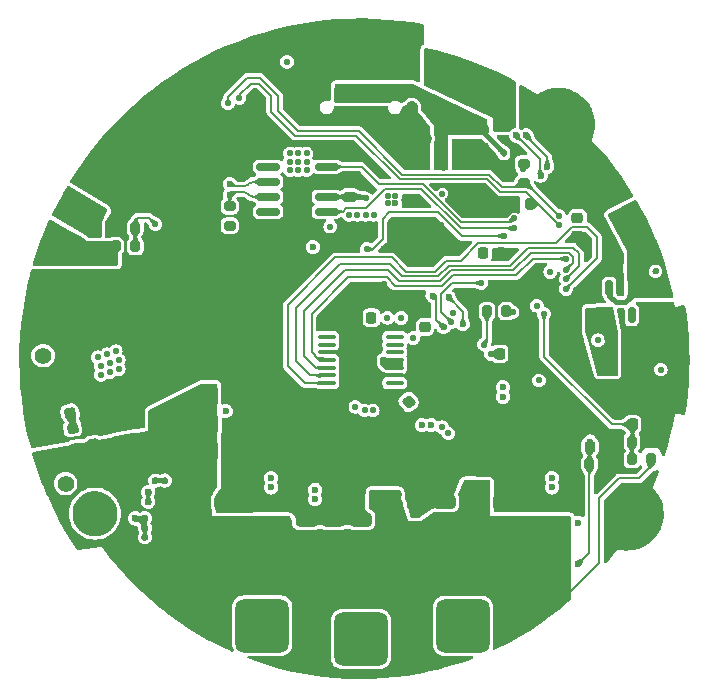
<source format=gbl>
%TF.GenerationSoftware,KiCad,Pcbnew,8.0.7*%
%TF.CreationDate,2025-07-12T21:06:11-07:00*%
%TF.ProjectId,FOCdriver,464f4364-7269-4766-9572-2e6b69636164,1.0*%
%TF.SameCoordinates,Original*%
%TF.FileFunction,Copper,L4,Bot*%
%TF.FilePolarity,Positive*%
%FSLAX46Y46*%
G04 Gerber Fmt 4.6, Leading zero omitted, Abs format (unit mm)*
G04 Created by KiCad (PCBNEW 8.0.7) date 2025-07-12 21:06:11*
%MOMM*%
%LPD*%
G01*
G04 APERTURE LIST*
G04 Aperture macros list*
%AMRoundRect*
0 Rectangle with rounded corners*
0 $1 Rounding radius*
0 $2 $3 $4 $5 $6 $7 $8 $9 X,Y pos of 4 corners*
0 Add a 4 corners polygon primitive as box body*
4,1,4,$2,$3,$4,$5,$6,$7,$8,$9,$2,$3,0*
0 Add four circle primitives for the rounded corners*
1,1,$1+$1,$2,$3*
1,1,$1+$1,$4,$5*
1,1,$1+$1,$6,$7*
1,1,$1+$1,$8,$9*
0 Add four rect primitives between the rounded corners*
20,1,$1+$1,$2,$3,$4,$5,0*
20,1,$1+$1,$4,$5,$6,$7,0*
20,1,$1+$1,$6,$7,$8,$9,0*
20,1,$1+$1,$8,$9,$2,$3,0*%
G04 Aperture macros list end*
%TA.AperFunction,ComponentPad*%
%ADD10C,3.800000*%
%TD*%
%TA.AperFunction,ComponentPad*%
%ADD11C,0.550000*%
%TD*%
%TA.AperFunction,ComponentPad*%
%ADD12C,1.800000*%
%TD*%
%TA.AperFunction,ComponentPad*%
%ADD13RoundRect,0.675000X1.575000X-1.575000X1.575000X1.575000X-1.575000X1.575000X-1.575000X-1.575000X0*%
%TD*%
%TA.AperFunction,ComponentPad*%
%ADD14C,1.400000*%
%TD*%
%TA.AperFunction,ComponentPad*%
%ADD15RoundRect,0.770000X1.135287X-0.794936X0.794936X1.135287X-1.135287X0.794936X-0.794936X-1.135287X0*%
%TD*%
%TA.AperFunction,ComponentPad*%
%ADD16C,3.500000*%
%TD*%
%TA.AperFunction,ComponentPad*%
%ADD17O,1.000000X2.100000*%
%TD*%
%TA.AperFunction,ComponentPad*%
%ADD18O,1.000000X1.800000*%
%TD*%
%TA.AperFunction,ComponentPad*%
%ADD19C,0.499999*%
%TD*%
%TA.AperFunction,SMDPad,CuDef*%
%ADD20RoundRect,0.250000X0.650000X-0.325000X0.650000X0.325000X-0.650000X0.325000X-0.650000X-0.325000X0*%
%TD*%
%TA.AperFunction,SMDPad,CuDef*%
%ADD21RoundRect,0.225000X-0.250000X0.225000X-0.250000X-0.225000X0.250000X-0.225000X0.250000X0.225000X0*%
%TD*%
%TA.AperFunction,SMDPad,CuDef*%
%ADD22RoundRect,0.225000X-0.225000X-0.250000X0.225000X-0.250000X0.225000X0.250000X-0.225000X0.250000X0*%
%TD*%
%TA.AperFunction,SMDPad,CuDef*%
%ADD23RoundRect,0.150000X-0.150000X0.512500X-0.150000X-0.512500X0.150000X-0.512500X0.150000X0.512500X0*%
%TD*%
%TA.AperFunction,SMDPad,CuDef*%
%ADD24RoundRect,0.200000X-0.200000X-0.275000X0.200000X-0.275000X0.200000X0.275000X-0.200000X0.275000X0*%
%TD*%
%TA.AperFunction,SMDPad,CuDef*%
%ADD25RoundRect,0.200000X0.200000X0.275000X-0.200000X0.275000X-0.200000X-0.275000X0.200000X-0.275000X0*%
%TD*%
%TA.AperFunction,SMDPad,CuDef*%
%ADD26RoundRect,0.225000X-0.285273X0.178170X-0.207131X-0.264994X0.285273X-0.178170X0.207131X0.264994X0*%
%TD*%
%TA.AperFunction,SMDPad,CuDef*%
%ADD27RoundRect,0.150000X0.825000X0.150000X-0.825000X0.150000X-0.825000X-0.150000X0.825000X-0.150000X0*%
%TD*%
%TA.AperFunction,SMDPad,CuDef*%
%ADD28RoundRect,0.225000X0.250000X-0.225000X0.250000X0.225000X-0.250000X0.225000X-0.250000X-0.225000X0*%
%TD*%
%TA.AperFunction,SMDPad,CuDef*%
%ADD29RoundRect,0.200000X-0.275000X0.200000X-0.275000X-0.200000X0.275000X-0.200000X0.275000X0.200000X0*%
%TD*%
%TA.AperFunction,SMDPad,CuDef*%
%ADD30RoundRect,0.250000X-1.059975X0.828524X-0.712679X-1.141091X1.059975X-0.828524X0.712679X1.141091X0*%
%TD*%
%TA.AperFunction,SMDPad,CuDef*%
%ADD31RoundRect,0.200000X-0.305552X0.149208X-0.236092X-0.244715X0.305552X-0.149208X0.236092X0.244715X0*%
%TD*%
%TA.AperFunction,SMDPad,CuDef*%
%ADD32RoundRect,0.100000X-0.637500X-0.100000X0.637500X-0.100000X0.637500X0.100000X-0.637500X0.100000X0*%
%TD*%
%TA.AperFunction,SMDPad,CuDef*%
%ADD33RoundRect,0.225000X0.225000X0.250000X-0.225000X0.250000X-0.225000X-0.250000X0.225000X-0.250000X0*%
%TD*%
%TA.AperFunction,SMDPad,CuDef*%
%ADD34RoundRect,0.112500X-0.112500X0.187500X-0.112500X-0.187500X0.112500X-0.187500X0.112500X0.187500X0*%
%TD*%
%TA.AperFunction,SMDPad,CuDef*%
%ADD35RoundRect,0.250000X-0.325000X-0.650000X0.325000X-0.650000X0.325000X0.650000X-0.325000X0.650000X0*%
%TD*%
%TA.AperFunction,SMDPad,CuDef*%
%ADD36RoundRect,0.225000X0.011663X0.336138X-0.333057X0.046884X-0.011663X-0.336138X0.333057X-0.046884X0*%
%TD*%
%TA.AperFunction,ViaPad*%
%ADD37C,0.550000*%
%TD*%
%TA.AperFunction,ViaPad*%
%ADD38C,0.600000*%
%TD*%
%TA.AperFunction,Conductor*%
%ADD39C,0.300000*%
%TD*%
%TA.AperFunction,Conductor*%
%ADD40C,0.200000*%
%TD*%
%TA.AperFunction,Conductor*%
%ADD41C,0.400000*%
%TD*%
%TA.AperFunction,Conductor*%
%ADD42C,0.600000*%
%TD*%
%TA.AperFunction,Conductor*%
%ADD43C,0.500000*%
%TD*%
%TA.AperFunction,Conductor*%
%ADD44C,0.168100*%
%TD*%
G04 APERTURE END LIST*
D10*
%TO.P,H1,1*%
%TO.N,GND*%
X122516661Y-63000000D03*
%TD*%
%TO.P,H3,1*%
%TO.N,GND*%
X116712478Y-30082844D03*
%TD*%
D11*
%TO.P,J4,1,Pin_1*%
%TO.N,SH_A*%
X91150000Y-74450000D03*
X91650000Y-74450000D03*
X92150000Y-74450000D03*
X91150000Y-74050000D03*
X91650000Y-74050000D03*
X92150000Y-74050000D03*
D12*
X90300000Y-73825000D03*
X93000000Y-73825000D03*
D11*
X91150000Y-73650000D03*
X91650000Y-73650000D03*
X92150000Y-73650000D03*
X89675000Y-72975000D03*
X90075000Y-72975000D03*
X90475000Y-72975000D03*
X92825000Y-72975000D03*
X93225000Y-72975000D03*
X93625000Y-72975000D03*
X89675000Y-72475000D03*
X90075000Y-72475000D03*
X90475000Y-72475000D03*
D13*
X91650000Y-72475000D03*
D11*
X92825000Y-72475000D03*
X93225000Y-72475000D03*
X93625000Y-72475000D03*
X89675000Y-71975000D03*
X90075000Y-71975000D03*
X90475000Y-71975000D03*
X92825000Y-71975000D03*
X93225000Y-71975000D03*
X93625000Y-71975000D03*
X91150000Y-71300000D03*
X91650000Y-71300000D03*
X92150000Y-71300000D03*
D12*
X90300000Y-71125000D03*
X93000000Y-71125000D03*
D11*
X91150000Y-70900000D03*
X91650000Y-70900000D03*
X92150000Y-70900000D03*
X91150000Y-70500000D03*
X91650000Y-70500000D03*
X92150000Y-70500000D03*
%TD*%
D10*
%TO.P,H2,1*%
%TO.N,GND*%
X77483340Y-63000000D03*
%TD*%
D14*
%TO.P,J3,*%
%TO.N,*%
X75001225Y-60451900D03*
X73091095Y-49619015D03*
D15*
%TO.P,J3,1,Pin_1*%
%TO.N,GND*%
X83460117Y-50836956D03*
D16*
%TO.P,J3,2,Pin_2*%
%TO.N,DCBUS*%
X84328358Y-55760995D03*
%TD*%
D11*
%TO.P,J5,1,Pin_1*%
%TO.N,SH_B*%
X99500000Y-75600000D03*
X100000000Y-75600000D03*
X100500000Y-75600000D03*
X99500000Y-75200000D03*
X100000000Y-75200000D03*
X100500000Y-75200000D03*
D12*
X98650000Y-74975000D03*
X101350000Y-74975000D03*
D11*
X99500000Y-74800000D03*
X100000000Y-74800000D03*
X100500000Y-74800000D03*
X98025000Y-74125000D03*
X98425000Y-74125000D03*
X98825000Y-74125000D03*
X101175000Y-74125000D03*
X101575000Y-74125000D03*
X101975000Y-74125000D03*
X98025000Y-73625000D03*
X98425000Y-73625000D03*
X98825000Y-73625000D03*
D13*
X100000000Y-73625000D03*
D11*
X101175000Y-73625000D03*
X101575000Y-73625000D03*
X101975000Y-73625000D03*
X98025000Y-73125000D03*
X98425000Y-73125000D03*
X98825000Y-73125000D03*
X101175000Y-73125000D03*
X101575000Y-73125000D03*
X101975000Y-73125000D03*
X99500000Y-72450000D03*
X100000000Y-72450000D03*
X100500000Y-72450000D03*
D12*
X98650000Y-72275000D03*
X101350000Y-72275000D03*
D11*
X99500000Y-72050000D03*
X100000000Y-72050000D03*
X100500000Y-72050000D03*
X99500000Y-71650000D03*
X100000000Y-71650000D03*
X100500000Y-71650000D03*
%TD*%
D17*
%TO.P,J1,S1,SHIELD*%
%TO.N,GND*%
X104320000Y-29125000D03*
D18*
X104320000Y-24925000D03*
D17*
X95680000Y-29125000D03*
D18*
X95680000Y-24925000D03*
%TD*%
D11*
%TO.P,J6,1,Pin_1*%
%TO.N,SH_C*%
X108150000Y-74475000D03*
X108650000Y-74475000D03*
X109150000Y-74475000D03*
X108150000Y-74075000D03*
X108650000Y-74075000D03*
X109150000Y-74075000D03*
D12*
X107300000Y-73850000D03*
X110000000Y-73850000D03*
D11*
X108150000Y-73675000D03*
X108650000Y-73675000D03*
X109150000Y-73675000D03*
X106675000Y-73000000D03*
X107075000Y-73000000D03*
X107475000Y-73000000D03*
X109825000Y-73000000D03*
X110225000Y-73000000D03*
X110625000Y-73000000D03*
X106675000Y-72500000D03*
X107075000Y-72500000D03*
X107475000Y-72500000D03*
D13*
X108650000Y-72500000D03*
D11*
X109825000Y-72500000D03*
X110225000Y-72500000D03*
X110625000Y-72500000D03*
X106675000Y-72000000D03*
X107075000Y-72000000D03*
X107475000Y-72000000D03*
X109825000Y-72000000D03*
X110225000Y-72000000D03*
X110625000Y-72000000D03*
X108150000Y-71325000D03*
X108650000Y-71325000D03*
X109150000Y-71325000D03*
D12*
X107300000Y-71150000D03*
X110000000Y-71150000D03*
D11*
X108150000Y-70925000D03*
X108650000Y-70925000D03*
X109150000Y-70925000D03*
X108150000Y-70525000D03*
X108650000Y-70525000D03*
X109150000Y-70525000D03*
%TD*%
D19*
%TO.P,U3,41,PAD*%
%TO.N,GND*%
X105186404Y-51916148D03*
X106067023Y-52965629D03*
X105326917Y-50310079D03*
X106059695Y-51183370D03*
X106940314Y-52232851D03*
X107673092Y-53106142D03*
X106376398Y-49429460D03*
X107109176Y-50302751D03*
X107989795Y-51352232D03*
X108722573Y-52225523D03*
X107982467Y-49569973D03*
X108863086Y-50619454D03*
%TD*%
D20*
%TO.P,C38,1*%
%TO.N,DCBUS*%
X93100000Y-64950000D03*
%TO.P,C38,2*%
%TO.N,GND*%
X93100000Y-62000000D03*
%TD*%
%TO.P,C24,1*%
%TO.N,DCBUS*%
X97675000Y-66450000D03*
%TO.P,C24,2*%
%TO.N,GND*%
X97675000Y-63500000D03*
%TD*%
D21*
%TO.P,C12,1*%
%TO.N,GND*%
X99055000Y-34625000D03*
%TO.P,C12,2*%
%TO.N,DVCC*%
X99055000Y-36175000D03*
%TD*%
D22*
%TO.P,C41,1*%
%TO.N,TEMP_Sense*%
X119400000Y-57325000D03*
%TO.P,C41,2*%
%TO.N,GND*%
X120950000Y-57325000D03*
%TD*%
D23*
%TO.P,U5,1,IN*%
%TO.N,4V5*%
X121025000Y-43887500D03*
%TO.P,U5,2,GND*%
%TO.N,GND*%
X121975000Y-43887500D03*
%TO.P,U5,3,EN*%
%TO.N,4V5*%
X122925000Y-43887500D03*
%TO.P,U5,4,NC*%
%TO.N,unconnected-(U5-NC-Pad4)*%
X122925000Y-46162500D03*
%TO.P,U5,5,OUT*%
%TO.N,AVCC*%
X121025000Y-46162500D03*
%TD*%
D20*
%TO.P,C27,1*%
%TO.N,DCBUS*%
X109700000Y-61975000D03*
%TO.P,C27,2*%
%TO.N,GND*%
X109700000Y-59025000D03*
%TD*%
%TO.P,C34,1*%
%TO.N,DCBUS*%
X114400000Y-64975000D03*
%TO.P,C34,2*%
%TO.N,GND*%
X114400000Y-62025000D03*
%TD*%
D22*
%TO.P,C62,1*%
%TO.N,GND*%
X99350000Y-46400000D03*
%TO.P,C62,2*%
%TO.N,DVCC*%
X100900000Y-46400000D03*
%TD*%
D24*
%TO.P,R9,1*%
%TO.N,GND*%
X79250001Y-38800001D03*
%TO.P,R9,2*%
%TO.N,Net-(U7-FB)*%
X80899999Y-38799999D03*
%TD*%
D25*
%TO.P,R12,1*%
%TO.N,DVCC*%
X112325000Y-45850000D03*
%TO.P,R12,2*%
%TO.N,nFAULT*%
X110675000Y-45850000D03*
%TD*%
D26*
%TO.P,C43,1*%
%TO.N,GND*%
X77065423Y-55586774D03*
%TO.P,C43,2*%
%TO.N,DCBUS*%
X77334579Y-57113226D03*
%TD*%
D27*
%TO.P,U2,1,D*%
%TO.N,CAN_TX*%
X97100000Y-33630000D03*
%TO.P,U2,2,GND*%
%TO.N,GND*%
X97100000Y-34900000D03*
%TO.P,U2,3,VCC*%
%TO.N,DVCC*%
X97100000Y-36170000D03*
%TO.P,U2,4,R*%
%TO.N,CAN_RX*%
X97100000Y-37440000D03*
%TO.P,U2,5,NC*%
%TO.N,unconnected-(U2-NC-Pad5)*%
X92150000Y-37440000D03*
%TO.P,U2,6,CANL*%
%TO.N,CAN-*%
X92150000Y-36170000D03*
%TO.P,U2,7,CANH*%
%TO.N,CAN+*%
X92150000Y-34900000D03*
%TO.P,U2,8,NC*%
%TO.N,unconnected-(U2-NC-Pad8)*%
X92150000Y-33630000D03*
%TD*%
D28*
%TO.P,C16,1*%
%TO.N,AVCC*%
X119500000Y-46350000D03*
%TO.P,C16,2*%
%TO.N,GND*%
X119500000Y-44800000D03*
%TD*%
D29*
%TO.P,R24,1*%
%TO.N,DVCC*%
X113800000Y-33375000D03*
%TO.P,R24,2*%
%TO.N,I2C3_SCL*%
X113800000Y-35025000D03*
%TD*%
D20*
%TO.P,C39,1*%
%TO.N,DCBUS*%
X95400000Y-66450000D03*
%TO.P,C39,2*%
%TO.N,GND*%
X95400000Y-63500000D03*
%TD*%
D30*
%TO.P,D3,1,A1*%
%TO.N,GND*%
X79470038Y-53316838D03*
%TO.P,D3,2,A2*%
%TO.N,DCBUS*%
X80216724Y-57551510D03*
%TD*%
D31*
%TO.P,R11,1*%
%TO.N,Net-(C42-Pad2)*%
X75600000Y-55800000D03*
%TO.P,R11,2*%
%TO.N,DCBUS*%
X75886520Y-57424932D03*
%TD*%
D24*
%TO.P,R25,1*%
%TO.N,DVCC*%
X112674293Y-36799293D03*
%TO.P,R25,2*%
%TO.N,I2C3_SDA*%
X114324293Y-36799293D03*
%TD*%
D20*
%TO.P,C30,1*%
%TO.N,DCBUS*%
X100000000Y-66450000D03*
%TO.P,C30,2*%
%TO.N,GND*%
X100000000Y-63500000D03*
%TD*%
%TO.P,C37,1*%
%TO.N,DCBUS*%
X90800000Y-64950000D03*
%TO.P,C37,2*%
%TO.N,GND*%
X90800000Y-62000000D03*
%TD*%
D32*
%TO.P,U8,1,~{CS}*%
%TO.N,Encoder_CS*%
X97137500Y-51950000D03*
%TO.P,U8,2,CLK*%
%TO.N,SPI2_SCK*%
X97137500Y-51300000D03*
%TO.P,U8,3,MISO*%
%TO.N,SPI2_MISO*%
X97137500Y-50650000D03*
%TO.P,U8,4,MOSI*%
%TO.N,SPI2_MOSI*%
X97137500Y-50000000D03*
%TO.P,U8,5,TST*%
%TO.N,GND*%
X97137500Y-49350000D03*
%TO.P,U8,6,B*%
%TO.N,unconnected-(U8-B-Pad6)*%
X97137500Y-48700000D03*
%TO.P,U8,7,A*%
%TO.N,unconnected-(U8-A-Pad7)*%
X97137500Y-48050000D03*
%TO.P,U8,8,W/PWM*%
%TO.N,unconnected-(U8-W{slash}PWM-Pad8)*%
X102862500Y-48050000D03*
%TO.P,U8,9,V*%
%TO.N,unconnected-(U8-V-Pad9)*%
X102862500Y-48700000D03*
%TO.P,U8,10,U*%
%TO.N,unconnected-(U8-U-Pad10)*%
X102862500Y-49350000D03*
%TO.P,U8,11,VDD*%
%TO.N,DVCC*%
X102862500Y-50000000D03*
%TO.P,U8,12,VDD3V3*%
X102862500Y-50650000D03*
%TO.P,U8,13,GND*%
%TO.N,GND*%
X102862500Y-51300000D03*
%TO.P,U8,14,I/PWM*%
%TO.N,unconnected-(U8-I{slash}PWM-Pad14)*%
X102862500Y-51950000D03*
%TD*%
D20*
%TO.P,C36,1*%
%TO.N,DCBUS*%
X88500000Y-64975000D03*
%TO.P,C36,2*%
%TO.N,GND*%
X88500000Y-62025000D03*
%TD*%
D26*
%TO.P,C42,1*%
%TO.N,GND*%
X75099104Y-52936014D03*
%TO.P,C42,2*%
%TO.N,Net-(C42-Pad2)*%
X75368260Y-54462466D03*
%TD*%
D33*
%TO.P,C15,1*%
%TO.N,4V5*%
X122975000Y-42225000D03*
%TO.P,C15,2*%
%TO.N,GND*%
X121425000Y-42225000D03*
%TD*%
D20*
%TO.P,C33,1*%
%TO.N,DCBUS*%
X112100000Y-64975000D03*
%TO.P,C33,2*%
%TO.N,GND*%
X112100000Y-62025000D03*
%TD*%
D21*
%TO.P,C13,1*%
%TO.N,Net-(D1-A)*%
X108800000Y-30500000D03*
%TO.P,C13,2*%
%TO.N,GND*%
X108800000Y-32050000D03*
%TD*%
D20*
%TO.P,C32,1*%
%TO.N,DCBUS*%
X107100000Y-64950000D03*
%TO.P,C32,2*%
%TO.N,GND*%
X107100000Y-62000000D03*
%TD*%
D29*
%TO.P,R3,1*%
%TO.N,CAN-*%
X88900000Y-36975000D03*
%TO.P,R3,2*%
%TO.N,Net-(R3-Pad2)*%
X88900000Y-38625000D03*
%TD*%
D21*
%TO.P,C2,1*%
%TO.N,DVCC*%
X118340000Y-37940000D03*
%TO.P,C2,2*%
%TO.N,GND*%
X118340000Y-39490000D03*
%TD*%
D34*
%TO.P,D12,1,K*%
%TO.N,4V5*%
X77575000Y-38400000D03*
%TO.P,D12,2,A*%
%TO.N,5V*%
X77575000Y-40500000D03*
%TD*%
D35*
%TO.P,C28,1*%
%TO.N,DCBUS*%
X87300000Y-53000000D03*
%TO.P,C28,2*%
%TO.N,GND*%
X90250000Y-53000000D03*
%TD*%
%TO.P,C35,1*%
%TO.N,DCBUS*%
X86625000Y-60000000D03*
%TO.P,C35,2*%
%TO.N,GND*%
X89575000Y-60000000D03*
%TD*%
D22*
%TO.P,C52,1*%
%TO.N,AVCC*%
X111745000Y-49460000D03*
%TO.P,C52,2*%
%TO.N,GND*%
X113295000Y-49460000D03*
%TD*%
D34*
%TO.P,D1,1,K*%
%TO.N,4V5*%
X112100000Y-30350000D03*
%TO.P,D1,2,A*%
%TO.N,Net-(D1-A)*%
X112100000Y-32450000D03*
%TD*%
D25*
%TO.P,R7,1*%
%TO.N,GND*%
X124600000Y-56925000D03*
%TO.P,R7,2*%
%TO.N,VBAT_Sense*%
X122950000Y-56925000D03*
%TD*%
D20*
%TO.P,C31,1*%
%TO.N,DCBUS*%
X104800000Y-64950000D03*
%TO.P,C31,2*%
%TO.N,GND*%
X104800000Y-62000000D03*
%TD*%
D36*
%TO.P,C49,1*%
%TO.N,GND*%
X105233685Y-52531839D03*
%TO.P,C49,2*%
%TO.N,DCBUS*%
X104046315Y-53528161D03*
%TD*%
D21*
%TO.P,C50,1*%
%TO.N,GND*%
X105425000Y-45650000D03*
%TO.P,C50,2*%
%TO.N,Net-(U3-DVDD)*%
X105425000Y-47200000D03*
%TD*%
D25*
%TO.P,R8,1*%
%TO.N,Net-(U7-FB)*%
X80900000Y-40350000D03*
%TO.P,R8,2*%
%TO.N,5V*%
X79250000Y-40350000D03*
%TD*%
D21*
%TO.P,C14,1*%
%TO.N,Net-(D1-A)*%
X110300000Y-30500000D03*
%TO.P,C14,2*%
%TO.N,GND*%
X110300000Y-32050000D03*
%TD*%
D35*
%TO.P,C29,1*%
%TO.N,DCBUS*%
X87325000Y-55400000D03*
%TO.P,C29,2*%
%TO.N,GND*%
X90275000Y-55400000D03*
%TD*%
D24*
%TO.P,R6,1*%
%TO.N,VBAT_Sense*%
X122950000Y-58400000D03*
%TO.P,R6,2*%
%TO.N,DCBUS*%
X124600000Y-58400000D03*
%TD*%
D33*
%TO.P,C11,1*%
%TO.N,GND*%
X111900000Y-40950000D03*
%TO.P,C11,2*%
%TO.N,NRST*%
X110350000Y-40950000D03*
%TD*%
D22*
%TO.P,C40,1*%
%TO.N,VBAT_Sense*%
X123000000Y-55450000D03*
%TO.P,C40,2*%
%TO.N,GND*%
X124550000Y-55450000D03*
%TD*%
D35*
%TO.P,C26,1*%
%TO.N,DCBUS*%
X87300000Y-57700000D03*
%TO.P,C26,2*%
%TO.N,GND*%
X90250000Y-57700000D03*
%TD*%
D22*
%TO.P,C17,1*%
%TO.N,AVCC*%
X120975000Y-47850000D03*
%TO.P,C17,2*%
%TO.N,GND*%
X122525000Y-47850000D03*
%TD*%
D25*
%TO.P,R10,1*%
%TO.N,GND*%
X121000000Y-58800000D03*
%TO.P,R10,2*%
%TO.N,TEMP_Sense*%
X119350000Y-58800000D03*
%TD*%
D20*
%TO.P,C25,1*%
%TO.N,DCBUS*%
X116700000Y-64975000D03*
%TO.P,C25,2*%
%TO.N,GND*%
X116700000Y-62025000D03*
%TD*%
D37*
%TO.N,DVCC*%
X110075000Y-35425000D03*
X102000000Y-50000000D03*
X113700000Y-33800000D03*
X99700000Y-37700000D03*
X109400000Y-37100000D03*
X102300000Y-36700000D03*
X112850000Y-45950000D03*
X116031587Y-42531587D03*
X99000000Y-37700000D03*
X107800000Y-46000000D03*
X100400000Y-37700000D03*
X102900000Y-36100000D03*
X97400000Y-38700000D03*
X102300000Y-36100000D03*
X110100000Y-36800000D03*
X100900000Y-46400000D03*
X100418413Y-36318413D03*
X109600000Y-36100000D03*
X108900000Y-35400000D03*
D38*
X102900000Y-36700000D03*
D37*
X101100000Y-37700000D03*
D38*
X118350000Y-37950000D03*
D37*
%TO.N,AVCC*%
X120500000Y-50200000D03*
X121200000Y-50200000D03*
X115075000Y-51725000D03*
X111025000Y-49475000D03*
X121200000Y-50900000D03*
X120500000Y-50900000D03*
D38*
X118425000Y-63775000D03*
D37*
%TO.N,NRST*%
X110250000Y-40950000D03*
D38*
X95950000Y-40425000D03*
%TO.N,SWCLK*%
X115225000Y-34375000D03*
X113150000Y-30975000D03*
%TO.N,SWDIO*%
X115775000Y-33625000D03*
X114000000Y-30975000D03*
D37*
%TO.N,BOOT0*%
X112100000Y-39500000D03*
X100500000Y-40600000D03*
%TO.N,CAN_TX*%
X113000000Y-38000000D03*
%TO.N,5V*%
X78250000Y-40300000D03*
X76821431Y-40974993D03*
X78000000Y-50500000D03*
X78500000Y-49500000D03*
X77000000Y-40350000D03*
X78000000Y-51250000D03*
X78750000Y-50250000D03*
X79500000Y-50750000D03*
X79250000Y-49250000D03*
X78750000Y-51000000D03*
X79500000Y-50000000D03*
X78200000Y-41000000D03*
X77494983Y-40980623D03*
X77750000Y-49750000D03*
%TO.N,DCBUS*%
X110350000Y-65375000D03*
X107950000Y-66175000D03*
X107150000Y-66975000D03*
X109500000Y-61075000D03*
X86100000Y-60475000D03*
X84400000Y-65375000D03*
X86000000Y-64575000D03*
X110000000Y-60475000D03*
X102250000Y-61925000D03*
X85200000Y-64575000D03*
X103984998Y-53376023D03*
X99540000Y-53960000D03*
X76600000Y-58600000D03*
X85200000Y-66175000D03*
X84800000Y-60475000D03*
X107950000Y-66975000D03*
X107950000Y-65375000D03*
D38*
X88550000Y-54325000D03*
D37*
X85450000Y-60475000D03*
X110350000Y-64575000D03*
X85950000Y-61700000D03*
X86000000Y-66175000D03*
X104500000Y-66375000D03*
X83600000Y-64575000D03*
X85200000Y-66975000D03*
X101300000Y-67175000D03*
X86750000Y-60475000D03*
X76800000Y-59250000D03*
X108750000Y-64575000D03*
X102900000Y-67175000D03*
X107150000Y-66175000D03*
X86800000Y-66975000D03*
X102100000Y-65575000D03*
X101100000Y-61325000D03*
X86000000Y-65375000D03*
X101300000Y-66375000D03*
X102900000Y-66375000D03*
X84400000Y-66975000D03*
X104500000Y-65575000D03*
X109550000Y-66175000D03*
X102250000Y-62550000D03*
X102900000Y-67975000D03*
X109550000Y-66975000D03*
X102100000Y-66375000D03*
X109550000Y-65375000D03*
X100320000Y-54260000D03*
X76050000Y-59500000D03*
X102100000Y-67175000D03*
X86000000Y-66975000D03*
X85950000Y-62350000D03*
X101010000Y-54260000D03*
X83600000Y-65375000D03*
X77350000Y-58350000D03*
X103700000Y-67975000D03*
X107150000Y-65375000D03*
X102400000Y-61325000D03*
X104500000Y-67175000D03*
X74900000Y-58450000D03*
X86800000Y-64575000D03*
X108750000Y-66975000D03*
X103700000Y-65575000D03*
X107950000Y-64575000D03*
X86800000Y-65375000D03*
X83600000Y-66175000D03*
X85200000Y-65375000D03*
X110350000Y-66175000D03*
X77550000Y-59000000D03*
X107150000Y-64575000D03*
X110650000Y-60475000D03*
X78100000Y-58100000D03*
X84400000Y-66175000D03*
X102250000Y-63200000D03*
X103700000Y-66375000D03*
X110350000Y-66975000D03*
X109550000Y-64575000D03*
X109350000Y-60475000D03*
X108750000Y-66175000D03*
X104500000Y-67975000D03*
X109500000Y-62350000D03*
X75850000Y-58850000D03*
X83600000Y-66975000D03*
X109500000Y-61700000D03*
X108750000Y-65375000D03*
X101300000Y-65575000D03*
X101750000Y-61325000D03*
X78300000Y-58750000D03*
X86800000Y-66175000D03*
X76400000Y-57950000D03*
X84400000Y-64575000D03*
X102100000Y-67975000D03*
X103050000Y-61325000D03*
X85950000Y-61075000D03*
X75100000Y-59100000D03*
X102900000Y-65575000D03*
X75650000Y-58200000D03*
X101300000Y-67975000D03*
X103700000Y-67175000D03*
D38*
%TO.N,Net-(D1-A)*%
X101770000Y-27125000D03*
X100020000Y-27125000D03*
X106930000Y-33650000D03*
X98270000Y-27125000D03*
D37*
%TO.N,Net-(U7-FB)*%
X82600000Y-38500000D03*
%TO.N,VBAT_Sense*%
X115500000Y-46100000D03*
%TO.N,TEMP_Sense*%
X114900000Y-45400000D03*
D38*
X119425000Y-56900000D03*
X118425000Y-67225000D03*
%TO.N,Net-(U3-DVDD)*%
X105425000Y-47200000D03*
D37*
%TO.N,nFAULT*%
X110430478Y-48680478D03*
%TO.N,CAN_RX*%
X113000000Y-38825000D03*
D38*
%TO.N,CAL*%
X106075000Y-44550000D03*
X107000000Y-47200000D03*
%TO.N,SA_P*%
X92400000Y-60775000D03*
X105156747Y-55506747D03*
D37*
%TO.N,SB_P*%
X107415166Y-56215166D03*
D38*
X96122448Y-61775000D03*
D37*
%TO.N,DR_EN*%
X107649990Y-46774990D03*
X104425002Y-48125000D03*
X102250001Y-46420000D03*
X103407951Y-46428876D03*
X110175000Y-43475000D03*
D38*
%TO.N,SC_P*%
X112030000Y-53110000D03*
X116187889Y-60775000D03*
%TO.N,SA_N*%
X105956747Y-55506747D03*
X92400000Y-59975000D03*
D37*
%TO.N,4V5*%
X123650000Y-38750000D03*
X124300000Y-39400000D03*
X77000000Y-36750000D03*
X125400000Y-50800000D03*
X105800000Y-24300000D03*
X106550000Y-25650000D03*
X123000000Y-39400000D03*
X78000000Y-37450000D03*
X108650000Y-27800000D03*
X107300000Y-25000000D03*
X94000000Y-32500000D03*
X94700000Y-33900000D03*
X76700000Y-37300000D03*
X77500000Y-37100000D03*
X108000000Y-25650000D03*
X95400000Y-33200000D03*
X94700000Y-32500000D03*
X105800000Y-25650000D03*
X108000000Y-25050000D03*
X94700000Y-33200000D03*
X123000000Y-38100000D03*
X94000000Y-33900000D03*
X105800000Y-25000000D03*
X107300000Y-25650000D03*
X76400000Y-37800000D03*
X95400000Y-33900000D03*
X106550000Y-24300000D03*
X123650000Y-39400000D03*
X95400000Y-32500000D03*
X77200000Y-37650000D03*
X93750000Y-24750000D03*
X94000000Y-33200000D03*
X123000000Y-38750000D03*
X123650000Y-38100000D03*
X106550000Y-25000000D03*
%TO.N,I2C3_SCL*%
X116800000Y-37800000D03*
X88750000Y-28250000D03*
%TO.N,I2C3_SDA*%
X89706587Y-27806587D03*
X116775000Y-38570406D03*
%TO.N,SPI2_MOSI*%
X117364708Y-41475000D03*
%TO.N,Encoder_CS*%
X117375000Y-43971928D03*
D38*
%TO.N,DR_CS*%
X108636210Y-46925224D03*
X107425000Y-44675000D03*
D37*
%TO.N,SPI2_MISO*%
X117364708Y-42335290D03*
%TO.N,SPI2_SCK*%
X117364708Y-43148464D03*
D38*
%TO.N,CAN+*%
X88900000Y-35085000D03*
%TO.N,CAN-*%
X88900000Y-35985000D03*
D37*
%TO.N,SB_N*%
X106884834Y-55684834D03*
D38*
X96122448Y-60975000D03*
%TO.N,GND*%
X97640000Y-53200000D03*
D37*
X91150000Y-27550000D03*
X123000000Y-53250000D03*
X99760000Y-34220000D03*
X95500000Y-58250000D03*
X103250000Y-57700000D03*
D38*
X112600000Y-33675000D03*
D37*
X94900000Y-58850000D03*
X104000000Y-61050000D03*
X117600000Y-57300000D03*
X102000000Y-43600000D03*
X111900000Y-40950000D03*
X123800000Y-53250000D03*
D38*
X106800735Y-38599265D03*
X82500000Y-34750000D03*
D37*
X104000000Y-61650000D03*
D38*
X118340000Y-39490000D03*
D37*
X96700000Y-57700000D03*
X98800000Y-32800000D03*
D38*
X86400000Y-36650000D03*
D37*
X100450000Y-57700000D03*
D38*
X87400000Y-31600000D03*
D37*
X113900000Y-52400000D03*
X92813009Y-58013009D03*
X94900000Y-57700000D03*
X121100000Y-53200000D03*
D38*
X81700000Y-64200000D03*
X102000000Y-40600000D03*
D37*
X77350000Y-44230000D03*
X115200000Y-53700000D03*
D38*
X119950000Y-55100000D03*
D37*
X117250000Y-53750000D03*
X113450000Y-55300000D03*
D38*
X110300000Y-44675000D03*
X106800000Y-62290000D03*
X82600000Y-60200000D03*
X99500000Y-52200000D03*
D37*
X102250000Y-58600000D03*
X98200000Y-49350000D03*
X114200000Y-55300000D03*
D38*
X107300000Y-39300000D03*
D37*
X101850000Y-51300000D03*
X78650000Y-45450000D03*
X117000000Y-57300000D03*
X87250000Y-42750000D03*
X104600000Y-61050000D03*
X111950000Y-34075000D03*
D38*
X83600000Y-38600000D03*
D37*
X105200000Y-60450000D03*
D38*
X87850000Y-32900000D03*
D37*
X99750000Y-57700000D03*
X113850000Y-56600000D03*
X117000000Y-57900000D03*
X87250000Y-45750000D03*
D38*
X118250000Y-54700000D03*
D37*
X76375000Y-46350000D03*
D38*
X81700000Y-65000000D03*
D37*
X76350000Y-45600000D03*
X117600000Y-56700000D03*
X96100000Y-58250000D03*
X94900000Y-58250000D03*
D38*
X86550000Y-30600000D03*
D37*
X86000000Y-39500000D03*
X96700000Y-58850000D03*
D38*
X88850000Y-33950000D03*
X80500000Y-37450000D03*
D37*
X121100000Y-54000000D03*
X113475000Y-50070000D03*
D38*
X85550000Y-29700000D03*
D37*
X120080668Y-48315937D03*
X111350000Y-51800000D03*
X113150000Y-56600000D03*
D38*
X106850000Y-60950000D03*
D37*
X87250000Y-44750000D03*
X77780000Y-47420000D03*
X113451309Y-48744056D03*
D38*
X83300000Y-35350000D03*
D37*
X96700000Y-31700000D03*
X100300000Y-44750000D03*
X101850000Y-57700000D03*
X116400000Y-55500000D03*
X113000000Y-54700000D03*
D38*
X104430000Y-33650000D03*
D37*
X112525000Y-51575000D03*
X105200000Y-61050000D03*
X96100000Y-57700000D03*
D38*
X82000000Y-62000000D03*
D37*
X104600000Y-61650000D03*
X99550000Y-45450000D03*
D38*
X79450000Y-37700000D03*
D37*
X87250000Y-46750000D03*
D38*
X83550000Y-41050000D03*
X103500000Y-45300000D03*
X117380000Y-46050000D03*
D37*
X87250000Y-43750000D03*
X77350000Y-45600000D03*
X117600000Y-57900000D03*
X96100000Y-58850000D03*
X101500000Y-58600000D03*
D38*
X105700000Y-31225000D03*
D37*
X99550000Y-44750000D03*
D38*
X87600000Y-36650000D03*
D37*
X95500000Y-58850000D03*
D38*
X105450000Y-45100000D03*
X107527814Y-60971685D03*
D37*
X117000000Y-56100000D03*
X106600000Y-40300000D03*
X116400000Y-54900000D03*
X78650000Y-47220000D03*
D38*
X84400000Y-38600000D03*
D37*
X96700000Y-58250000D03*
X98800000Y-46450000D03*
D38*
X121550000Y-56200000D03*
D37*
X112350000Y-54050000D03*
D38*
X119150000Y-55700000D03*
D37*
X104600000Y-60450000D03*
X94253973Y-58921781D03*
X114500000Y-53000000D03*
X101150000Y-57700000D03*
X103930000Y-36150000D03*
X100750000Y-58600000D03*
X113700000Y-54700000D03*
X103925000Y-36900000D03*
D38*
X98700000Y-52200000D03*
D37*
X114550000Y-56600000D03*
X105311828Y-41624999D03*
X113750000Y-49400000D03*
X93500000Y-57700000D03*
X114550000Y-55950000D03*
X115800000Y-54300000D03*
X97600000Y-47000000D03*
X113250000Y-51800000D03*
X105200000Y-61650000D03*
X116400000Y-56700000D03*
D38*
X82000000Y-61200000D03*
X80900000Y-63400000D03*
D37*
X95500000Y-57700000D03*
X113150000Y-55950000D03*
X87250000Y-41750000D03*
X94300000Y-57700000D03*
X124950000Y-42475000D03*
D38*
X85200000Y-37650000D03*
X84050000Y-37700000D03*
D37*
X116400000Y-56100000D03*
D38*
X87850000Y-33950000D03*
D37*
X116400000Y-57300000D03*
D38*
X112100000Y-31275000D03*
D37*
X94300000Y-58250000D03*
X113850000Y-55950000D03*
X87250000Y-47750000D03*
D38*
X122550000Y-54050000D03*
D37*
X117000000Y-56700000D03*
X113050000Y-54050000D03*
D38*
X81700000Y-63400000D03*
X83400000Y-60200000D03*
D37*
X96700000Y-59450000D03*
X98300000Y-57700000D03*
D38*
X90150000Y-36900000D03*
X86400000Y-37650000D03*
X107510000Y-62290000D03*
X107530000Y-61620000D03*
D37*
X99050000Y-57700000D03*
X102550000Y-57700000D03*
X106900000Y-35900000D03*
X97500000Y-57700000D03*
X116400000Y-57900000D03*
X93125000Y-31125000D03*
D38*
X87250000Y-40700000D03*
%TO.N,SC_N*%
X112030000Y-52310000D03*
X116187889Y-59975000D03*
%TO.N,Net-(R3-Pad2)*%
X88900000Y-38650000D03*
%TD*%
D39*
%TO.N,DVCC*%
X99050000Y-36170000D02*
X99055000Y-36175000D01*
D40*
X112850000Y-45950000D02*
X112425000Y-45950000D01*
X112425000Y-45950000D02*
X112325000Y-45850000D01*
D41*
X100275000Y-36175000D02*
X99055000Y-36175000D01*
D39*
X97100000Y-36170000D02*
X99050000Y-36170000D01*
D41*
X100418413Y-36318413D02*
X100275000Y-36175000D01*
D40*
X112675000Y-36800000D02*
X110100000Y-36800000D01*
X113700000Y-33800000D02*
X113900000Y-33600000D01*
X113900000Y-33600000D02*
X113900000Y-33375000D01*
D39*
X102862500Y-50000000D02*
X102000000Y-50000000D01*
D41*
%TO.N,AVCC*%
X111025000Y-49475000D02*
X111040000Y-49460000D01*
X111040000Y-49460000D02*
X111745000Y-49460000D01*
D40*
%TO.N,SWCLK*%
X115175000Y-34325000D02*
X115175000Y-33000000D01*
X115175000Y-33000000D02*
X113150000Y-30975000D01*
X115225000Y-34375000D02*
X115175000Y-34325000D01*
%TO.N,SWDIO*%
X115800000Y-33600000D02*
X115775000Y-33625000D01*
X114000000Y-31000000D02*
X115800000Y-32800000D01*
X115800000Y-32800000D02*
X115800000Y-33600000D01*
X114000000Y-30975000D02*
X114000000Y-31000000D01*
%TO.N,BOOT0*%
X102400000Y-37500000D02*
X101850000Y-38050000D01*
X108550000Y-39500000D02*
X106550000Y-37500000D01*
X101850000Y-39750000D02*
X101000000Y-40600000D01*
X101850000Y-38050000D02*
X101850000Y-39750000D01*
X101000000Y-40600000D02*
X100500000Y-40600000D01*
X106550000Y-37500000D02*
X102400000Y-37500000D01*
X112100000Y-39500000D02*
X108550000Y-39500000D01*
%TO.N,CAN_TX*%
X105286827Y-35100000D02*
X101530000Y-35100000D01*
X112720000Y-38280000D02*
X108466827Y-38280000D01*
X108466827Y-38280000D02*
X105286827Y-35100000D01*
X101530000Y-35100000D02*
X100060000Y-33630000D01*
X113000000Y-38000000D02*
X112720000Y-38280000D01*
X100060000Y-33630000D02*
X97100000Y-33630000D01*
%TO.N,DCBUS*%
X120200000Y-67150000D02*
X117350000Y-70000000D01*
X123550000Y-60025000D02*
X121850000Y-60025000D01*
X121850000Y-60025000D02*
X120200000Y-61675000D01*
X124600000Y-58400000D02*
X124600000Y-58975000D01*
X120200000Y-61675000D02*
X120200000Y-67150000D01*
X124600000Y-58975000D02*
X123550000Y-60025000D01*
D42*
%TO.N,Net-(D1-A)*%
X106930000Y-33650000D02*
X106940000Y-33650000D01*
D41*
X110300000Y-30650000D02*
X112100000Y-32450000D01*
X110300000Y-30500000D02*
X110300000Y-30650000D01*
D40*
%TO.N,Net-(U7-FB)*%
X82050000Y-37950000D02*
X81050000Y-37950000D01*
X82600000Y-38500000D02*
X82050000Y-37950000D01*
X81050000Y-37950000D02*
X80899999Y-38100001D01*
X80899999Y-40349999D02*
X80900000Y-40350000D01*
X80899999Y-38100001D02*
X80899999Y-38799999D01*
X80899999Y-38799999D02*
X80899999Y-40349999D01*
%TO.N,VBAT_Sense*%
X123000000Y-55450000D02*
X121250000Y-55450000D01*
X123000000Y-55450000D02*
X123000000Y-56875000D01*
X123000000Y-56875000D02*
X122950000Y-56925000D01*
X115500000Y-49700000D02*
X115500000Y-46100000D01*
X121250000Y-55450000D02*
X115500000Y-49700000D01*
X122950000Y-56925000D02*
X122950000Y-58400000D01*
%TO.N,TEMP_Sense*%
X119350000Y-58800000D02*
X119350000Y-57375000D01*
X119350000Y-57375000D02*
X119400000Y-57325000D01*
X118425000Y-67225000D02*
X119350000Y-66300000D01*
X119350000Y-66300000D02*
X119350000Y-58800000D01*
D43*
%TO.N,Net-(C42-Pad2)*%
X75600000Y-55800000D02*
X75600000Y-54694206D01*
X75600000Y-54694206D02*
X75368260Y-54462466D01*
D40*
%TO.N,nFAULT*%
X110675000Y-48435956D02*
X110675000Y-45850000D01*
X110430478Y-48680478D02*
X110675000Y-48435956D01*
%TO.N,CAN_RX*%
X112975000Y-38850000D02*
X108470000Y-38850000D01*
X100425000Y-37125000D02*
X98761827Y-37125000D01*
X105130000Y-35510000D02*
X102040000Y-35510000D01*
X97110000Y-37430000D02*
X97100000Y-37440000D01*
X98456827Y-37430000D02*
X97110000Y-37430000D01*
X102040000Y-35510000D02*
X100425000Y-37125000D01*
X108470000Y-38850000D02*
X105130000Y-35510000D01*
X98761827Y-37125000D02*
X98456827Y-37430000D01*
X113000000Y-38825000D02*
X112975000Y-38850000D01*
%TO.N,CAL*%
X106375000Y-44850000D02*
X106075000Y-44550000D01*
X106375000Y-46575000D02*
X106375000Y-44850000D01*
X107000000Y-47200000D02*
X106375000Y-46575000D01*
%TO.N,DR_EN*%
X106800000Y-45925000D02*
X107649990Y-46774990D01*
X106800000Y-44425000D02*
X106800000Y-45925000D01*
X107750000Y-43475000D02*
X106800000Y-44425000D01*
X110175000Y-43475000D02*
X107750000Y-43475000D01*
D41*
%TO.N,4V5*%
X122925000Y-44575000D02*
X122925000Y-43887500D01*
X122400000Y-45100000D02*
X122925000Y-44575000D01*
X121025000Y-44549999D02*
X121575001Y-45100000D01*
X121025000Y-43887500D02*
X121025000Y-44549999D01*
X121575001Y-45100000D02*
X122400000Y-45100000D01*
D40*
%TO.N,I2C3_SCL*%
X113900000Y-35025000D02*
X113900000Y-35150319D01*
X99800000Y-30600000D02*
X94700000Y-30600000D01*
X110886827Y-34300000D02*
X103500000Y-34300000D01*
X103500000Y-34300000D02*
X99800000Y-30600000D01*
X91500000Y-26100000D02*
X90350000Y-26100000D01*
X114350319Y-35350319D02*
X113700000Y-35350319D01*
X90350000Y-26100000D02*
X88750000Y-27700000D01*
X116800000Y-37800000D02*
X114350319Y-35350319D01*
X94700000Y-30600000D02*
X93000000Y-28900000D01*
X88750000Y-27700000D02*
X88750000Y-28250000D01*
X113900000Y-35150319D02*
X113700000Y-35350319D01*
X111937146Y-35350319D02*
X110886827Y-34300000D01*
X93000000Y-28900000D02*
X93000000Y-27600000D01*
X93000000Y-27600000D02*
X91500000Y-26100000D01*
X113700000Y-35350319D02*
X111937146Y-35350319D01*
%TO.N,I2C3_SDA*%
X89706587Y-27593413D02*
X89706587Y-27806587D01*
X90700000Y-26600000D02*
X89706587Y-27593413D01*
X114986826Y-36800000D02*
X115093413Y-36906587D01*
X94427000Y-31000000D02*
X94400000Y-31000000D01*
X94400000Y-31000000D02*
X92400000Y-29000000D01*
X99600000Y-31000000D02*
X103300000Y-34700000D01*
X114325000Y-36800000D02*
X114986826Y-36800000D01*
X113986827Y-35800000D02*
X115093413Y-36906587D01*
X103300000Y-34700000D02*
X110700000Y-34700000D01*
X116775000Y-38570406D02*
X116757233Y-38570406D01*
X92400000Y-29000000D02*
X92400000Y-27600000D01*
X94427000Y-31000000D02*
X99600000Y-31000000D01*
X110700000Y-34700000D02*
X111800000Y-35800000D01*
X91400000Y-26600000D02*
X90700000Y-26600000D01*
X111800000Y-35800000D02*
X113986827Y-35800000D01*
X92400000Y-27600000D02*
X91400000Y-26600000D01*
X116757233Y-38570406D02*
X115093413Y-36906587D01*
%TO.N,SPI2_MOSI*%
X113137500Y-42800000D02*
X107775000Y-42800000D01*
X95825000Y-49325000D02*
X96100000Y-49600000D01*
X102913173Y-43700000D02*
X102213173Y-43000000D01*
X96481544Y-50000000D02*
X97137500Y-50000000D01*
X114537500Y-41400000D02*
X113137500Y-42800000D01*
X107775000Y-42800000D02*
X106875000Y-43700000D01*
X106875000Y-43700000D02*
X102913173Y-43700000D01*
X96100000Y-49600000D02*
X96100000Y-49618456D01*
X96100000Y-49618456D02*
X96481544Y-50000000D01*
X117364708Y-41475000D02*
X117289708Y-41400000D01*
X95825000Y-46100000D02*
X95825000Y-49325000D01*
X98925000Y-43000000D02*
X95825000Y-46100000D01*
X117289708Y-41400000D02*
X114537500Y-41400000D01*
X102213173Y-43000000D02*
X98925000Y-43000000D01*
%TO.N,Encoder_CS*%
X119975000Y-41371928D02*
X119975000Y-39555000D01*
X102600000Y-41300000D02*
X97800000Y-41300000D01*
X107190638Y-41600000D02*
X106290638Y-42500000D01*
X93800000Y-45300000D02*
X93800000Y-50500000D01*
X95250000Y-51950000D02*
X97137500Y-51950000D01*
X119975000Y-39555000D02*
X119160000Y-38740000D01*
X117866304Y-38740000D02*
X116481304Y-40125000D01*
X116481304Y-40125000D02*
X109951304Y-40125000D01*
X117375000Y-43971928D02*
X119975000Y-41371928D01*
X119160000Y-38740000D02*
X117866304Y-38740000D01*
X108476304Y-41600000D02*
X107190638Y-41600000D01*
X106290638Y-42500000D02*
X103800000Y-42500000D01*
X97800000Y-41300000D02*
X93800000Y-45300000D01*
X103800000Y-42500000D02*
X102600000Y-41300000D01*
X93800000Y-50500000D02*
X95250000Y-51950000D01*
X109951304Y-40125000D02*
X108476304Y-41600000D01*
%TO.N,DR_CS*%
X108636210Y-45886210D02*
X108636210Y-46925224D01*
X107425000Y-44675000D02*
X108636210Y-45886210D01*
%TO.N,SPI2_MISO*%
X95200000Y-45850000D02*
X95200000Y-49650000D01*
X96200000Y-50650000D02*
X97137500Y-50650000D01*
X112900000Y-42400000D02*
X107600000Y-42400000D01*
X117364708Y-42335290D02*
X117939708Y-41760290D01*
X103200000Y-43300000D02*
X102300000Y-42400000D01*
X117939708Y-41236827D02*
X117602881Y-40900000D01*
X117939708Y-41760290D02*
X117939708Y-41236827D01*
X117602881Y-40900000D02*
X114400000Y-40900000D01*
X102300000Y-42400000D02*
X98650000Y-42400000D01*
X106700000Y-43300000D02*
X103200000Y-43300000D01*
X95200000Y-49650000D02*
X96200000Y-50650000D01*
X114400000Y-40900000D02*
X112900000Y-42400000D01*
X98650000Y-42400000D02*
X95200000Y-45850000D01*
X107600000Y-42400000D02*
X106700000Y-43300000D01*
%TO.N,SPI2_SCK*%
X114156250Y-40475000D02*
X112631250Y-42000000D01*
X118000000Y-40475000D02*
X114156250Y-40475000D01*
X94500000Y-50100000D02*
X95700000Y-51300000D01*
X98273000Y-41827000D02*
X94500000Y-45600000D01*
X107425000Y-42000000D02*
X106525000Y-42900000D01*
X112631250Y-42000000D02*
X107425000Y-42000000D01*
X103500000Y-42900000D02*
X102427000Y-41827000D01*
X102427000Y-41827000D02*
X98273000Y-41827000D01*
X94500000Y-45600000D02*
X94500000Y-50100000D01*
X106525000Y-42900000D02*
X103500000Y-42900000D01*
X95700000Y-51300000D02*
X97137500Y-51300000D01*
X117364708Y-43148464D02*
X118500000Y-42013172D01*
X118500000Y-42013172D02*
X118500000Y-40975000D01*
X118500000Y-40975000D02*
X118000000Y-40475000D01*
D44*
%TO.N,CAN+*%
X90541052Y-35046447D02*
X90432995Y-35154504D01*
X92150000Y-34900000D02*
X92825000Y-34900000D01*
X90079442Y-35300950D02*
X89115950Y-35300950D01*
X92150000Y-34900000D02*
X90894606Y-34900000D01*
X89115950Y-35300950D02*
X88900000Y-35085000D01*
X90894606Y-34900000D02*
G75*
G03*
X90541049Y-35046444I-6J-500000D01*
G01*
X90079442Y-35300950D02*
G75*
G03*
X90432984Y-35154493I-42J500050D01*
G01*
%TO.N,CAN-*%
X90541052Y-36023553D02*
X90432995Y-35915496D01*
X92150000Y-36170000D02*
X90894606Y-36170000D01*
X90079442Y-35769050D02*
X89115950Y-35769050D01*
X88900000Y-35985000D02*
X88900000Y-36975000D01*
X89115950Y-35769050D02*
X88900000Y-35985000D01*
X92150000Y-36170000D02*
X92825000Y-36170000D01*
X90541052Y-36023553D02*
G75*
G03*
X90894606Y-36169996I353548J353553D01*
G01*
X90432995Y-35915496D02*
G75*
G03*
X90079442Y-35769035I-353595J-353604D01*
G01*
D41*
%TO.N,GND*%
X105233685Y-52531839D02*
X105633233Y-52531839D01*
D40*
X105425000Y-45650000D02*
X105425000Y-45425000D01*
X105450000Y-45100000D02*
X105425000Y-45125000D01*
D39*
X98850000Y-46400000D02*
X99350000Y-46400000D01*
D40*
X122854572Y-63595428D02*
X122549864Y-64104151D01*
D41*
X105633233Y-52531839D02*
X106067023Y-52965629D01*
D39*
X113295000Y-48900365D02*
X113451309Y-48744056D01*
X97137500Y-49350000D02*
X98200000Y-49350000D01*
X102862500Y-51300000D02*
X101850000Y-51300000D01*
X98780000Y-34900000D02*
X99055000Y-34625000D01*
X99350000Y-45650000D02*
X99550000Y-45450000D01*
D40*
X123076649Y-63224661D02*
X122854572Y-63595428D01*
D41*
X105233685Y-52531839D02*
X105233685Y-51963429D01*
D39*
X97100000Y-34900000D02*
X98780000Y-34900000D01*
D41*
X99055000Y-34625000D02*
X99355000Y-34625000D01*
D39*
X113295000Y-49460000D02*
X113295000Y-48900365D01*
X99350000Y-46400000D02*
X99350000Y-45650000D01*
X98800000Y-46450000D02*
X98850000Y-46400000D01*
D40*
X123569162Y-62325504D02*
X123076649Y-63224661D01*
D39*
X113295000Y-49890000D02*
X113475000Y-50070000D01*
D41*
X99355000Y-34625000D02*
X99760000Y-34220000D01*
D40*
X105425000Y-45125000D02*
X105425000Y-45650000D01*
D39*
X113295000Y-49460000D02*
X113295000Y-49890000D01*
D41*
X105233685Y-51963429D02*
X105186404Y-51916148D01*
%TD*%
%TA.AperFunction,Conductor*%
%TO.N,DCBUS*%
G36*
X87793039Y-52019685D02*
G01*
X87838794Y-52072489D01*
X87850000Y-52124000D01*
X87850000Y-60712455D01*
X87830315Y-60779494D01*
X87829174Y-60781238D01*
X87512227Y-61256657D01*
X87483980Y-61286677D01*
X87457080Y-61307076D01*
X87365638Y-61427658D01*
X87310122Y-61568438D01*
X87305093Y-61610319D01*
X87299500Y-61656898D01*
X87299500Y-62393102D01*
X87303841Y-62429254D01*
X87310122Y-62481561D01*
X87365638Y-62622341D01*
X87365639Y-62622342D01*
X87374802Y-62634426D01*
X87399627Y-62699735D01*
X87400000Y-62709352D01*
X87400000Y-63224999D01*
X87400000Y-63225000D01*
X93919824Y-63200303D01*
X93986936Y-63219733D01*
X94032890Y-63272364D01*
X94033177Y-63272990D01*
X94188385Y-63614447D01*
X94199500Y-63665759D01*
X94199500Y-63868102D01*
X94202990Y-63897162D01*
X94210122Y-63956561D01*
X94265639Y-64097343D01*
X94357077Y-64217922D01*
X94477656Y-64309360D01*
X94477657Y-64309360D01*
X94477658Y-64309361D01*
X94618436Y-64364877D01*
X94706898Y-64375500D01*
X94706903Y-64375500D01*
X96093097Y-64375500D01*
X96093102Y-64375500D01*
X96181564Y-64364877D01*
X96322342Y-64309361D01*
X96322348Y-64309356D01*
X96329738Y-64305202D01*
X96330474Y-64306512D01*
X96387003Y-64285020D01*
X96395578Y-64284651D01*
X96674389Y-64282393D01*
X96741584Y-64301534D01*
X96750316Y-64307585D01*
X96752658Y-64309361D01*
X96893436Y-64364877D01*
X96981898Y-64375500D01*
X96981903Y-64375500D01*
X98368097Y-64375500D01*
X98368102Y-64375500D01*
X98456564Y-64364877D01*
X98597342Y-64309361D01*
X98621261Y-64291222D01*
X98686568Y-64266400D01*
X98695154Y-64266031D01*
X98974825Y-64263766D01*
X99042020Y-64282907D01*
X99050752Y-64288958D01*
X99077656Y-64309360D01*
X99077657Y-64309360D01*
X99077658Y-64309361D01*
X99218436Y-64364877D01*
X99306898Y-64375500D01*
X99306903Y-64375500D01*
X100693097Y-64375500D01*
X100693102Y-64375500D01*
X100781564Y-64364877D01*
X100922342Y-64309361D01*
X101042922Y-64217922D01*
X101134361Y-64097342D01*
X101189877Y-63956564D01*
X101200500Y-63868102D01*
X101200500Y-63131898D01*
X101189877Y-63043436D01*
X101134361Y-62902658D01*
X101134360Y-62902657D01*
X101134360Y-62902656D01*
X101042922Y-62782077D01*
X100922343Y-62690639D01*
X100852602Y-62663137D01*
X100781564Y-62635123D01*
X100781561Y-62635122D01*
X100774168Y-62632207D01*
X100774673Y-62630924D01*
X100721784Y-62599704D01*
X100690369Y-62537295D01*
X100688353Y-62514050D01*
X100688550Y-62488519D01*
X100694804Y-61675484D01*
X100699054Y-61123046D01*
X100719253Y-61056160D01*
X100772408Y-61010813D01*
X100823050Y-61000000D01*
X103251843Y-61000000D01*
X103318882Y-61019685D01*
X103364637Y-61072489D01*
X103372532Y-61095536D01*
X103448322Y-61416889D01*
X103444552Y-61486657D01*
X103442196Y-61492800D01*
X103439314Y-61499758D01*
X103439313Y-61499760D01*
X103419534Y-61649999D01*
X103419534Y-61650000D01*
X103439312Y-61800234D01*
X103439313Y-61800236D01*
X103497300Y-61940230D01*
X103497302Y-61940234D01*
X103573875Y-62040024D01*
X103599070Y-62105193D01*
X103599500Y-62115511D01*
X103599500Y-62368102D01*
X103602502Y-62393102D01*
X103610122Y-62456561D01*
X103610122Y-62456563D01*
X103610123Y-62456564D01*
X103627722Y-62501192D01*
X103665639Y-62597343D01*
X103738449Y-62693357D01*
X103760334Y-62739818D01*
X103889584Y-63287837D01*
X103975000Y-63650000D01*
X105099999Y-63650000D01*
X105100000Y-63650000D01*
X106194533Y-62876278D01*
X106260636Y-62853656D01*
X106311599Y-62862180D01*
X106318436Y-62864877D01*
X106406898Y-62875500D01*
X106638576Y-62875500D01*
X106654761Y-62876561D01*
X106799999Y-62895682D01*
X106800000Y-62895682D01*
X106800001Y-62895682D01*
X106945239Y-62876561D01*
X106961424Y-62875500D01*
X107348576Y-62875500D01*
X107364761Y-62876561D01*
X107509999Y-62895682D01*
X107510000Y-62895682D01*
X107510001Y-62895682D01*
X107655239Y-62876561D01*
X107671424Y-62875500D01*
X107793097Y-62875500D01*
X107793102Y-62875500D01*
X107881564Y-62864877D01*
X108022342Y-62809361D01*
X108142922Y-62717922D01*
X108234361Y-62597342D01*
X108289877Y-62456564D01*
X108300500Y-62368102D01*
X108300500Y-61631898D01*
X108289877Y-61543436D01*
X108234361Y-61402658D01*
X108234360Y-61402657D01*
X108231249Y-61394767D01*
X108234468Y-61393497D01*
X108222440Y-61341240D01*
X108232246Y-61299759D01*
X108692397Y-60226071D01*
X108736896Y-60172210D01*
X108803454Y-60150955D01*
X108807709Y-60150929D01*
X110827394Y-60173622D01*
X110894207Y-60194058D01*
X110939366Y-60247373D01*
X110950000Y-60297614D01*
X110950000Y-61443747D01*
X110941355Y-61489236D01*
X110910122Y-61568436D01*
X110903485Y-61623713D01*
X110899500Y-61656898D01*
X110899500Y-62393102D01*
X110903841Y-62429254D01*
X110910122Y-62481563D01*
X110922934Y-62514050D01*
X110941354Y-62560761D01*
X110950000Y-62606249D01*
X110950000Y-63200000D01*
X113300000Y-63200000D01*
X115300000Y-63200000D01*
X115700000Y-63200000D01*
X117676000Y-63200000D01*
X117743039Y-63219685D01*
X117788794Y-63272489D01*
X117800000Y-63324000D01*
X117800000Y-70234663D01*
X117780315Y-70301702D01*
X117758386Y-70327337D01*
X117553121Y-70509815D01*
X117549584Y-70512843D01*
X116770319Y-71154875D01*
X116766670Y-71157768D01*
X115963862Y-71770077D01*
X115960107Y-71772831D01*
X115134870Y-72354571D01*
X115131014Y-72357182D01*
X114284535Y-72907512D01*
X114280584Y-72909977D01*
X113414003Y-73428159D01*
X113409962Y-73430473D01*
X112524564Y-73915737D01*
X112520439Y-73917898D01*
X111617449Y-74369574D01*
X111613246Y-74371579D01*
X111330614Y-74499920D01*
X111261434Y-74509715D01*
X111197941Y-74480553D01*
X111160293Y-74421694D01*
X111160129Y-74352907D01*
X111190151Y-74247985D01*
X111200500Y-74131586D01*
X111200500Y-73911234D01*
X111201029Y-73899793D01*
X111205643Y-73850000D01*
X111205643Y-73849999D01*
X111201029Y-73800205D01*
X111200500Y-73788764D01*
X111200500Y-73045846D01*
X111201561Y-73029660D01*
X111202722Y-73020846D01*
X111205466Y-73000000D01*
X111202174Y-72974998D01*
X111201561Y-72970337D01*
X111200500Y-72954152D01*
X111200500Y-72545846D01*
X111201561Y-72529660D01*
X111202722Y-72520846D01*
X111205466Y-72500000D01*
X111202174Y-72474998D01*
X111201561Y-72470337D01*
X111200500Y-72454152D01*
X111200500Y-72045846D01*
X111201561Y-72029660D01*
X111202722Y-72020846D01*
X111205466Y-72000000D01*
X111204599Y-71993417D01*
X111201561Y-71970337D01*
X111200500Y-71954152D01*
X111200500Y-71211234D01*
X111201029Y-71199793D01*
X111205643Y-71150000D01*
X111205643Y-71149999D01*
X111201029Y-71100205D01*
X111200500Y-71088764D01*
X111200500Y-70868420D01*
X111200500Y-70868414D01*
X111190151Y-70752015D01*
X111135573Y-70561272D01*
X111043716Y-70385421D01*
X110920789Y-70234663D01*
X110918340Y-70231659D01*
X110799515Y-70134771D01*
X110764579Y-70106284D01*
X110588728Y-70014427D01*
X110588727Y-70014426D01*
X110588726Y-70014426D01*
X110501353Y-69989426D01*
X110397985Y-69959849D01*
X110397982Y-69959848D01*
X110397980Y-69959848D01*
X110327017Y-69953539D01*
X110281586Y-69949500D01*
X110281582Y-69949500D01*
X109195846Y-69949500D01*
X109179662Y-69948439D01*
X109150000Y-69944534D01*
X109120337Y-69948439D01*
X109104154Y-69949500D01*
X108695846Y-69949500D01*
X108679662Y-69948439D01*
X108650000Y-69944534D01*
X108620337Y-69948439D01*
X108604154Y-69949500D01*
X108195846Y-69949500D01*
X108179662Y-69948439D01*
X108150000Y-69944534D01*
X108120337Y-69948439D01*
X108104154Y-69949500D01*
X107018414Y-69949500D01*
X106984340Y-69952529D01*
X106902019Y-69959848D01*
X106902016Y-69959848D01*
X106902015Y-69959849D01*
X106847438Y-69975465D01*
X106711273Y-70014426D01*
X106535422Y-70106283D01*
X106381659Y-70231659D01*
X106256283Y-70385422D01*
X106164426Y-70561273D01*
X106109849Y-70752016D01*
X106109848Y-70752019D01*
X106102529Y-70834340D01*
X106101723Y-70843417D01*
X106099500Y-70868417D01*
X106099500Y-71088764D01*
X106098971Y-71100205D01*
X106094357Y-71149999D01*
X106094357Y-71150000D01*
X106098971Y-71199793D01*
X106099500Y-71211234D01*
X106099500Y-71954152D01*
X106098439Y-71970337D01*
X106095401Y-71993417D01*
X106094534Y-72000000D01*
X106097278Y-72020846D01*
X106098439Y-72029660D01*
X106099500Y-72045846D01*
X106099500Y-72454152D01*
X106098439Y-72470337D01*
X106097826Y-72474998D01*
X106094534Y-72500000D01*
X106097278Y-72520846D01*
X106098439Y-72529660D01*
X106099500Y-72545846D01*
X106099500Y-72954152D01*
X106098439Y-72970337D01*
X106097826Y-72974998D01*
X106094534Y-73000000D01*
X106097278Y-73020846D01*
X106098439Y-73029660D01*
X106099500Y-73045846D01*
X106099500Y-73788764D01*
X106098971Y-73800205D01*
X106094357Y-73849999D01*
X106094357Y-73850000D01*
X106098971Y-73899793D01*
X106099500Y-73911234D01*
X106099500Y-74131586D01*
X106101552Y-74154660D01*
X106109848Y-74247980D01*
X106109848Y-74247982D01*
X106109849Y-74247985D01*
X106121111Y-74287344D01*
X106157273Y-74413728D01*
X106164427Y-74438728D01*
X106256284Y-74614579D01*
X106276510Y-74639384D01*
X106381659Y-74768340D01*
X106458540Y-74831028D01*
X106535421Y-74893716D01*
X106711272Y-74985573D01*
X106902015Y-75040151D01*
X107018414Y-75050500D01*
X107188757Y-75050500D01*
X107411243Y-75050500D01*
X108104154Y-75050500D01*
X108120337Y-75051560D01*
X108150000Y-75055466D01*
X108179662Y-75051560D01*
X108195846Y-75050500D01*
X108604154Y-75050500D01*
X108620337Y-75051560D01*
X108650000Y-75055466D01*
X108679662Y-75051560D01*
X108695846Y-75050500D01*
X109104154Y-75050500D01*
X109120337Y-75051560D01*
X109150000Y-75055466D01*
X109179662Y-75051560D01*
X109195846Y-75050500D01*
X109392410Y-75050500D01*
X109459449Y-75070185D01*
X109505204Y-75122989D01*
X109515148Y-75192147D01*
X109486123Y-75255703D01*
X109435062Y-75290934D01*
X108802887Y-75522513D01*
X108798486Y-75524032D01*
X107838055Y-75835487D01*
X107833599Y-75836840D01*
X106862158Y-76112011D01*
X106857655Y-76113196D01*
X105876568Y-76351700D01*
X105872023Y-76352715D01*
X104882645Y-76554219D01*
X104878065Y-76555062D01*
X103881857Y-76719269D01*
X103877249Y-76719940D01*
X102875548Y-76846632D01*
X102870918Y-76847129D01*
X101865212Y-76936115D01*
X101860567Y-76936439D01*
X100852161Y-76987607D01*
X100847507Y-76987755D01*
X99837950Y-77001023D01*
X99833293Y-77000997D01*
X98823921Y-76976349D01*
X98819269Y-76976148D01*
X97811530Y-76913619D01*
X97806888Y-76913243D01*
X96802242Y-76812923D01*
X96797618Y-76812374D01*
X95797401Y-76674399D01*
X95792801Y-76673676D01*
X94798499Y-76498248D01*
X94793934Y-76497354D01*
X94288536Y-76388474D01*
X93806905Y-76284714D01*
X93802372Y-76283648D01*
X92824011Y-76034094D01*
X92819521Y-76032858D01*
X91851267Y-75746760D01*
X91846827Y-75745357D01*
X90889954Y-75423093D01*
X90885570Y-75421524D01*
X90473928Y-75265445D01*
X90418222Y-75223272D01*
X90394160Y-75157676D01*
X90409381Y-75089485D01*
X90459053Y-75040348D01*
X90517890Y-75025500D01*
X91104154Y-75025500D01*
X91120337Y-75026560D01*
X91150000Y-75030466D01*
X91179662Y-75026560D01*
X91195846Y-75025500D01*
X91604154Y-75025500D01*
X91620337Y-75026560D01*
X91650000Y-75030466D01*
X91679662Y-75026560D01*
X91695846Y-75025500D01*
X92104154Y-75025500D01*
X92120337Y-75026560D01*
X92150000Y-75030466D01*
X92179662Y-75026560D01*
X92195846Y-75025500D01*
X93281580Y-75025500D01*
X93281586Y-75025500D01*
X93397985Y-75015151D01*
X93588728Y-74960573D01*
X93764579Y-74868716D01*
X93918340Y-74743340D01*
X94043716Y-74589579D01*
X94135573Y-74413728D01*
X94190151Y-74222985D01*
X94200500Y-74106586D01*
X94200500Y-73886234D01*
X94201029Y-73874793D01*
X94205643Y-73825000D01*
X94205643Y-73824999D01*
X94201029Y-73775205D01*
X94200500Y-73763764D01*
X94200500Y-73020846D01*
X94201561Y-73004660D01*
X94205466Y-72975000D01*
X94205466Y-72974998D01*
X94201561Y-72945337D01*
X94200500Y-72929152D01*
X94200500Y-72520846D01*
X94201561Y-72504660D01*
X94205466Y-72475000D01*
X94205466Y-72474998D01*
X94201561Y-72445337D01*
X94200500Y-72429152D01*
X94200500Y-72274999D01*
X97444357Y-72274999D01*
X97444357Y-72275000D01*
X97448971Y-72324793D01*
X97449500Y-72336234D01*
X97449500Y-73079152D01*
X97448439Y-73095337D01*
X97444534Y-73124998D01*
X97444534Y-73125000D01*
X97448439Y-73154660D01*
X97449500Y-73170846D01*
X97449500Y-73579152D01*
X97448439Y-73595337D01*
X97444534Y-73624998D01*
X97444534Y-73625000D01*
X97448439Y-73654660D01*
X97449500Y-73670846D01*
X97449500Y-74079152D01*
X97448439Y-74095337D01*
X97444534Y-74124998D01*
X97444534Y-74125000D01*
X97448439Y-74154660D01*
X97449500Y-74170846D01*
X97449500Y-74913764D01*
X97448971Y-74925205D01*
X97444357Y-74974999D01*
X97444357Y-74975000D01*
X97448971Y-75024793D01*
X97449500Y-75036234D01*
X97449500Y-75256582D01*
X97459848Y-75372980D01*
X97459848Y-75372982D01*
X97459849Y-75372985D01*
X97465486Y-75392685D01*
X97503068Y-75524032D01*
X97514427Y-75563728D01*
X97606284Y-75739579D01*
X97654778Y-75799052D01*
X97731659Y-75893340D01*
X97808540Y-75956028D01*
X97885421Y-76018716D01*
X98061272Y-76110573D01*
X98252015Y-76165151D01*
X98368414Y-76175500D01*
X98538757Y-76175500D01*
X98761243Y-76175500D01*
X99454154Y-76175500D01*
X99470337Y-76176560D01*
X99500000Y-76180466D01*
X99529662Y-76176560D01*
X99545846Y-76175500D01*
X99954154Y-76175500D01*
X99970337Y-76176560D01*
X100000000Y-76180466D01*
X100029662Y-76176560D01*
X100045846Y-76175500D01*
X100454154Y-76175500D01*
X100470337Y-76176560D01*
X100500000Y-76180466D01*
X100529662Y-76176560D01*
X100545846Y-76175500D01*
X101631580Y-76175500D01*
X101631586Y-76175500D01*
X101747985Y-76165151D01*
X101938728Y-76110573D01*
X102114579Y-76018716D01*
X102268340Y-75893340D01*
X102393716Y-75739579D01*
X102485573Y-75563728D01*
X102540151Y-75372985D01*
X102550500Y-75256586D01*
X102550500Y-75036234D01*
X102551029Y-75024793D01*
X102555643Y-74975000D01*
X102555643Y-74974999D01*
X102551029Y-74925205D01*
X102550500Y-74913764D01*
X102550500Y-74170846D01*
X102551561Y-74154660D01*
X102555466Y-74125000D01*
X102555466Y-74124998D01*
X102551561Y-74095337D01*
X102550500Y-74079152D01*
X102550500Y-73670846D01*
X102551561Y-73654660D01*
X102555466Y-73625000D01*
X102555466Y-73624998D01*
X102551561Y-73595337D01*
X102550500Y-73579152D01*
X102550500Y-73170846D01*
X102551561Y-73154660D01*
X102555466Y-73125000D01*
X102555466Y-73124998D01*
X102551561Y-73095337D01*
X102550500Y-73079152D01*
X102550500Y-72336234D01*
X102551029Y-72324793D01*
X102555643Y-72275000D01*
X102555643Y-72274999D01*
X102551029Y-72225205D01*
X102550500Y-72213764D01*
X102550500Y-71993420D01*
X102550500Y-71993414D01*
X102540151Y-71877015D01*
X102485573Y-71686272D01*
X102393716Y-71510421D01*
X102307360Y-71404514D01*
X102268340Y-71356659D01*
X102174052Y-71279778D01*
X102114579Y-71231284D01*
X101938728Y-71139427D01*
X101938727Y-71139426D01*
X101938726Y-71139426D01*
X101857139Y-71116081D01*
X101747985Y-71084849D01*
X101747982Y-71084848D01*
X101747980Y-71084848D01*
X101677017Y-71078539D01*
X101631586Y-71074500D01*
X101631582Y-71074500D01*
X100545846Y-71074500D01*
X100529662Y-71073439D01*
X100500000Y-71069534D01*
X100470337Y-71073439D01*
X100454154Y-71074500D01*
X100045846Y-71074500D01*
X100029662Y-71073439D01*
X100000000Y-71069534D01*
X99970337Y-71073439D01*
X99954154Y-71074500D01*
X99545846Y-71074500D01*
X99529662Y-71073439D01*
X99500000Y-71069534D01*
X99470337Y-71073439D01*
X99454154Y-71074500D01*
X98368414Y-71074500D01*
X98334340Y-71077529D01*
X98252019Y-71084848D01*
X98252016Y-71084848D01*
X98252015Y-71084849D01*
X98198348Y-71100205D01*
X98061273Y-71139426D01*
X97885422Y-71231283D01*
X97731659Y-71356659D01*
X97606283Y-71510422D01*
X97514426Y-71686273D01*
X97459849Y-71877016D01*
X97459848Y-71877019D01*
X97449500Y-71993417D01*
X97449500Y-72213764D01*
X97448971Y-72225205D01*
X97444357Y-72274999D01*
X94200500Y-72274999D01*
X94200500Y-72020846D01*
X94201561Y-72004660D01*
X94205466Y-71975000D01*
X94205466Y-71974998D01*
X94201561Y-71945337D01*
X94200500Y-71929152D01*
X94200500Y-71186234D01*
X94201029Y-71174793D01*
X94205643Y-71125000D01*
X94205643Y-71124999D01*
X94201029Y-71075205D01*
X94200500Y-71063764D01*
X94200500Y-70843420D01*
X94200500Y-70843414D01*
X94190151Y-70727015D01*
X94135573Y-70536272D01*
X94043716Y-70360421D01*
X93938725Y-70231660D01*
X93918340Y-70206659D01*
X93795239Y-70106284D01*
X93764579Y-70081284D01*
X93588728Y-69989427D01*
X93588727Y-69989426D01*
X93588726Y-69989426D01*
X93507139Y-69966081D01*
X93397985Y-69934849D01*
X93397982Y-69934848D01*
X93397980Y-69934848D01*
X93327017Y-69928539D01*
X93281586Y-69924500D01*
X93281582Y-69924500D01*
X92195846Y-69924500D01*
X92179662Y-69923439D01*
X92150000Y-69919534D01*
X92120337Y-69923439D01*
X92104154Y-69924500D01*
X91695846Y-69924500D01*
X91679662Y-69923439D01*
X91650000Y-69919534D01*
X91620337Y-69923439D01*
X91604154Y-69924500D01*
X91195846Y-69924500D01*
X91179662Y-69923439D01*
X91150000Y-69919534D01*
X91120337Y-69923439D01*
X91104154Y-69924500D01*
X90018414Y-69924500D01*
X89984340Y-69927529D01*
X89902019Y-69934848D01*
X89902016Y-69934848D01*
X89902015Y-69934849D01*
X89854520Y-69948439D01*
X89711273Y-69989426D01*
X89535422Y-70081283D01*
X89381659Y-70206659D01*
X89256283Y-70360422D01*
X89164426Y-70536273D01*
X89109849Y-70727016D01*
X89109848Y-70727019D01*
X89099500Y-70843417D01*
X89099500Y-71063764D01*
X89098971Y-71075205D01*
X89094357Y-71124999D01*
X89094357Y-71125000D01*
X89098971Y-71174793D01*
X89099500Y-71186234D01*
X89099500Y-71929152D01*
X89098439Y-71945337D01*
X89094534Y-71974998D01*
X89094534Y-71975000D01*
X89098439Y-72004660D01*
X89099500Y-72020846D01*
X89099500Y-72429152D01*
X89098439Y-72445337D01*
X89094534Y-72474998D01*
X89094534Y-72475000D01*
X89098439Y-72504660D01*
X89099500Y-72520846D01*
X89099500Y-72929152D01*
X89098439Y-72945337D01*
X89094534Y-72974998D01*
X89094534Y-72975000D01*
X89098439Y-73004660D01*
X89099500Y-73020846D01*
X89099500Y-73763764D01*
X89098971Y-73775205D01*
X89094357Y-73824999D01*
X89094357Y-73825000D01*
X89098971Y-73874793D01*
X89099500Y-73886234D01*
X89099500Y-74106586D01*
X89101723Y-74131586D01*
X89109848Y-74222980D01*
X89109848Y-74222982D01*
X89109849Y-74222985D01*
X89141081Y-74332139D01*
X89164426Y-74413726D01*
X89220017Y-74520151D01*
X89233608Y-74588686D01*
X89207989Y-74653689D01*
X89151293Y-74694523D01*
X89081521Y-74698222D01*
X89061824Y-74691775D01*
X89007211Y-74668687D01*
X89002956Y-74666794D01*
X88088375Y-74238988D01*
X88084195Y-74236936D01*
X87186332Y-73775099D01*
X87182232Y-73772891D01*
X86302378Y-73277687D01*
X86298364Y-73275328D01*
X85437698Y-72747423D01*
X85433775Y-72744914D01*
X84593504Y-72185043D01*
X84589705Y-72182407D01*
X83771071Y-71591399D01*
X83767361Y-71588613D01*
X83244608Y-71180502D01*
X82971491Y-70967280D01*
X82967882Y-70964352D01*
X82195935Y-70313603D01*
X82192431Y-70310536D01*
X81445415Y-69631221D01*
X81442030Y-69628024D01*
X80721072Y-68921163D01*
X80717845Y-68917878D01*
X80023909Y-68184419D01*
X80020773Y-68180977D01*
X79354891Y-67422008D01*
X79351886Y-67418450D01*
X78869441Y-66825021D01*
X78714962Y-66635004D01*
X78712112Y-66631361D01*
X78108025Y-65828504D01*
X78101973Y-65819694D01*
X78098149Y-65813578D01*
X78089364Y-65802951D01*
X78089274Y-65802826D01*
X78089272Y-65802825D01*
X78089270Y-65802823D01*
X78076973Y-65798061D01*
X78074070Y-65796755D01*
X78068156Y-65795392D01*
X78057446Y-65792412D01*
X78042644Y-65787569D01*
X78033174Y-65790623D01*
X78015619Y-65794904D01*
X76074589Y-66120467D01*
X76005217Y-66112143D01*
X75951357Y-66067635D01*
X75950019Y-66065614D01*
X75443489Y-65284041D01*
X75441081Y-65280171D01*
X75219925Y-64909776D01*
X74898334Y-64371172D01*
X74896094Y-64367259D01*
X74387134Y-63438946D01*
X74385021Y-63434919D01*
X74367514Y-63400001D01*
X74166963Y-63000000D01*
X75278118Y-63000000D01*
X75296984Y-63287837D01*
X75296986Y-63287849D01*
X75353257Y-63570745D01*
X75353261Y-63570760D01*
X75445982Y-63843905D01*
X75573559Y-64102606D01*
X75573563Y-64102613D01*
X75733818Y-64342452D01*
X75924012Y-64559327D01*
X76081183Y-64697162D01*
X76140886Y-64749520D01*
X76380729Y-64909778D01*
X76639438Y-65037359D01*
X76912587Y-65130081D01*
X77195501Y-65186356D01*
X77483340Y-65205222D01*
X77771179Y-65186356D01*
X78054093Y-65130081D01*
X78327242Y-65037359D01*
X78585951Y-64909778D01*
X78825794Y-64749520D01*
X79042667Y-64559327D01*
X79232860Y-64342454D01*
X79393118Y-64102611D01*
X79520699Y-63843902D01*
X79613421Y-63570753D01*
X79647386Y-63399998D01*
X80294318Y-63399998D01*
X80294318Y-63400001D01*
X80314955Y-63556760D01*
X80314956Y-63556762D01*
X80353576Y-63650000D01*
X80375464Y-63702841D01*
X80471718Y-63828282D01*
X80597159Y-63924536D01*
X80743238Y-63985044D01*
X80900000Y-64005682D01*
X80963564Y-63997313D01*
X81032595Y-64008078D01*
X81084852Y-64054457D01*
X81103738Y-64121726D01*
X81102686Y-64136437D01*
X81094318Y-64199998D01*
X81094318Y-64200001D01*
X81114955Y-64356760D01*
X81114956Y-64356762D01*
X81175464Y-64502841D01*
X81192095Y-64524516D01*
X81217287Y-64589686D01*
X81203247Y-64658130D01*
X81192095Y-64675484D01*
X81175464Y-64697158D01*
X81114956Y-64843237D01*
X81114955Y-64843239D01*
X81094318Y-64999998D01*
X81094318Y-65000001D01*
X81114955Y-65156760D01*
X81114956Y-65156762D01*
X81175464Y-65302841D01*
X81271718Y-65428282D01*
X81397159Y-65524536D01*
X81543238Y-65585044D01*
X81621619Y-65595363D01*
X81699999Y-65605682D01*
X81700000Y-65605682D01*
X81700001Y-65605682D01*
X81752254Y-65598802D01*
X81856762Y-65585044D01*
X82002841Y-65524536D01*
X82128282Y-65428282D01*
X82224536Y-65302841D01*
X82285044Y-65156762D01*
X82305682Y-65000000D01*
X82285044Y-64843238D01*
X82224536Y-64697159D01*
X82207904Y-64675484D01*
X82182711Y-64610319D01*
X82196748Y-64541874D01*
X82207899Y-64524521D01*
X82224536Y-64502841D01*
X82285044Y-64356762D01*
X82305682Y-64200000D01*
X82285044Y-64043238D01*
X82224536Y-63897159D01*
X82207904Y-63875484D01*
X82182711Y-63810319D01*
X82196748Y-63741874D01*
X82207899Y-63724521D01*
X82224536Y-63702841D01*
X82285044Y-63556762D01*
X82305682Y-63400000D01*
X82295676Y-63324000D01*
X82285044Y-63243239D01*
X82285044Y-63243238D01*
X82224536Y-63097159D01*
X82128282Y-62971718D01*
X82002841Y-62875464D01*
X81919566Y-62840970D01*
X81865164Y-62797130D01*
X81843099Y-62730836D01*
X81860378Y-62663137D01*
X81911515Y-62615526D01*
X81980275Y-62603120D01*
X81983205Y-62603471D01*
X81999999Y-62605682D01*
X82000000Y-62605682D01*
X82000001Y-62605682D01*
X82063349Y-62597342D01*
X82156762Y-62585044D01*
X82302841Y-62524536D01*
X82428282Y-62428282D01*
X82524536Y-62302841D01*
X82585044Y-62156762D01*
X82605682Y-62000000D01*
X82585044Y-61843238D01*
X82524536Y-61697159D01*
X82507904Y-61675484D01*
X82482711Y-61610319D01*
X82496748Y-61541874D01*
X82507899Y-61524521D01*
X82524536Y-61502841D01*
X82585044Y-61356762D01*
X82601995Y-61228006D01*
X82605682Y-61200001D01*
X82605682Y-61199998D01*
X82585044Y-61043239D01*
X82585044Y-61043238D01*
X82554347Y-60969131D01*
X82546879Y-60899662D01*
X82578154Y-60837183D01*
X82638243Y-60801531D01*
X82652714Y-60798742D01*
X82756762Y-60785044D01*
X82902841Y-60724536D01*
X82924515Y-60707904D01*
X82989681Y-60682711D01*
X83058126Y-60696748D01*
X83075478Y-60707899D01*
X83097159Y-60724536D01*
X83097162Y-60724537D01*
X83097163Y-60724538D01*
X83158634Y-60750000D01*
X83243238Y-60785044D01*
X83321619Y-60795363D01*
X83399999Y-60805682D01*
X83400000Y-60805682D01*
X83400001Y-60805682D01*
X83452730Y-60798740D01*
X83556762Y-60785044D01*
X83702841Y-60724536D01*
X83828282Y-60628282D01*
X83924536Y-60502841D01*
X83985044Y-60356762D01*
X84005682Y-60200000D01*
X84002023Y-60172210D01*
X83985044Y-60043239D01*
X83985044Y-60043238D01*
X83924536Y-59897159D01*
X83828282Y-59771718D01*
X83702841Y-59675464D01*
X83556762Y-59614956D01*
X83556760Y-59614955D01*
X83400001Y-59594318D01*
X83399999Y-59594318D01*
X83243239Y-59614955D01*
X83243237Y-59614956D01*
X83097158Y-59675464D01*
X83075484Y-59692095D01*
X83010314Y-59717287D01*
X82941870Y-59703247D01*
X82924516Y-59692095D01*
X82902841Y-59675464D01*
X82756762Y-59614956D01*
X82756760Y-59614955D01*
X82600001Y-59594318D01*
X82599999Y-59594318D01*
X82443239Y-59614955D01*
X82443237Y-59614956D01*
X82297160Y-59675463D01*
X82171718Y-59771718D01*
X82075463Y-59897160D01*
X82014956Y-60043237D01*
X82014955Y-60043239D01*
X81994318Y-60199998D01*
X81994318Y-60200001D01*
X82014955Y-60356760D01*
X82014957Y-60356765D01*
X82045651Y-60430868D01*
X82053120Y-60500337D01*
X82021844Y-60562816D01*
X81961755Y-60598468D01*
X81947276Y-60601259D01*
X81843238Y-60614956D01*
X81843237Y-60614956D01*
X81697160Y-60675463D01*
X81571718Y-60771718D01*
X81475463Y-60897160D01*
X81414956Y-61043237D01*
X81414955Y-61043239D01*
X81394318Y-61199998D01*
X81394318Y-61200001D01*
X81414955Y-61356760D01*
X81414956Y-61356762D01*
X81475464Y-61502841D01*
X81492095Y-61524516D01*
X81517287Y-61589686D01*
X81503247Y-61658130D01*
X81492095Y-61675484D01*
X81475464Y-61697158D01*
X81414956Y-61843237D01*
X81414955Y-61843239D01*
X81394318Y-61999998D01*
X81394318Y-62000001D01*
X81414955Y-62156760D01*
X81414956Y-62156762D01*
X81475464Y-62302841D01*
X81571718Y-62428282D01*
X81697159Y-62524536D01*
X81780432Y-62559028D01*
X81834835Y-62602868D01*
X81856900Y-62669162D01*
X81839621Y-62736862D01*
X81788484Y-62784473D01*
X81719725Y-62796879D01*
X81716798Y-62796529D01*
X81700000Y-62794318D01*
X81699999Y-62794318D01*
X81543239Y-62814955D01*
X81543237Y-62814956D01*
X81397158Y-62875464D01*
X81375484Y-62892095D01*
X81310314Y-62917287D01*
X81241870Y-62903247D01*
X81224516Y-62892095D01*
X81202841Y-62875464D01*
X81056762Y-62814956D01*
X81056760Y-62814955D01*
X80900001Y-62794318D01*
X80899999Y-62794318D01*
X80743239Y-62814955D01*
X80743237Y-62814956D01*
X80597160Y-62875463D01*
X80471718Y-62971718D01*
X80375463Y-63097160D01*
X80314956Y-63243237D01*
X80314955Y-63243239D01*
X80294318Y-63399998D01*
X79647386Y-63399998D01*
X79669696Y-63287839D01*
X79688562Y-63000000D01*
X79669696Y-62712161D01*
X79613421Y-62429247D01*
X79520699Y-62156098D01*
X79393118Y-61897389D01*
X79356936Y-61843239D01*
X79232861Y-61657547D01*
X79042667Y-61440672D01*
X78825792Y-61250478D01*
X78585953Y-61090223D01*
X78585946Y-61090219D01*
X78327245Y-60962642D01*
X78054100Y-60869921D01*
X78054094Y-60869919D01*
X78054093Y-60869919D01*
X78054091Y-60869918D01*
X78054085Y-60869917D01*
X77771189Y-60813646D01*
X77771179Y-60813644D01*
X77483340Y-60794778D01*
X77195501Y-60813644D01*
X77195495Y-60813645D01*
X77195490Y-60813646D01*
X76912594Y-60869917D01*
X76912579Y-60869921D01*
X76639434Y-60962642D01*
X76380733Y-61090219D01*
X76380726Y-61090223D01*
X76140887Y-61250478D01*
X75924012Y-61440672D01*
X75733818Y-61657547D01*
X75573563Y-61897386D01*
X75573559Y-61897393D01*
X75445982Y-62156094D01*
X75353261Y-62429239D01*
X75353257Y-62429254D01*
X75297543Y-62709352D01*
X75296984Y-62712161D01*
X75283539Y-62917287D01*
X75278118Y-63000000D01*
X74166963Y-63000000D01*
X73910511Y-62488505D01*
X73908550Y-62484407D01*
X73907252Y-62481561D01*
X73469146Y-61521197D01*
X73467339Y-61517034D01*
X73461482Y-61502836D01*
X73063641Y-60538346D01*
X73061981Y-60534101D01*
X73031559Y-60451900D01*
X73995884Y-60451900D01*
X74015200Y-60648029D01*
X74072413Y-60836633D01*
X74165311Y-61010432D01*
X74165315Y-61010439D01*
X74290341Y-61162783D01*
X74442685Y-61287809D01*
X74442692Y-61287813D01*
X74616491Y-61380711D01*
X74616494Y-61380711D01*
X74616498Y-61380714D01*
X74805093Y-61437924D01*
X75001225Y-61457241D01*
X75197357Y-61437924D01*
X75385952Y-61380714D01*
X75430758Y-61356765D01*
X75559757Y-61287813D01*
X75559763Y-61287810D01*
X75712108Y-61162783D01*
X75837135Y-61010438D01*
X75930039Y-60836627D01*
X75987249Y-60648032D01*
X76006566Y-60451900D01*
X75987249Y-60255768D01*
X75930039Y-60067173D01*
X75930036Y-60067169D01*
X75930036Y-60067166D01*
X75837138Y-59893367D01*
X75837134Y-59893360D01*
X75712108Y-59741016D01*
X75559764Y-59615990D01*
X75559757Y-59615986D01*
X75385958Y-59523088D01*
X75385952Y-59523086D01*
X75197357Y-59465876D01*
X75197354Y-59465875D01*
X75001225Y-59446559D01*
X74805095Y-59465875D01*
X74616491Y-59523088D01*
X74442692Y-59615986D01*
X74442685Y-59615990D01*
X74290341Y-59741016D01*
X74165315Y-59893360D01*
X74165311Y-59893367D01*
X74072413Y-60067166D01*
X74015200Y-60255770D01*
X73995884Y-60451900D01*
X73031559Y-60451900D01*
X72771793Y-59750016D01*
X72694527Y-59541244D01*
X72693025Y-59536944D01*
X72664434Y-59450000D01*
X72362306Y-58531243D01*
X72360967Y-58526902D01*
X72183327Y-57911325D01*
X72183652Y-57841459D01*
X72221699Y-57782857D01*
X72280426Y-57754922D01*
X82000000Y-56000000D01*
X82000000Y-54326636D01*
X82019685Y-54259597D01*
X82068546Y-54215727D01*
X86473818Y-52013091D01*
X86529272Y-52000000D01*
X87726000Y-52000000D01*
X87793039Y-52019685D01*
G37*
%TD.AperFunction*%
%TD*%
%TA.AperFunction,Conductor*%
%TO.N,CAN-*%
G36*
X89407124Y-35688427D02*
G01*
X89410551Y-35696700D01*
X89410551Y-35848733D01*
X89407689Y-35856399D01*
X89120343Y-36187665D01*
X89112334Y-36191670D01*
X89103839Y-36188837D01*
X89103251Y-36188292D01*
X88902462Y-35988446D01*
X88899016Y-35980181D01*
X88899016Y-35980114D01*
X88899429Y-35856399D01*
X88899961Y-35696660D01*
X88903415Y-35688399D01*
X88911661Y-35685000D01*
X89398851Y-35685000D01*
X89407124Y-35688427D01*
G37*
%TD.AperFunction*%
%TD*%
%TA.AperFunction,Conductor*%
%TO.N,I2C3_SCL*%
G36*
X114273805Y-34872703D02*
G01*
X114279244Y-34878476D01*
X114342599Y-35024293D01*
X114343359Y-35026041D01*
X114366145Y-35072485D01*
X114411709Y-35165357D01*
X114411718Y-35165373D01*
X114411719Y-35165375D01*
X114480079Y-35286710D01*
X114548439Y-35390044D01*
X114573783Y-35421681D01*
X114610247Y-35467199D01*
X114612745Y-35475798D01*
X114609389Y-35482787D01*
X114481159Y-35611017D01*
X114472886Y-35614444D01*
X114467961Y-35613356D01*
X114435402Y-35598242D01*
X114315192Y-35542442D01*
X114154985Y-35486077D01*
X113994793Y-35447718D01*
X113834600Y-35427359D01*
X113690063Y-35425230D01*
X113681841Y-35421681D01*
X113678536Y-35413359D01*
X113679065Y-35410050D01*
X113797497Y-35030052D01*
X113803229Y-35023176D01*
X113805018Y-35022420D01*
X114264878Y-34872018D01*
X114273805Y-34872703D01*
G37*
%TD.AperFunction*%
%TD*%
%TA.AperFunction,Conductor*%
%TO.N,CAN_TX*%
G36*
X97985385Y-33344049D02*
G01*
X97987320Y-33345283D01*
X98060922Y-33403134D01*
X98060932Y-33403140D01*
X98060933Y-33403141D01*
X98139442Y-33452851D01*
X98217951Y-33490563D01*
X98217954Y-33490564D01*
X98217956Y-33490564D01*
X98217961Y-33490567D01*
X98296480Y-33516283D01*
X98365314Y-33528308D01*
X98372873Y-33533106D01*
X98375000Y-33539832D01*
X98375000Y-33720167D01*
X98371573Y-33728440D01*
X98365313Y-33731692D01*
X98296482Y-33743715D01*
X98296481Y-33743715D01*
X98217954Y-33769434D01*
X98217951Y-33769435D01*
X98139442Y-33807147D01*
X98060933Y-33856857D01*
X98060921Y-33856866D01*
X97987320Y-33914716D01*
X97978698Y-33917134D01*
X97976457Y-33916639D01*
X97311062Y-33699274D01*
X97133045Y-33641121D01*
X97126246Y-33635295D01*
X97125557Y-33626367D01*
X97131384Y-33619567D01*
X97133044Y-33618878D01*
X97976457Y-33343360D01*
X97985385Y-33344049D01*
G37*
%TD.AperFunction*%
%TD*%
%TA.AperFunction,Conductor*%
%TO.N,AVCC*%
G36*
X111419490Y-49025850D02*
G01*
X111420065Y-49026554D01*
X111661357Y-49347202D01*
X111739787Y-49451426D01*
X111742023Y-49460097D01*
X111738967Y-49466470D01*
X111371849Y-49857439D01*
X111363688Y-49861124D01*
X111355311Y-49857959D01*
X111353104Y-49855134D01*
X111322002Y-49799429D01*
X111321994Y-49799417D01*
X111283113Y-49739338D01*
X111283108Y-49739331D01*
X111244213Y-49688795D01*
X111244210Y-49688791D01*
X111244208Y-49688789D01*
X111205316Y-49647824D01*
X111205315Y-49647823D01*
X111166903Y-49616810D01*
X111165980Y-49615980D01*
X110897202Y-49347202D01*
X110893775Y-49338929D01*
X110897202Y-49330656D01*
X110901947Y-49327774D01*
X110949589Y-49312719D01*
X110989344Y-49300157D01*
X110989348Y-49300155D01*
X110989355Y-49300153D01*
X111095131Y-49251726D01*
X111200908Y-49188301D01*
X111306684Y-49109875D01*
X111402976Y-49024825D01*
X111411445Y-49021917D01*
X111419490Y-49025850D01*
G37*
%TD.AperFunction*%
%TD*%
%TA.AperFunction,Conductor*%
%TO.N,SPI2_SCK*%
G36*
X117693943Y-42699883D02*
G01*
X117818437Y-42824377D01*
X117821864Y-42832650D01*
X117820689Y-42837759D01*
X117623574Y-43243815D01*
X117616879Y-43249761D01*
X117608608Y-43249530D01*
X117368527Y-43151027D01*
X117362174Y-43144717D01*
X117362144Y-43144644D01*
X117263641Y-42904563D01*
X117263671Y-42895608D01*
X117269354Y-42889598D01*
X117429484Y-42811865D01*
X117432933Y-42810810D01*
X117433071Y-42810790D01*
X117433075Y-42810790D01*
X117564269Y-42772268D01*
X117679297Y-42698345D01*
X117679299Y-42698342D01*
X117679345Y-42698313D01*
X117688157Y-42696723D01*
X117693943Y-42699883D01*
G37*
%TD.AperFunction*%
%TD*%
%TA.AperFunction,Conductor*%
%TO.N,nFAULT*%
G36*
X110769621Y-48235189D02*
G01*
X110773048Y-48243462D01*
X110772910Y-48245253D01*
X110707007Y-48670605D01*
X110702354Y-48678256D01*
X110695488Y-48680514D01*
X110435366Y-48681460D01*
X110427080Y-48678063D01*
X110245512Y-48495561D01*
X110242107Y-48487280D01*
X110245555Y-48479016D01*
X110246772Y-48477961D01*
X110571880Y-48234101D01*
X110578901Y-48231762D01*
X110761348Y-48231762D01*
X110769621Y-48235189D01*
G37*
%TD.AperFunction*%
%TD*%
%TA.AperFunction,Conductor*%
%TO.N,DVCC*%
G36*
X110591206Y-35020185D02*
G01*
X110611848Y-35036819D01*
X111559540Y-35984511D01*
X111615489Y-36040460D01*
X111615491Y-36040461D01*
X111615495Y-36040464D01*
X111684004Y-36080017D01*
X111684011Y-36080021D01*
X111760438Y-36100500D01*
X113331949Y-36100500D01*
X113398988Y-36120185D01*
X113444743Y-36172989D01*
X113455935Y-36222649D01*
X113474057Y-37436845D01*
X113455375Y-37504171D01*
X113424471Y-37537896D01*
X113371584Y-37577561D01*
X113306141Y-37602037D01*
X113237855Y-37587247D01*
X113230145Y-37582676D01*
X113199566Y-37563024D01*
X113199558Y-37563020D01*
X113068368Y-37524500D01*
X113068367Y-37524500D01*
X112931633Y-37524500D01*
X112931632Y-37524500D01*
X112800440Y-37563021D01*
X112685413Y-37636942D01*
X112685409Y-37636946D01*
X112595872Y-37740278D01*
X112595871Y-37740279D01*
X112584320Y-37765572D01*
X112569415Y-37790176D01*
X112566872Y-37793445D01*
X112485982Y-37921663D01*
X112433564Y-37967859D01*
X112381109Y-37979500D01*
X108642660Y-37979500D01*
X108575621Y-37959815D01*
X108554979Y-37943181D01*
X107116573Y-36504775D01*
X107083088Y-36443452D01*
X107088072Y-36373760D01*
X107129944Y-36317827D01*
X107137178Y-36312802D01*
X107214589Y-36263055D01*
X107304130Y-36159718D01*
X107360931Y-36035342D01*
X107380390Y-35900000D01*
X107360931Y-35764658D01*
X107348677Y-35737827D01*
X107304132Y-35640285D01*
X107304127Y-35640278D01*
X107214590Y-35536946D01*
X107214586Y-35536942D01*
X107123736Y-35478558D01*
X107099561Y-35463022D01*
X107099560Y-35463021D01*
X107099559Y-35463021D01*
X106968368Y-35424500D01*
X106968367Y-35424500D01*
X106831633Y-35424500D01*
X106831632Y-35424500D01*
X106700440Y-35463021D01*
X106585413Y-35536942D01*
X106585409Y-35536946D01*
X106495872Y-35640278D01*
X106495866Y-35640287D01*
X106493626Y-35645193D01*
X106447869Y-35697994D01*
X106380828Y-35717675D01*
X106313790Y-35697987D01*
X106293154Y-35681356D01*
X105837104Y-35225306D01*
X105803619Y-35163983D01*
X105808603Y-35094291D01*
X105850475Y-35038358D01*
X105915939Y-35013941D01*
X105917395Y-35013846D01*
X106120860Y-35001931D01*
X106141689Y-35000712D01*
X106148937Y-35000500D01*
X110524167Y-35000500D01*
X110591206Y-35020185D01*
G37*
%TD.AperFunction*%
%TD*%
%TA.AperFunction,Conductor*%
%TO.N,VBAT_Sense*%
G36*
X122683932Y-55009669D02*
G01*
X122684976Y-55010925D01*
X122996080Y-55443165D01*
X122998132Y-55451882D01*
X122996080Y-55456835D01*
X122684976Y-55889074D01*
X122677362Y-55893787D01*
X122668645Y-55891735D01*
X122667389Y-55890691D01*
X122561690Y-55789503D01*
X122446268Y-55699255D01*
X122446267Y-55699254D01*
X122330845Y-55629255D01*
X122215422Y-55579503D01*
X122108801Y-55552249D01*
X122101636Y-55546881D01*
X122100000Y-55540914D01*
X122100000Y-55359086D01*
X122103427Y-55350813D01*
X122108802Y-55347750D01*
X122215422Y-55320496D01*
X122330845Y-55270744D01*
X122446267Y-55200745D01*
X122561690Y-55110496D01*
X122667390Y-55009307D01*
X122675735Y-55006063D01*
X122683932Y-55009669D01*
G37*
%TD.AperFunction*%
%TD*%
%TA.AperFunction,Conductor*%
%TO.N,VBAT_Sense*%
G36*
X122957902Y-56931240D02*
G01*
X123248292Y-57197299D01*
X123326579Y-57269027D01*
X123330364Y-57277143D01*
X123327695Y-57285106D01*
X123277822Y-57345471D01*
X123220866Y-57432288D01*
X123163908Y-57536985D01*
X123106968Y-57659521D01*
X123106941Y-57659584D01*
X123052962Y-57792697D01*
X123046678Y-57799076D01*
X123042120Y-57800000D01*
X122857880Y-57800000D01*
X122849607Y-57796573D01*
X122847038Y-57792697D01*
X122793057Y-57659585D01*
X122793056Y-57659583D01*
X122793044Y-57659553D01*
X122793038Y-57659541D01*
X122793030Y-57659521D01*
X122736090Y-57536985D01*
X122736089Y-57536983D01*
X122679134Y-57432290D01*
X122622179Y-57345475D01*
X122572304Y-57285106D01*
X122569677Y-57276545D01*
X122573419Y-57269028D01*
X122942097Y-56931240D01*
X122950511Y-56928179D01*
X122957902Y-56931240D01*
G37*
%TD.AperFunction*%
%TD*%
%TA.AperFunction,Conductor*%
%TO.N,GND*%
G36*
X105727164Y-45214805D02*
G01*
X105738426Y-45198526D01*
X105692325Y-45327729D01*
X105620377Y-45504089D01*
X105554096Y-45629279D01*
X105525000Y-45604973D01*
X105325000Y-45604973D01*
X105301482Y-45626231D01*
X105248360Y-45502376D01*
X105191780Y-45328876D01*
X105157890Y-45201197D01*
X105172836Y-45214805D01*
X105450000Y-45101000D01*
X105727164Y-45214805D01*
G37*
%TD.AperFunction*%
%TD*%
%TA.AperFunction,Conductor*%
%TO.N,BOOT0*%
G36*
X100962483Y-40493043D02*
G01*
X100966300Y-40495589D01*
X101093936Y-40623225D01*
X101097363Y-40631498D01*
X101093936Y-40639771D01*
X101090345Y-40642220D01*
X100616129Y-40849310D01*
X100607176Y-40849481D01*
X100600725Y-40843270D01*
X100600653Y-40843102D01*
X100513781Y-40635355D01*
X100501174Y-40605207D01*
X100501145Y-40596253D01*
X100501166Y-40596202D01*
X100543693Y-40493934D01*
X100600761Y-40356697D01*
X100607101Y-40350375D01*
X100616018Y-40350372D01*
X100962483Y-40493043D01*
G37*
%TD.AperFunction*%
%TD*%
%TA.AperFunction,Conductor*%
%TO.N,VBAT_Sense*%
G36*
X123050393Y-57528427D02*
G01*
X123052962Y-57532303D01*
X123106941Y-57665413D01*
X123106968Y-57665477D01*
X123163908Y-57788013D01*
X123220866Y-57892710D01*
X123277822Y-57979527D01*
X123327695Y-58039893D01*
X123330322Y-58048454D01*
X123326579Y-58055972D01*
X122957904Y-58393758D01*
X122949489Y-58396820D01*
X122942096Y-58393758D01*
X122573420Y-58055972D01*
X122569635Y-58047856D01*
X122572304Y-58039893D01*
X122622179Y-57979524D01*
X122679134Y-57892709D01*
X122736089Y-57788016D01*
X122793044Y-57665446D01*
X122847038Y-57532302D01*
X122853322Y-57525924D01*
X122857880Y-57525000D01*
X123042120Y-57525000D01*
X123050393Y-57528427D01*
G37*
%TD.AperFunction*%
%TD*%
%TA.AperFunction,Conductor*%
%TO.N,4V5*%
G36*
X123326361Y-36454813D02*
G01*
X123357324Y-36490677D01*
X123661544Y-37022060D01*
X123663734Y-37026054D01*
X124122124Y-37899641D01*
X124124166Y-37903711D01*
X124550196Y-38793598D01*
X124552086Y-38797741D01*
X124945125Y-39702607D01*
X124946863Y-39706817D01*
X125306433Y-40625564D01*
X125308014Y-40629835D01*
X125633583Y-41561105D01*
X125635007Y-41565430D01*
X125926177Y-42508076D01*
X125927441Y-42512452D01*
X126183795Y-43465139D01*
X126184897Y-43469557D01*
X126406097Y-44431015D01*
X126407036Y-44435471D01*
X126439086Y-44602654D01*
X126432376Y-44672200D01*
X126389131Y-44727079D01*
X126323081Y-44749865D01*
X126317304Y-44750000D01*
X122674000Y-44750000D01*
X122606961Y-44730315D01*
X122561206Y-44677511D01*
X122550000Y-44626000D01*
X122550000Y-44570484D01*
X122556959Y-44529529D01*
X122572646Y-44484699D01*
X122575500Y-44454266D01*
X122575500Y-43320734D01*
X122572646Y-43290301D01*
X122556958Y-43245466D01*
X122550000Y-43204512D01*
X122550000Y-42474999D01*
X124369534Y-42474999D01*
X124369534Y-42475000D01*
X124389312Y-42625234D01*
X124389313Y-42625236D01*
X124434768Y-42734975D01*
X124447302Y-42765233D01*
X124539549Y-42885451D01*
X124659767Y-42977698D01*
X124799764Y-43035687D01*
X124874882Y-43045576D01*
X124949999Y-43055466D01*
X124950000Y-43055466D01*
X124950001Y-43055466D01*
X125000078Y-43048873D01*
X125100236Y-43035687D01*
X125240233Y-42977698D01*
X125360451Y-42885451D01*
X125452698Y-42765233D01*
X125510687Y-42625236D01*
X125530466Y-42475000D01*
X125510687Y-42324764D01*
X125452698Y-42184767D01*
X125360451Y-42064549D01*
X125240233Y-41972302D01*
X125240229Y-41972300D01*
X125100236Y-41914313D01*
X125100234Y-41914312D01*
X124950001Y-41894534D01*
X124949999Y-41894534D01*
X124799765Y-41914312D01*
X124799763Y-41914313D01*
X124659770Y-41972300D01*
X124659767Y-41972301D01*
X124659767Y-41972302D01*
X124539549Y-42064549D01*
X124447300Y-42184770D01*
X124389313Y-42324763D01*
X124389312Y-42324765D01*
X124369534Y-42474999D01*
X122550000Y-42474999D01*
X122550000Y-40800001D01*
X122550000Y-40800000D01*
X120910011Y-37761197D01*
X120895496Y-37692855D01*
X120920234Y-37627511D01*
X120962308Y-37592096D01*
X123192894Y-36442070D01*
X123261495Y-36428847D01*
X123326361Y-36454813D01*
G37*
%TD.AperFunction*%
%TD*%
%TA.AperFunction,Conductor*%
%TO.N,Net-(D1-A)*%
G36*
X111871802Y-31938299D02*
G01*
X111914475Y-31977561D01*
X111964605Y-32022207D01*
X111965397Y-32022913D01*
X112016380Y-32066818D01*
X112056070Y-32099827D01*
X112067267Y-32109140D01*
X112113489Y-32146222D01*
X112117797Y-32154072D01*
X112117847Y-32156027D01*
X112101134Y-32443353D01*
X112097233Y-32451414D01*
X112093890Y-32453500D01*
X111882835Y-32539987D01*
X111873881Y-32539953D01*
X111869503Y-32536760D01*
X111816140Y-32474267D01*
X111816098Y-32474218D01*
X111757323Y-32406885D01*
X111757312Y-32406873D01*
X111757280Y-32406836D01*
X111698421Y-32340906D01*
X111698405Y-32340888D01*
X111698376Y-32340856D01*
X111639576Y-32276491D01*
X111588431Y-32221808D01*
X111585283Y-32213425D01*
X111588702Y-32205544D01*
X111855610Y-31938636D01*
X111863882Y-31935210D01*
X111871802Y-31938299D01*
G37*
%TD.AperFunction*%
%TD*%
%TA.AperFunction,Conductor*%
%TO.N,VBAT_Sense*%
G36*
X123007187Y-55454597D02*
G01*
X123423168Y-55778546D01*
X123427590Y-55786333D01*
X123425210Y-55794966D01*
X123424839Y-55795418D01*
X123366301Y-55863290D01*
X123366298Y-55863294D01*
X123299719Y-55960784D01*
X123233159Y-56078540D01*
X123233148Y-56078562D01*
X123166571Y-56216639D01*
X123166563Y-56216657D01*
X123103012Y-56367834D01*
X123096647Y-56374133D01*
X123092226Y-56375000D01*
X122907774Y-56375000D01*
X122899501Y-56371573D01*
X122896988Y-56367834D01*
X122833435Y-56216657D01*
X122833425Y-56216633D01*
X122766850Y-56078560D01*
X122766839Y-56078540D01*
X122700279Y-55960784D01*
X122633700Y-55863294D01*
X122633697Y-55863290D01*
X122575160Y-55795418D01*
X122572352Y-55786915D01*
X122576379Y-55778917D01*
X122576809Y-55778563D01*
X122992811Y-55454597D01*
X123001444Y-55452218D01*
X123007187Y-55454597D01*
G37*
%TD.AperFunction*%
%TD*%
%TA.AperFunction,Conductor*%
%TO.N,SWDIO*%
G36*
X115899707Y-33033400D02*
G01*
X115902587Y-33038139D01*
X116048930Y-33499991D01*
X116048163Y-33508913D01*
X116042288Y-33514321D01*
X115779511Y-33624115D01*
X115770556Y-33624142D01*
X115770489Y-33624115D01*
X115508660Y-33514717D01*
X115502348Y-33508365D01*
X115502374Y-33499413D01*
X115696986Y-33037133D01*
X115703354Y-33030838D01*
X115707769Y-33029973D01*
X115891434Y-33029973D01*
X115899707Y-33033400D01*
G37*
%TD.AperFunction*%
%TD*%
%TA.AperFunction,Conductor*%
%TO.N,DVCC*%
G36*
X98726079Y-35751351D02*
G01*
X99050401Y-36167811D01*
X99052781Y-36176444D01*
X99050401Y-36182189D01*
X98726154Y-36598551D01*
X98718367Y-36602973D01*
X98709734Y-36600593D01*
X98709645Y-36600523D01*
X98693049Y-36587337D01*
X98601116Y-36514298D01*
X98483337Y-36438723D01*
X98483338Y-36438723D01*
X98483328Y-36438717D01*
X98483324Y-36438715D01*
X98365570Y-36381154D01*
X98365562Y-36381151D01*
X98365558Y-36381149D01*
X98247779Y-36341574D01*
X98139592Y-36321757D01*
X98132072Y-36316895D01*
X98130000Y-36310248D01*
X98130000Y-36029916D01*
X98133427Y-36021643D01*
X98139781Y-36018374D01*
X98247779Y-36000425D01*
X98365558Y-35962850D01*
X98429726Y-35932572D01*
X98483323Y-35907283D01*
X98483326Y-35907280D01*
X98483337Y-35907276D01*
X98601116Y-35833701D01*
X98709666Y-35749302D01*
X98718301Y-35746931D01*
X98726079Y-35751351D01*
G37*
%TD.AperFunction*%
%TD*%
%TA.AperFunction,Conductor*%
%TO.N,CAN_RX*%
G36*
X97985498Y-37154012D02*
G01*
X97987286Y-37155132D01*
X98060922Y-37211134D01*
X98060937Y-37211143D01*
X98139434Y-37258847D01*
X98139444Y-37258852D01*
X98208532Y-37290278D01*
X98217961Y-37294567D01*
X98296480Y-37318283D01*
X98365028Y-37328512D01*
X98372704Y-37333121D01*
X98375000Y-37340083D01*
X98375000Y-37520410D01*
X98371573Y-37528683D01*
X98365596Y-37531882D01*
X98296483Y-37545714D01*
X98217956Y-37573433D01*
X98217954Y-37573434D01*
X98139449Y-37613143D01*
X98139439Y-37613150D01*
X98060920Y-37664866D01*
X98060910Y-37664873D01*
X97987351Y-37724566D01*
X97978768Y-37727118D01*
X97976346Y-37726603D01*
X97345150Y-37520410D01*
X97133045Y-37451121D01*
X97126246Y-37445295D01*
X97125557Y-37436367D01*
X97131384Y-37429567D01*
X97133044Y-37428878D01*
X97976571Y-37153323D01*
X97985498Y-37154012D01*
G37*
%TD.AperFunction*%
%TD*%
%TA.AperFunction,Conductor*%
%TO.N,Net-(U7-FB)*%
G36*
X81000392Y-39478427D02*
G01*
X81002961Y-39482303D01*
X81056940Y-39615415D01*
X81056967Y-39615478D01*
X81113911Y-39738022D01*
X81113915Y-39738030D01*
X81170860Y-39842701D01*
X81227822Y-39929528D01*
X81277695Y-39989893D01*
X81280322Y-39998454D01*
X81276579Y-40005972D01*
X80907904Y-40343758D01*
X80899489Y-40346820D01*
X80892096Y-40343758D01*
X80523420Y-40005972D01*
X80519635Y-39997856D01*
X80522304Y-39989893D01*
X80572179Y-39929524D01*
X80629134Y-39842709D01*
X80686089Y-39738016D01*
X80714173Y-39677577D01*
X80743030Y-39615477D01*
X80743033Y-39615467D01*
X80743044Y-39615446D01*
X80797037Y-39482302D01*
X80803321Y-39475924D01*
X80807879Y-39475000D01*
X80992119Y-39475000D01*
X81000392Y-39478427D01*
G37*
%TD.AperFunction*%
%TD*%
%TA.AperFunction,Conductor*%
%TO.N,CAN_TX*%
G36*
X112755033Y-37898516D02*
G01*
X112996490Y-37998139D01*
X113002831Y-38004463D01*
X113002852Y-38004514D01*
X113100023Y-38241357D01*
X113099993Y-38250312D01*
X113093640Y-38256622D01*
X113091860Y-38257191D01*
X112580341Y-38376646D01*
X112571505Y-38375191D01*
X112566287Y-38367914D01*
X112565980Y-38365253D01*
X112565980Y-38183381D01*
X112567784Y-38177139D01*
X112740679Y-37903088D01*
X112747990Y-37897922D01*
X112755033Y-37898516D01*
G37*
%TD.AperFunction*%
%TD*%
%TA.AperFunction,Conductor*%
%TO.N,CAN-*%
G36*
X89119721Y-36075804D02*
G01*
X89166549Y-36095370D01*
X89172861Y-36101722D01*
X89172909Y-36110493D01*
X88986985Y-36577627D01*
X88980741Y-36584046D01*
X88976114Y-36585000D01*
X88823886Y-36585000D01*
X88815613Y-36581573D01*
X88813015Y-36577627D01*
X88627090Y-36110493D01*
X88627215Y-36101539D01*
X88633449Y-36095370D01*
X88895490Y-35985883D01*
X88904444Y-35985857D01*
X89119721Y-36075804D01*
G37*
%TD.AperFunction*%
%TD*%
%TA.AperFunction,Conductor*%
%TO.N,DCBUS*%
G36*
X124607071Y-58409325D02*
G01*
X124608232Y-58410822D01*
X124886744Y-58837534D01*
X124888396Y-58846335D01*
X124883341Y-58853727D01*
X124882418Y-58854270D01*
X124806724Y-58894326D01*
X124806718Y-58894329D01*
X124719689Y-58958310D01*
X124719677Y-58958321D01*
X124632647Y-59040230D01*
X124632634Y-59040244D01*
X124545624Y-59140057D01*
X124545613Y-59140071D01*
X124466653Y-59246915D01*
X124458980Y-59251531D01*
X124450290Y-59249370D01*
X124448971Y-59248234D01*
X124319606Y-59118869D01*
X124316436Y-59113033D01*
X124296770Y-59020709D01*
X124276390Y-58936395D01*
X124276388Y-58936389D01*
X124276384Y-58936371D01*
X124255997Y-58863394D01*
X124235610Y-58801782D01*
X124218284Y-58759078D01*
X124218349Y-58750125D01*
X124221231Y-58746047D01*
X124590544Y-58408579D01*
X124598961Y-58405529D01*
X124607071Y-58409325D01*
G37*
%TD.AperFunction*%
%TD*%
%TA.AperFunction,Conductor*%
%TO.N,TEMP_Sense*%
G36*
X119357902Y-58806240D02*
G01*
X119648292Y-59072299D01*
X119726579Y-59144027D01*
X119730364Y-59152143D01*
X119727695Y-59160106D01*
X119677822Y-59220471D01*
X119620866Y-59307288D01*
X119563908Y-59411985D01*
X119506968Y-59534521D01*
X119506941Y-59534584D01*
X119452962Y-59667697D01*
X119446678Y-59674076D01*
X119442120Y-59675000D01*
X119257880Y-59675000D01*
X119249607Y-59671573D01*
X119247038Y-59667697D01*
X119193057Y-59534585D01*
X119193056Y-59534583D01*
X119193044Y-59534553D01*
X119193038Y-59534541D01*
X119193030Y-59534521D01*
X119136090Y-59411985D01*
X119136089Y-59411983D01*
X119079134Y-59307290D01*
X119022179Y-59220475D01*
X118972304Y-59160106D01*
X118969677Y-59151545D01*
X118973419Y-59144028D01*
X119342097Y-58806240D01*
X119350511Y-58803179D01*
X119357902Y-58806240D01*
G37*
%TD.AperFunction*%
%TD*%
%TA.AperFunction,Conductor*%
%TO.N,VBAT_Sense*%
G36*
X123099873Y-56053427D02*
G01*
X123102686Y-56057958D01*
X123146960Y-56189129D01*
X123193912Y-56311023D01*
X123240863Y-56415707D01*
X123240866Y-56415712D01*
X123287823Y-56503197D01*
X123287825Y-56503201D01*
X123329198Y-56565116D01*
X123330945Y-56573898D01*
X123327374Y-56580243D01*
X122958030Y-56918642D01*
X122949615Y-56921704D01*
X122942087Y-56918516D01*
X122663974Y-56655508D01*
X122578524Y-56574700D01*
X122574869Y-56566526D01*
X122578063Y-56558161D01*
X122578183Y-56558035D01*
X122635893Y-56499210D01*
X122701920Y-56413907D01*
X122767946Y-56310605D01*
X122833973Y-56189302D01*
X122833979Y-56189288D01*
X122833984Y-56189280D01*
X122896831Y-56056689D01*
X122903471Y-56050681D01*
X122907403Y-56050000D01*
X123091600Y-56050000D01*
X123099873Y-56053427D01*
G37*
%TD.AperFunction*%
%TD*%
%TA.AperFunction,Conductor*%
%TO.N,TEMP_Sense*%
G36*
X119450393Y-57928427D02*
G01*
X119452962Y-57932303D01*
X119506941Y-58065413D01*
X119506968Y-58065477D01*
X119563908Y-58188013D01*
X119620866Y-58292710D01*
X119677822Y-58379527D01*
X119727695Y-58439893D01*
X119730322Y-58448454D01*
X119726579Y-58455972D01*
X119357904Y-58793758D01*
X119349489Y-58796820D01*
X119342096Y-58793758D01*
X118973420Y-58455972D01*
X118969635Y-58447856D01*
X118972304Y-58439893D01*
X119022179Y-58379524D01*
X119079134Y-58292709D01*
X119136089Y-58188016D01*
X119193044Y-58065446D01*
X119247038Y-57932302D01*
X119253322Y-57925924D01*
X119257880Y-57925000D01*
X119442120Y-57925000D01*
X119450393Y-57928427D01*
G37*
%TD.AperFunction*%
%TD*%
%TA.AperFunction,Conductor*%
%TO.N,Net-(U7-FB)*%
G36*
X82289295Y-38044018D02*
G01*
X82695351Y-38241133D01*
X82701297Y-38247828D01*
X82701066Y-38256099D01*
X82602563Y-38496180D01*
X82596253Y-38502533D01*
X82596180Y-38502563D01*
X82356099Y-38601066D01*
X82347144Y-38601036D01*
X82341133Y-38595351D01*
X82296090Y-38502563D01*
X82144018Y-38189295D01*
X82143488Y-38180356D01*
X82146268Y-38175915D01*
X82275914Y-38046269D01*
X82284186Y-38042843D01*
X82289295Y-38044018D01*
G37*
%TD.AperFunction*%
%TD*%
%TA.AperFunction,Conductor*%
%TO.N,DVCC*%
G36*
X99400111Y-35747983D02*
G01*
X99508883Y-35818701D01*
X99626662Y-35880276D01*
X99626672Y-35880280D01*
X99626679Y-35880283D01*
X99744427Y-35926845D01*
X99744435Y-35926847D01*
X99744441Y-35926850D01*
X99862220Y-35958425D01*
X99969931Y-35973583D01*
X99977645Y-35978128D01*
X99980000Y-35985168D01*
X99980000Y-36364831D01*
X99976573Y-36373104D01*
X99969930Y-36376417D01*
X99862224Y-36391573D01*
X99744436Y-36423150D01*
X99744427Y-36423153D01*
X99626679Y-36469715D01*
X99626663Y-36469722D01*
X99553852Y-36507787D01*
X99508883Y-36531298D01*
X99508880Y-36531299D01*
X99508874Y-36531303D01*
X99400111Y-36602016D01*
X99391307Y-36603653D01*
X99384503Y-36599396D01*
X99201833Y-36364831D01*
X99059597Y-36182188D01*
X99057218Y-36173556D01*
X99059597Y-36167812D01*
X99384503Y-35750602D01*
X99392290Y-35746181D01*
X99400111Y-35747983D01*
G37*
%TD.AperFunction*%
%TD*%
%TA.AperFunction,Conductor*%
%TO.N,SWCLK*%
G36*
X115275898Y-33788373D02*
G01*
X115278181Y-33791600D01*
X115496858Y-34249095D01*
X115497334Y-34258037D01*
X115491348Y-34264697D01*
X115490813Y-34264937D01*
X115229511Y-34374115D01*
X115220556Y-34374142D01*
X115220489Y-34374115D01*
X114957270Y-34264136D01*
X114950958Y-34257784D01*
X114950479Y-34250316D01*
X115072679Y-33793622D01*
X115078127Y-33786516D01*
X115083981Y-33784946D01*
X115267625Y-33784946D01*
X115275898Y-33788373D01*
G37*
%TD.AperFunction*%
%TD*%
%TA.AperFunction,Conductor*%
%TO.N,4V5*%
G36*
X105494978Y-23573818D02*
G01*
X106334558Y-23761673D01*
X106338671Y-23762669D01*
X107171378Y-23979599D01*
X107241290Y-23997812D01*
X107245387Y-23998955D01*
X108139346Y-24265304D01*
X108143358Y-24266576D01*
X109027517Y-24563796D01*
X109031516Y-24565218D01*
X109904773Y-24892934D01*
X109908746Y-24894504D01*
X110770110Y-25252341D01*
X110774057Y-25254062D01*
X111622431Y-25641566D01*
X111626315Y-25643422D01*
X112460759Y-26060161D01*
X112464573Y-26062150D01*
X113041992Y-26376028D01*
X113091490Y-26425338D01*
X113106770Y-26485173D01*
X113100621Y-30267275D01*
X113080827Y-30334282D01*
X113027949Y-30379951D01*
X113001036Y-30387657D01*
X113001089Y-30387852D01*
X112993241Y-30389954D01*
X112847160Y-30450463D01*
X112847159Y-30450464D01*
X112721718Y-30546718D01*
X112679691Y-30601488D01*
X112623265Y-30642689D01*
X112581317Y-30650000D01*
X111324000Y-30650000D01*
X111256961Y-30630315D01*
X111211206Y-30577511D01*
X111200000Y-30526000D01*
X111200000Y-29499999D01*
X105421090Y-26783418D01*
X105368794Y-26737084D01*
X105349843Y-26671447D01*
X105349352Y-26425338D01*
X105343902Y-23695069D01*
X105363452Y-23627995D01*
X105416164Y-23582135D01*
X105485303Y-23572053D01*
X105494978Y-23573818D01*
G37*
%TD.AperFunction*%
%TD*%
%TA.AperFunction,Conductor*%
%TO.N,GND*%
G36*
X125223807Y-59352584D02*
G01*
X125253875Y-59415653D01*
X125247573Y-59478797D01*
X125096014Y-59883614D01*
X125094467Y-59887541D01*
X124747441Y-60726347D01*
X124742581Y-60736713D01*
X124734971Y-60751166D01*
X124734389Y-60755525D01*
X124738271Y-60772966D01*
X124739954Y-60782145D01*
X124742510Y-60799807D01*
X124744605Y-60803684D01*
X124754586Y-60812499D01*
X124765874Y-60823847D01*
X124976697Y-61065108D01*
X124984923Y-61075612D01*
X125029396Y-61139172D01*
X125141603Y-61299536D01*
X125170332Y-61340594D01*
X125177381Y-61351920D01*
X125333246Y-61635282D01*
X125339038Y-61647300D01*
X125463562Y-61945774D01*
X125468029Y-61958345D01*
X125559768Y-62268473D01*
X125562858Y-62281452D01*
X125620743Y-62599621D01*
X125622422Y-62612856D01*
X125645792Y-62935419D01*
X125646039Y-62948758D01*
X125634619Y-63271966D01*
X125633431Y-63285253D01*
X125587357Y-63605351D01*
X125584749Y-63618435D01*
X125504548Y-63931745D01*
X125500549Y-63944472D01*
X125387158Y-64247340D01*
X125381815Y-64259565D01*
X125236538Y-64548505D01*
X125229913Y-64560084D01*
X125054433Y-64831748D01*
X125046601Y-64842549D01*
X124842960Y-65093777D01*
X124834014Y-65103674D01*
X124604559Y-65331572D01*
X124594602Y-65340451D01*
X124341978Y-65542390D01*
X124331124Y-65550147D01*
X124058287Y-65723765D01*
X124046662Y-65730312D01*
X123756729Y-65873624D01*
X123744469Y-65878883D01*
X123440837Y-65990211D01*
X123428082Y-65994123D01*
X123114242Y-66072186D01*
X123101142Y-66074705D01*
X122780738Y-66118601D01*
X122767441Y-66119699D01*
X122444157Y-66128917D01*
X122430821Y-66128579D01*
X122108427Y-66103015D01*
X122095203Y-66101246D01*
X121780804Y-66041832D01*
X121764435Y-66037564D01*
X121752646Y-66033613D01*
X121747961Y-66033764D01*
X121731960Y-66040299D01*
X121722317Y-66043779D01*
X121718544Y-66044966D01*
X121705837Y-66048966D01*
X121702140Y-66051839D01*
X121693956Y-66065045D01*
X121686794Y-66075389D01*
X121074671Y-66870119D01*
X121071761Y-66873754D01*
X120819829Y-67176604D01*
X120761823Y-67215553D01*
X120691967Y-67216959D01*
X120632441Y-67180375D01*
X120602143Y-67117416D01*
X120600501Y-67097303D01*
X120600501Y-67089678D01*
X120600500Y-67089660D01*
X120600500Y-61892255D01*
X120620185Y-61825216D01*
X120636819Y-61804574D01*
X121979574Y-60461819D01*
X122040897Y-60428334D01*
X122067255Y-60425500D01*
X123602725Y-60425500D01*
X123602727Y-60425500D01*
X123704588Y-60398207D01*
X123795913Y-60345480D01*
X124729574Y-59411819D01*
X124790897Y-59378334D01*
X124817255Y-59375500D01*
X124856613Y-59375500D01*
X124856616Y-59375500D01*
X124927196Y-59369086D01*
X125089606Y-59318478D01*
X125089608Y-59318476D01*
X125094555Y-59316935D01*
X125164415Y-59315783D01*
X125223807Y-59352584D01*
G37*
%TD.AperFunction*%
%TA.AperFunction,Conductor*%
G36*
X81781862Y-63111531D02*
G01*
X81792283Y-63117062D01*
X81802643Y-63123208D01*
X81802655Y-63123215D01*
X81833694Y-63136072D01*
X81861722Y-63152254D01*
X81872149Y-63160255D01*
X81897443Y-63179664D01*
X81920331Y-63202552D01*
X81947744Y-63238277D01*
X81963929Y-63266310D01*
X81981158Y-63307903D01*
X81989536Y-63339167D01*
X81992789Y-63363874D01*
X81992790Y-63363877D01*
X81995415Y-63383813D01*
X81995415Y-63416186D01*
X81989537Y-63460827D01*
X81981159Y-63492091D01*
X81961900Y-63538587D01*
X81951659Y-63558168D01*
X81939739Y-63576718D01*
X81939737Y-63576721D01*
X81897478Y-63680494D01*
X81897477Y-63680497D01*
X81897477Y-63680498D01*
X81896060Y-63687407D01*
X81883440Y-63748939D01*
X81877211Y-63810110D01*
X81897762Y-63920474D01*
X81897763Y-63920478D01*
X81916891Y-63969954D01*
X81922957Y-63985645D01*
X81948016Y-64030267D01*
X81948146Y-64030497D01*
X81954588Y-64043758D01*
X81963903Y-64066246D01*
X81981160Y-64107909D01*
X81989537Y-64139172D01*
X81991243Y-64152129D01*
X81995415Y-64183814D01*
X81995415Y-64216184D01*
X81989537Y-64260826D01*
X81981159Y-64292091D01*
X81961900Y-64338587D01*
X81951659Y-64358168D01*
X81939739Y-64376718D01*
X81939737Y-64376721D01*
X81897478Y-64480494D01*
X81883440Y-64548939D01*
X81877211Y-64610110D01*
X81897762Y-64720474D01*
X81897763Y-64720478D01*
X81922957Y-64785645D01*
X81948146Y-64830497D01*
X81954591Y-64843764D01*
X81981160Y-64907909D01*
X81989537Y-64939172D01*
X81995415Y-64983814D01*
X81995415Y-65016186D01*
X81989537Y-65060827D01*
X81981159Y-65092091D01*
X81963930Y-65133686D01*
X81947744Y-65161722D01*
X81920332Y-65197445D01*
X81897445Y-65220332D01*
X81861722Y-65247744D01*
X81833686Y-65263930D01*
X81792093Y-65281158D01*
X81760827Y-65289536D01*
X81716180Y-65295414D01*
X81683811Y-65295414D01*
X81661499Y-65292477D01*
X81661496Y-65292475D01*
X81661492Y-65292476D01*
X81639168Y-65289536D01*
X81607907Y-65281159D01*
X81566312Y-65263930D01*
X81538276Y-65247744D01*
X81502553Y-65220332D01*
X81479667Y-65197446D01*
X81452255Y-65161724D01*
X81436068Y-65133686D01*
X81423637Y-65103674D01*
X81418838Y-65092088D01*
X81410461Y-65060823D01*
X81404584Y-65016178D01*
X81404584Y-64983818D01*
X81410461Y-64939171D01*
X81418836Y-64907913D01*
X81438105Y-64861394D01*
X81448345Y-64841819D01*
X81449084Y-64840668D01*
X81449103Y-64840642D01*
X81460255Y-64823288D01*
X81502515Y-64719519D01*
X81516555Y-64651075D01*
X81522787Y-64589910D01*
X81515078Y-64548505D01*
X81502239Y-64479540D01*
X81502238Y-64479539D01*
X81502238Y-64479536D01*
X81477046Y-64414366D01*
X81451845Y-64369488D01*
X81445414Y-64356249D01*
X81418835Y-64292083D01*
X81410461Y-64260826D01*
X81404583Y-64216175D01*
X81404585Y-64183806D01*
X81405572Y-64176313D01*
X81407408Y-64158228D01*
X81408460Y-64143517D01*
X81406376Y-64122990D01*
X81400810Y-64068148D01*
X81397866Y-64039149D01*
X81378980Y-63971880D01*
X81362655Y-63930348D01*
X81356489Y-63914659D01*
X81356484Y-63914650D01*
X81287640Y-63825968D01*
X81235390Y-63779595D01*
X81235378Y-63779585D01*
X81185529Y-63743613D01*
X81185526Y-63743612D01*
X81079669Y-63706226D01*
X81079661Y-63706224D01*
X81010635Y-63695460D01*
X80923690Y-63694426D01*
X80916171Y-63695416D01*
X80883811Y-63695414D01*
X80839173Y-63689537D01*
X80807907Y-63681159D01*
X80766312Y-63663930D01*
X80738277Y-63647744D01*
X80702551Y-63620330D01*
X80679663Y-63597442D01*
X80652256Y-63561725D01*
X80636070Y-63533690D01*
X80618839Y-63492090D01*
X80610461Y-63460823D01*
X80604584Y-63416177D01*
X80604584Y-63383818D01*
X80610461Y-63339168D01*
X80618838Y-63307908D01*
X80636069Y-63266307D01*
X80652252Y-63238278D01*
X80664139Y-63222787D01*
X80679668Y-63202549D01*
X80702549Y-63179668D01*
X80738279Y-63152250D01*
X80766307Y-63136069D01*
X80807908Y-63118838D01*
X80839168Y-63110461D01*
X80883819Y-63104584D01*
X80916179Y-63104584D01*
X80960825Y-63110461D01*
X80992088Y-63118838D01*
X81002656Y-63123215D01*
X81038596Y-63138101D01*
X81058178Y-63148344D01*
X81059347Y-63149095D01*
X81059358Y-63149103D01*
X81076712Y-63160255D01*
X81180481Y-63202515D01*
X81248925Y-63216555D01*
X81248933Y-63216555D01*
X81248934Y-63216556D01*
X81256448Y-63217321D01*
X81310090Y-63222787D01*
X81310095Y-63222786D01*
X81310096Y-63222786D01*
X81420459Y-63202239D01*
X81420459Y-63202238D01*
X81420464Y-63202238D01*
X81485634Y-63177046D01*
X81530502Y-63151848D01*
X81543746Y-63145414D01*
X81607910Y-63118837D01*
X81639170Y-63110461D01*
X81712828Y-63100765D01*
X81781862Y-63111531D01*
G37*
%TD.AperFunction*%
%TA.AperFunction,Conductor*%
G36*
X77723127Y-61116649D02*
G01*
X77739183Y-61118764D01*
X77841780Y-61139172D01*
X77966880Y-61164056D01*
X77982547Y-61168254D01*
X78076062Y-61199998D01*
X78123742Y-61216183D01*
X78202386Y-61242879D01*
X78217363Y-61249082D01*
X78319674Y-61299536D01*
X78425586Y-61351766D01*
X78439633Y-61359876D01*
X78462159Y-61374927D01*
X78632661Y-61488853D01*
X78645522Y-61498721D01*
X78670255Y-61520412D01*
X78820071Y-61651797D01*
X78831540Y-61663266D01*
X78881721Y-61720486D01*
X78973566Y-61825216D01*
X78984613Y-61837812D01*
X78994487Y-61850681D01*
X79092702Y-61997671D01*
X79092703Y-61997673D01*
X79092704Y-61997673D01*
X79123464Y-62043709D01*
X79131573Y-62057755D01*
X79234254Y-62265971D01*
X79240461Y-62280957D01*
X79315084Y-62500790D01*
X79319282Y-62516457D01*
X79364572Y-62744143D01*
X79366690Y-62760224D01*
X79381874Y-62991897D01*
X79381873Y-63008117D01*
X79366690Y-63239759D01*
X79364574Y-63255838D01*
X79350855Y-63324815D01*
X79347756Y-63340397D01*
X79347756Y-63340398D01*
X79335901Y-63399998D01*
X79319283Y-63483541D01*
X79319283Y-63483542D01*
X79315085Y-63499209D01*
X79240461Y-63719042D01*
X79234254Y-63734027D01*
X79131573Y-63942243D01*
X79123463Y-63956289D01*
X78994484Y-64149321D01*
X78984610Y-64162190D01*
X78831540Y-64336731D01*
X78820071Y-64348200D01*
X78645530Y-64501270D01*
X78632661Y-64511144D01*
X78439629Y-64640123D01*
X78425583Y-64648233D01*
X78217367Y-64750914D01*
X78202381Y-64757121D01*
X77982548Y-64831744D01*
X77966881Y-64835942D01*
X77739188Y-64881233D01*
X77723112Y-64883350D01*
X77491457Y-64898534D01*
X77475237Y-64898534D01*
X77243564Y-64883350D01*
X77227483Y-64881232D01*
X76999797Y-64835942D01*
X76984130Y-64831744D01*
X76764297Y-64757121D01*
X76749311Y-64750914D01*
X76541095Y-64648233D01*
X76527048Y-64640123D01*
X76368879Y-64534438D01*
X76334015Y-64511142D01*
X76321148Y-64501269D01*
X76282612Y-64467474D01*
X76146606Y-64348200D01*
X76135137Y-64336731D01*
X76056743Y-64247340D01*
X75982061Y-64162182D01*
X75972190Y-64149317D01*
X75965411Y-64139172D01*
X75869647Y-63995850D01*
X75843216Y-63956293D01*
X75835106Y-63942246D01*
X75797132Y-63865242D01*
X75732422Y-63734023D01*
X75726218Y-63719044D01*
X75726217Y-63719042D01*
X75692066Y-63618435D01*
X75651594Y-63499207D01*
X75647396Y-63483541D01*
X75646097Y-63477009D01*
X75602103Y-63255838D01*
X75599989Y-63239787D01*
X75584804Y-63008099D01*
X75584805Y-62991880D01*
X75587342Y-62953186D01*
X75588385Y-62937268D01*
X75591431Y-62890791D01*
X75599989Y-62760232D01*
X75602105Y-62744152D01*
X75603515Y-62737064D01*
X75647397Y-62516443D01*
X75651593Y-62500790D01*
X75726222Y-62280940D01*
X75732419Y-62265979D01*
X75835109Y-62057745D01*
X75843213Y-62043709D01*
X75972198Y-61850668D01*
X75982055Y-61837822D01*
X76135142Y-61663260D01*
X76146600Y-61651802D01*
X76321162Y-61498715D01*
X76334008Y-61488858D01*
X76527050Y-61359872D01*
X76541085Y-61351769D01*
X76749319Y-61249079D01*
X76764285Y-61242881D01*
X76938300Y-61183811D01*
X76984130Y-61168254D01*
X76999791Y-61164057D01*
X77227497Y-61118763D01*
X77243549Y-61116649D01*
X77475239Y-61101464D01*
X77491441Y-61101464D01*
X77723127Y-61116649D01*
G37*
%TD.AperFunction*%
%TA.AperFunction,Conductor*%
G36*
X100137921Y-21075871D02*
G01*
X101196373Y-21100296D01*
X101200876Y-21100482D01*
X102257701Y-21163790D01*
X102262193Y-21164142D01*
X103315982Y-21266249D01*
X103320475Y-21266768D01*
X104369808Y-21407535D01*
X104374228Y-21408211D01*
X105255838Y-21559649D01*
X105318576Y-21590399D01*
X105354731Y-21650187D01*
X105358844Y-21681647D01*
X105361436Y-23194819D01*
X105341866Y-23261892D01*
X105300251Y-23301943D01*
X105215650Y-23351648D01*
X105215645Y-23351652D01*
X105162927Y-23397517D01*
X105120843Y-23442330D01*
X105120842Y-23442331D01*
X105070158Y-23542502D01*
X105070155Y-23542510D01*
X105050607Y-23609577D01*
X105038403Y-23695680D01*
X105038402Y-23695684D01*
X105043739Y-26368867D01*
X105024188Y-26435946D01*
X104971476Y-26481806D01*
X104902337Y-26491888D01*
X104867155Y-26481413D01*
X104554770Y-26335138D01*
X104554763Y-26335135D01*
X104554761Y-26335134D01*
X104491011Y-26313475D01*
X104491004Y-26313473D01*
X104491003Y-26313473D01*
X104437965Y-26301774D01*
X104371015Y-26294605D01*
X104371014Y-26294605D01*
X97890821Y-26319041D01*
X97828372Y-26325733D01*
X97778752Y-26336295D01*
X97742882Y-26346251D01*
X97645259Y-26401693D01*
X97645257Y-26401693D01*
X97645256Y-26401695D01*
X97618565Y-26424235D01*
X97591872Y-26446777D01*
X97549128Y-26490972D01*
X97496976Y-26590395D01*
X97476443Y-26657174D01*
X97476442Y-26657179D01*
X97462976Y-26743082D01*
X97462975Y-26743090D01*
X97456778Y-27231124D01*
X97447781Y-27939683D01*
X97427247Y-28006468D01*
X97373866Y-28051548D01*
X97304587Y-28060613D01*
X97291698Y-28057884D01*
X97268051Y-28051548D01*
X97185766Y-28029500D01*
X97034234Y-28029500D01*
X96887863Y-28068719D01*
X96756635Y-28144485D01*
X96756632Y-28144487D01*
X96649487Y-28251632D01*
X96649485Y-28251635D01*
X96573719Y-28382863D01*
X96542578Y-28499086D01*
X96534500Y-28529234D01*
X96534500Y-28680766D01*
X96539813Y-28700594D01*
X96573719Y-28827136D01*
X96611602Y-28892750D01*
X96649485Y-28958365D01*
X96756635Y-29065515D01*
X96887865Y-29141281D01*
X97034234Y-29180500D01*
X97034236Y-29180500D01*
X97185764Y-29180500D01*
X97185766Y-29180500D01*
X97332135Y-29141281D01*
X97463365Y-29065515D01*
X97570515Y-28958365D01*
X97646281Y-28827135D01*
X97685500Y-28680766D01*
X97685500Y-28621272D01*
X97705185Y-28554233D01*
X97757989Y-28508478D01*
X97827142Y-28498534D01*
X97875585Y-28505500D01*
X102190500Y-28505500D01*
X102257539Y-28525185D01*
X102303294Y-28577989D01*
X102314500Y-28629500D01*
X102314500Y-28680766D01*
X102319813Y-28700594D01*
X102353719Y-28827136D01*
X102391602Y-28892750D01*
X102429485Y-28958365D01*
X102536635Y-29065515D01*
X102667865Y-29141281D01*
X102814234Y-29180500D01*
X102814236Y-29180500D01*
X102965764Y-29180500D01*
X102965766Y-29180500D01*
X103112135Y-29141281D01*
X103243365Y-29065515D01*
X103350515Y-28958365D01*
X103426281Y-28827135D01*
X103465500Y-28680766D01*
X103465500Y-28625215D01*
X103485185Y-28558176D01*
X103537989Y-28512421D01*
X103576794Y-28501868D01*
X103603805Y-28499086D01*
X103653295Y-28488782D01*
X103689022Y-28479052D01*
X103786931Y-28424111D01*
X103840543Y-28379306D01*
X103898651Y-28314616D01*
X103928730Y-28269598D01*
X103944141Y-28250819D01*
X103995820Y-28199140D01*
X104014599Y-28183728D01*
X104075379Y-28143115D01*
X104096803Y-28131664D01*
X104164331Y-28103693D01*
X104187584Y-28096640D01*
X104259269Y-28082381D01*
X104283459Y-28080000D01*
X104356543Y-28080000D01*
X104380725Y-28082381D01*
X104452421Y-28096642D01*
X104475668Y-28103695D01*
X104543187Y-28131662D01*
X104564626Y-28143121D01*
X104625392Y-28183724D01*
X104644182Y-28199145D01*
X104695852Y-28250815D01*
X104711273Y-28269605D01*
X104751874Y-28330368D01*
X104763334Y-28351807D01*
X104791303Y-28419332D01*
X104798358Y-28442590D01*
X104799411Y-28447882D01*
X104812249Y-28512421D01*
X104812617Y-28514267D01*
X104815000Y-28538461D01*
X104815000Y-28789995D01*
X104815512Y-28807684D01*
X104816345Y-28822035D01*
X104816345Y-28822037D01*
X104831505Y-28886859D01*
X104840131Y-28923740D01*
X104840132Y-28923742D01*
X104867437Y-28988051D01*
X104912462Y-29062433D01*
X104912465Y-29062438D01*
X105283904Y-29515128D01*
X105866361Y-30224997D01*
X105893668Y-30289308D01*
X105894500Y-30303651D01*
X105894500Y-30848096D01*
X105894764Y-30860785D01*
X105895192Y-30871100D01*
X105915476Y-30968545D01*
X105915478Y-30968554D01*
X105924625Y-30992217D01*
X105925064Y-30997479D01*
X105948396Y-31053808D01*
X105949494Y-31056552D01*
X105953528Y-31066988D01*
X105955011Y-31069778D01*
X105969956Y-31105858D01*
X105981160Y-31132908D01*
X105989537Y-31164174D01*
X105995414Y-31208814D01*
X105995414Y-31241184D01*
X105989537Y-31285824D01*
X105981160Y-31317090D01*
X105957917Y-31373207D01*
X105928227Y-31444886D01*
X105927073Y-31447462D01*
X105926561Y-31448792D01*
X105906877Y-31515827D01*
X105894500Y-31601910D01*
X105894500Y-33775500D01*
X105874815Y-33842539D01*
X105822011Y-33888294D01*
X105770500Y-33899500D01*
X103717255Y-33899500D01*
X103650216Y-33879815D01*
X103629574Y-33863181D01*
X100045915Y-30279522D01*
X100045913Y-30279520D01*
X100000250Y-30253156D01*
X99954589Y-30226793D01*
X99901226Y-30212495D01*
X99852727Y-30199500D01*
X99852726Y-30199500D01*
X94917255Y-30199500D01*
X94850216Y-30179815D01*
X94829574Y-30163181D01*
X93436819Y-28770426D01*
X93403334Y-28709103D01*
X93400500Y-28682745D01*
X93400500Y-27547275D01*
X93400500Y-27547273D01*
X93373207Y-27445413D01*
X93320480Y-27354087D01*
X93245913Y-27279520D01*
X91745913Y-25779520D01*
X91700250Y-25753156D01*
X91654589Y-25726793D01*
X91603657Y-25713146D01*
X91552727Y-25699500D01*
X91552726Y-25699500D01*
X90410339Y-25699500D01*
X90410323Y-25699499D01*
X90402727Y-25699499D01*
X90297273Y-25699499D01*
X90229366Y-25717695D01*
X90195412Y-25726793D01*
X90104084Y-25779522D01*
X88429522Y-27454084D01*
X88429520Y-27454087D01*
X88376792Y-27545412D01*
X88374663Y-27553362D01*
X88374662Y-27553366D01*
X88349500Y-27647273D01*
X88349500Y-27784488D01*
X88329815Y-27851527D01*
X88323881Y-27859967D01*
X88284086Y-27911828D01*
X88247300Y-27959769D01*
X88189313Y-28099763D01*
X88189312Y-28099765D01*
X88169534Y-28249999D01*
X88169534Y-28250000D01*
X88189312Y-28400234D01*
X88189313Y-28400236D01*
X88241509Y-28526249D01*
X88247302Y-28540233D01*
X88339549Y-28660451D01*
X88459767Y-28752698D01*
X88599764Y-28810687D01*
X88674882Y-28820576D01*
X88749999Y-28830466D01*
X88750000Y-28830466D01*
X88750001Y-28830466D01*
X88814024Y-28822037D01*
X88900236Y-28810687D01*
X89040233Y-28752698D01*
X89160451Y-28660451D01*
X89252698Y-28540233D01*
X89310687Y-28400236D01*
X89310687Y-28400233D01*
X89310864Y-28399807D01*
X89354704Y-28345403D01*
X89420998Y-28323338D01*
X89472877Y-28332697D01*
X89556351Y-28367274D01*
X89631469Y-28377163D01*
X89706586Y-28387053D01*
X89706587Y-28387053D01*
X89706588Y-28387053D01*
X89765439Y-28379305D01*
X89856823Y-28367274D01*
X89996820Y-28309285D01*
X90117038Y-28217038D01*
X90209285Y-28096820D01*
X90267274Y-27956823D01*
X90287053Y-27806587D01*
X90268597Y-27666401D01*
X90279362Y-27597367D01*
X90303852Y-27562539D01*
X90829574Y-27036819D01*
X90890897Y-27003334D01*
X90917255Y-27000500D01*
X91182745Y-27000500D01*
X91249784Y-27020185D01*
X91270426Y-27036819D01*
X91963181Y-27729573D01*
X91996666Y-27790896D01*
X91999500Y-27817254D01*
X91999500Y-28947273D01*
X91999500Y-29052727D01*
X92013146Y-29103657D01*
X92026793Y-29154589D01*
X92053156Y-29200250D01*
X92079520Y-29245913D01*
X94154087Y-31320480D01*
X94217173Y-31356903D01*
X94244450Y-31372652D01*
X94245412Y-31373207D01*
X94347273Y-31400500D01*
X94374273Y-31400500D01*
X99382745Y-31400500D01*
X99449784Y-31420185D01*
X99470426Y-31436819D01*
X102521426Y-34487819D01*
X102554911Y-34549142D01*
X102549927Y-34618834D01*
X102508055Y-34674767D01*
X102442591Y-34699184D01*
X102433745Y-34699500D01*
X101747255Y-34699500D01*
X101680216Y-34679815D01*
X101659574Y-34663181D01*
X100305915Y-33309522D01*
X100305913Y-33309520D01*
X100260250Y-33283156D01*
X100214589Y-33256793D01*
X100163657Y-33243146D01*
X100112727Y-33229500D01*
X100112726Y-33229500D01*
X98440851Y-33229500D01*
X98419507Y-33227649D01*
X98379470Y-33220653D01*
X98362221Y-33216345D01*
X98339873Y-33209026D01*
X98324776Y-33202959D01*
X98294331Y-33188335D01*
X98281685Y-33181325D01*
X98263155Y-33169592D01*
X98254905Y-33162990D01*
X98254627Y-33163368D01*
X98205523Y-33127128D01*
X98184327Y-33111485D01*
X98181356Y-33109221D01*
X98176123Y-33105108D01*
X98176115Y-33105102D01*
X98176107Y-33105096D01*
X98165766Y-33097761D01*
X98164012Y-33096491D01*
X98137882Y-33077207D01*
X98134634Y-33076070D01*
X98122029Y-33070413D01*
X98117336Y-33068514D01*
X98103483Y-33064802D01*
X98094630Y-33062071D01*
X98009699Y-33032353D01*
X97979270Y-33029500D01*
X97979266Y-33029500D01*
X96220734Y-33029500D01*
X96220730Y-33029500D01*
X96190301Y-33032353D01*
X96094107Y-33066013D01*
X96024328Y-33069574D01*
X95963701Y-33034845D01*
X95938592Y-32996423D01*
X95930044Y-32975787D01*
X95918442Y-32947775D01*
X95899588Y-32902257D01*
X95901440Y-32901489D01*
X95887514Y-32844116D01*
X95900963Y-32798311D01*
X95899588Y-32797742D01*
X95927148Y-32731206D01*
X95960687Y-32650236D01*
X95980466Y-32500000D01*
X95960687Y-32349764D01*
X95902698Y-32209767D01*
X95810451Y-32089549D01*
X95690233Y-31997302D01*
X95690229Y-31997300D01*
X95550236Y-31939313D01*
X95550234Y-31939312D01*
X95400001Y-31919534D01*
X95399999Y-31919534D01*
X95249765Y-31939312D01*
X95249763Y-31939313D01*
X95102258Y-32000412D01*
X95101491Y-31998562D01*
X95044097Y-32012484D01*
X94998310Y-31999040D01*
X94997742Y-32000412D01*
X94850236Y-31939313D01*
X94850234Y-31939312D01*
X94700001Y-31919534D01*
X94699999Y-31919534D01*
X94549765Y-31939312D01*
X94549763Y-31939313D01*
X94402258Y-32000412D01*
X94401491Y-31998562D01*
X94344097Y-32012484D01*
X94298310Y-31999040D01*
X94297742Y-32000412D01*
X94150236Y-31939313D01*
X94150234Y-31939312D01*
X94000001Y-31919534D01*
X93999999Y-31919534D01*
X93849765Y-31939312D01*
X93849763Y-31939313D01*
X93709770Y-31997300D01*
X93709767Y-31997301D01*
X93709767Y-31997302D01*
X93589549Y-32089549D01*
X93529994Y-32167163D01*
X93497300Y-32209770D01*
X93439313Y-32349763D01*
X93439312Y-32349765D01*
X93419534Y-32499999D01*
X93419534Y-32500000D01*
X93439312Y-32650234D01*
X93439313Y-32650236D01*
X93500412Y-32797742D01*
X93498562Y-32798508D01*
X93512484Y-32855903D01*
X93499040Y-32901689D01*
X93500412Y-32902258D01*
X93439312Y-33049764D01*
X93438733Y-33051929D01*
X93437745Y-33053548D01*
X93436203Y-33057273D01*
X93435622Y-33057032D01*
X93402366Y-33111588D01*
X93339519Y-33142116D01*
X93270143Y-33133819D01*
X93245327Y-33119603D01*
X93187882Y-33077207D01*
X93187880Y-33077206D01*
X93059700Y-33032353D01*
X93029270Y-33029500D01*
X93029266Y-33029500D01*
X91270734Y-33029500D01*
X91270730Y-33029500D01*
X91240300Y-33032353D01*
X91240298Y-33032353D01*
X91112119Y-33077206D01*
X91112117Y-33077207D01*
X91002850Y-33157850D01*
X90922207Y-33267117D01*
X90922206Y-33267119D01*
X90877353Y-33395298D01*
X90877353Y-33395300D01*
X90874500Y-33425730D01*
X90874500Y-33834269D01*
X90877353Y-33864699D01*
X90877353Y-33864701D01*
X90922206Y-33992880D01*
X90922207Y-33992882D01*
X91000616Y-34099124D01*
X91002850Y-34102150D01*
X91088322Y-34165231D01*
X91130571Y-34220876D01*
X91136030Y-34290532D01*
X91102963Y-34352081D01*
X91088321Y-34364769D01*
X91002853Y-34427846D01*
X91002848Y-34427852D01*
X90998446Y-34433816D01*
X90970905Y-34460970D01*
X90961070Y-34468017D01*
X90948228Y-34476078D01*
X90922915Y-34489886D01*
X90907041Y-34497146D01*
X90892159Y-34502722D01*
X90873414Y-34508107D01*
X90849621Y-34512956D01*
X90829836Y-34514951D01*
X90829846Y-34515072D01*
X90824989Y-34515454D01*
X90687478Y-34537232D01*
X90687470Y-34537234D01*
X90555064Y-34580254D01*
X90431011Y-34643460D01*
X90430999Y-34643468D01*
X90318364Y-34725301D01*
X90318353Y-34725311D01*
X90309268Y-34734395D01*
X90309262Y-34734399D01*
X90309263Y-34734400D01*
X90166821Y-34876840D01*
X90154639Y-34887524D01*
X90151146Y-34890205D01*
X90091852Y-34914775D01*
X90087590Y-34915337D01*
X90071391Y-34916400D01*
X89610899Y-34916400D01*
X89543860Y-34896715D01*
X89517230Y-34873654D01*
X89351120Y-34682154D01*
X89347251Y-34677839D01*
X89344423Y-34674685D01*
X89343853Y-34674069D01*
X89338883Y-34669013D01*
X89328948Y-34657585D01*
X89328283Y-34656719D01*
X89202842Y-34560464D01*
X89056762Y-34499956D01*
X89056760Y-34499955D01*
X88900001Y-34479318D01*
X88899999Y-34479318D01*
X88743239Y-34499955D01*
X88743237Y-34499956D01*
X88597160Y-34560463D01*
X88471718Y-34656718D01*
X88375463Y-34782160D01*
X88314956Y-34928237D01*
X88314955Y-34928239D01*
X88294318Y-35084998D01*
X88294318Y-35085001D01*
X88314955Y-35241760D01*
X88314956Y-35241762D01*
X88375464Y-35387842D01*
X88430460Y-35459514D01*
X88455654Y-35524683D01*
X88441615Y-35593128D01*
X88430460Y-35610486D01*
X88375464Y-35682157D01*
X88314956Y-35828237D01*
X88314955Y-35828239D01*
X88294318Y-35984998D01*
X88294318Y-35985001D01*
X88314955Y-36141759D01*
X88333506Y-36186545D01*
X88340617Y-36210089D01*
X88343243Y-36223457D01*
X88343246Y-36223467D01*
X88350221Y-36240990D01*
X88356723Y-36310556D01*
X88324582Y-36372595D01*
X88309322Y-36386111D01*
X88267455Y-36417452D01*
X88267452Y-36417455D01*
X88181206Y-36532664D01*
X88181202Y-36532671D01*
X88130910Y-36667513D01*
X88130909Y-36667517D01*
X88124500Y-36727127D01*
X88124500Y-36727134D01*
X88124500Y-36727135D01*
X88124500Y-37222870D01*
X88124501Y-37222876D01*
X88130908Y-37282483D01*
X88181202Y-37417328D01*
X88181206Y-37417335D01*
X88267452Y-37532544D01*
X88267455Y-37532547D01*
X88382664Y-37618793D01*
X88382671Y-37618797D01*
X88411427Y-37629522D01*
X88517517Y-37669091D01*
X88577127Y-37675500D01*
X89222872Y-37675499D01*
X89282483Y-37669091D01*
X89417331Y-37618796D01*
X89532546Y-37532546D01*
X89618796Y-37417331D01*
X89669091Y-37282483D01*
X89675500Y-37222873D01*
X89675499Y-36727128D01*
X89669091Y-36667517D01*
X89667921Y-36664381D01*
X89618797Y-36532671D01*
X89618793Y-36532664D01*
X89532547Y-36417455D01*
X89532544Y-36417452D01*
X89513650Y-36403308D01*
X89471779Y-36347374D01*
X89466795Y-36277683D01*
X89494291Y-36222789D01*
X89507062Y-36208066D01*
X89517231Y-36196345D01*
X89576031Y-36158603D01*
X89610899Y-36153600D01*
X90071280Y-36153600D01*
X90087464Y-36154660D01*
X90091826Y-36155235D01*
X90151128Y-36179799D01*
X90154717Y-36182553D01*
X90166910Y-36193247D01*
X90232814Y-36259151D01*
X90232822Y-36259166D01*
X90318353Y-36344696D01*
X90318360Y-36344701D01*
X90431001Y-36426539D01*
X90431005Y-36426541D01*
X90431008Y-36426543D01*
X90489201Y-36456192D01*
X90555059Y-36489748D01*
X90687477Y-36532771D01*
X90824995Y-36554551D01*
X90825007Y-36554550D01*
X90829849Y-36554932D01*
X90829839Y-36555051D01*
X90849637Y-36557046D01*
X90873423Y-36561893D01*
X90892152Y-36567273D01*
X90907046Y-36572853D01*
X90922914Y-36580109D01*
X90948235Y-36593922D01*
X90961057Y-36601970D01*
X90970886Y-36609011D01*
X90998440Y-36636175D01*
X91002850Y-36642150D01*
X91088321Y-36705230D01*
X91130571Y-36760877D01*
X91136030Y-36830534D01*
X91102962Y-36892083D01*
X91088321Y-36904769D01*
X91078571Y-36911966D01*
X91002850Y-36967850D01*
X90922207Y-37077117D01*
X90922206Y-37077119D01*
X90877353Y-37205298D01*
X90877353Y-37205300D01*
X90874500Y-37235730D01*
X90874500Y-37644269D01*
X90877353Y-37674699D01*
X90877353Y-37674701D01*
X90922206Y-37802880D01*
X90922207Y-37802882D01*
X91002850Y-37912150D01*
X91112118Y-37992793D01*
X91132715Y-38000000D01*
X91240299Y-38037646D01*
X91270730Y-38040500D01*
X91270734Y-38040500D01*
X93029270Y-38040500D01*
X93059699Y-38037646D01*
X93059701Y-38037646D01*
X93131428Y-38012547D01*
X93187882Y-37992793D01*
X93297150Y-37912150D01*
X93377793Y-37802882D01*
X93410096Y-37710566D01*
X93422646Y-37674701D01*
X93422646Y-37674699D01*
X93425500Y-37644269D01*
X93425500Y-37235730D01*
X93422646Y-37205300D01*
X93422646Y-37205298D01*
X93380348Y-37084421D01*
X93377793Y-37077118D01*
X93297150Y-36967850D01*
X93211677Y-36904768D01*
X93169428Y-36849123D01*
X93163969Y-36779467D01*
X93197036Y-36717917D01*
X93211670Y-36705236D01*
X93297150Y-36642150D01*
X93377793Y-36532882D01*
X93400219Y-36468790D01*
X93422646Y-36404701D01*
X93422646Y-36404699D01*
X93425500Y-36374269D01*
X93425500Y-35965730D01*
X93422646Y-35935300D01*
X93422646Y-35935298D01*
X93387994Y-35836272D01*
X93377793Y-35807118D01*
X93297150Y-35697850D01*
X93211677Y-35634768D01*
X93169428Y-35579123D01*
X93163969Y-35509467D01*
X93197036Y-35447917D01*
X93211670Y-35435236D01*
X93297150Y-35372150D01*
X93377793Y-35262882D01*
X93415407Y-35155387D01*
X93422646Y-35134701D01*
X93422646Y-35134699D01*
X93425500Y-35104269D01*
X93425500Y-34695730D01*
X93422646Y-34665300D01*
X93422646Y-34665298D01*
X93382000Y-34549142D01*
X93377793Y-34537118D01*
X93297150Y-34427850D01*
X93211677Y-34364768D01*
X93169428Y-34309123D01*
X93163969Y-34239467D01*
X93197036Y-34177917D01*
X93211671Y-34165235D01*
X93294963Y-34103763D01*
X93360589Y-34079794D01*
X93428759Y-34095109D01*
X93477828Y-34144849D01*
X93483154Y-34156080D01*
X93497299Y-34190228D01*
X93497299Y-34190229D01*
X93497301Y-34190232D01*
X93497302Y-34190233D01*
X93589549Y-34310451D01*
X93709767Y-34402698D01*
X93849764Y-34460687D01*
X93901172Y-34467455D01*
X93999999Y-34480466D01*
X94000000Y-34480466D01*
X94000001Y-34480466D01*
X94060933Y-34472444D01*
X94150236Y-34460687D01*
X94290231Y-34402699D01*
X94297742Y-34399588D01*
X94298509Y-34401440D01*
X94355884Y-34387514D01*
X94401688Y-34400963D01*
X94402258Y-34399588D01*
X94409769Y-34402699D01*
X94549764Y-34460687D01*
X94601172Y-34467455D01*
X94699999Y-34480466D01*
X94700000Y-34480466D01*
X94700001Y-34480466D01*
X94760933Y-34472444D01*
X94850236Y-34460687D01*
X94990231Y-34402699D01*
X94997742Y-34399588D01*
X94998509Y-34401440D01*
X95055884Y-34387514D01*
X95101688Y-34400963D01*
X95102258Y-34399588D01*
X95109769Y-34402699D01*
X95249764Y-34460687D01*
X95301172Y-34467455D01*
X95399999Y-34480466D01*
X95400000Y-34480466D01*
X95400001Y-34480466D01*
X95460933Y-34472444D01*
X95550236Y-34460687D01*
X95690233Y-34402698D01*
X95810451Y-34310451D01*
X95889896Y-34206916D01*
X95946322Y-34165716D01*
X96016068Y-34161561D01*
X96053684Y-34178855D01*
X96053899Y-34178449D01*
X96061255Y-34182336D01*
X96061902Y-34182634D01*
X96062092Y-34182773D01*
X96062118Y-34182793D01*
X96099584Y-34195903D01*
X96190299Y-34227646D01*
X96220730Y-34230500D01*
X96220734Y-34230500D01*
X97979270Y-34230500D01*
X98009694Y-34227647D01*
X98009695Y-34227646D01*
X98009699Y-34227646D01*
X98042139Y-34216293D01*
X98060783Y-34211359D01*
X98061173Y-34211286D01*
X98061191Y-34211285D01*
X98069813Y-34208867D01*
X98076592Y-34206882D01*
X98083947Y-34203039D01*
X98100404Y-34195906D01*
X98137882Y-34182793D01*
X98137885Y-34182790D01*
X98137887Y-34182790D01*
X98169493Y-34159462D01*
X98175856Y-34155065D01*
X98176095Y-34154909D01*
X98176106Y-34154904D01*
X98181346Y-34150784D01*
X98184308Y-34148529D01*
X98254635Y-34096627D01*
X98254913Y-34097004D01*
X98263169Y-34090394D01*
X98281693Y-34078665D01*
X98294325Y-34071665D01*
X98305498Y-34066297D01*
X98324781Y-34057034D01*
X98339857Y-34050975D01*
X98362224Y-34043649D01*
X98379469Y-34039343D01*
X98397018Y-34036278D01*
X98419521Y-34032349D01*
X98440852Y-34030500D01*
X99842745Y-34030500D01*
X99909784Y-34050185D01*
X99930426Y-34066819D01*
X101284087Y-35420480D01*
X101291050Y-35424500D01*
X101321042Y-35441817D01*
X101369257Y-35492384D01*
X101382479Y-35560991D01*
X101356511Y-35625856D01*
X101346722Y-35636884D01*
X101035990Y-35947615D01*
X100974667Y-35981100D01*
X100904975Y-35976116D01*
X100849933Y-35935420D01*
X100849839Y-35935298D01*
X100836931Y-35918475D01*
X100828865Y-35907963D01*
X100828864Y-35907962D01*
X100708646Y-35815715D01*
X100708642Y-35815713D01*
X100568648Y-35757725D01*
X100560798Y-35755622D01*
X100561165Y-35754249D01*
X100527355Y-35742769D01*
X100468186Y-35708608D01*
X100428036Y-35697850D01*
X100340892Y-35674500D01*
X100340891Y-35674500D01*
X100041496Y-35674500D01*
X100018190Y-35671781D01*
X100018179Y-35671863D01*
X100014751Y-35671380D01*
X100012963Y-35671172D01*
X100012512Y-35671065D01*
X99930793Y-35659564D01*
X99915966Y-35656545D01*
X99847342Y-35638148D01*
X99833852Y-35633688D01*
X99760031Y-35604496D01*
X99748181Y-35599074D01*
X99668471Y-35557402D01*
X99658330Y-35551473D01*
X99597780Y-35512106D01*
X99590447Y-35506951D01*
X99564976Y-35487637D01*
X99564977Y-35487637D01*
X99564975Y-35487636D01*
X99564973Y-35487635D01*
X99564971Y-35487634D01*
X99430591Y-35434641D01*
X99418526Y-35433192D01*
X99346144Y-35424500D01*
X98763856Y-35424500D01*
X98679410Y-35434641D01*
X98679409Y-35434641D01*
X98633406Y-35452781D01*
X98622159Y-35456604D01*
X98621949Y-35456664D01*
X98621935Y-35456669D01*
X98621933Y-35456670D01*
X98621930Y-35456671D01*
X98621619Y-35456794D01*
X98610894Y-35461658D01*
X98545027Y-35487634D01*
X98429914Y-35574928D01*
X98425223Y-35579619D01*
X98403246Y-35597096D01*
X98342904Y-35634791D01*
X98330125Y-35641767D01*
X98305040Y-35653604D01*
X98236011Y-35664411D01*
X98189731Y-35648622D01*
X98151571Y-35626403D01*
X98140339Y-35619020D01*
X98137882Y-35617207D01*
X98137881Y-35617206D01*
X98137879Y-35617205D01*
X98136532Y-35616493D01*
X98124168Y-35611200D01*
X98118308Y-35608206D01*
X98118300Y-35608203D01*
X98116606Y-35607749D01*
X98096498Y-35602360D01*
X98087660Y-35599633D01*
X98009701Y-35572354D01*
X98009699Y-35572353D01*
X97979270Y-35569500D01*
X97979266Y-35569500D01*
X96220734Y-35569500D01*
X96220730Y-35569500D01*
X96190300Y-35572353D01*
X96190298Y-35572353D01*
X96062119Y-35617206D01*
X96062117Y-35617207D01*
X95952850Y-35697850D01*
X95872207Y-35807117D01*
X95872206Y-35807119D01*
X95827353Y-35935298D01*
X95827353Y-35935300D01*
X95824500Y-35965730D01*
X95824500Y-36374269D01*
X95827353Y-36404699D01*
X95827353Y-36404701D01*
X95872132Y-36532669D01*
X95872207Y-36532882D01*
X95952850Y-36642150D01*
X96038321Y-36705230D01*
X96080571Y-36760877D01*
X96086030Y-36830534D01*
X96052962Y-36892083D01*
X96038321Y-36904769D01*
X96028571Y-36911966D01*
X95952850Y-36967850D01*
X95872207Y-37077117D01*
X95872206Y-37077119D01*
X95827353Y-37205298D01*
X95827353Y-37205300D01*
X95824500Y-37235730D01*
X95824500Y-37644269D01*
X95827353Y-37674699D01*
X95827353Y-37674701D01*
X95872206Y-37802880D01*
X95872207Y-37802882D01*
X95952850Y-37912150D01*
X96062118Y-37992793D01*
X96082715Y-38000000D01*
X96190299Y-38037646D01*
X96220730Y-38040500D01*
X96948824Y-38040500D01*
X97015863Y-38060185D01*
X97061618Y-38112989D01*
X97071562Y-38182147D01*
X97042537Y-38245703D01*
X97024316Y-38262870D01*
X96989549Y-38289549D01*
X96899072Y-38407461D01*
X96897300Y-38409770D01*
X96839313Y-38549763D01*
X96839312Y-38549765D01*
X96819534Y-38699999D01*
X96819534Y-38700000D01*
X96839312Y-38850234D01*
X96839313Y-38850236D01*
X96864254Y-38910450D01*
X96897302Y-38990233D01*
X96989549Y-39110451D01*
X97109767Y-39202698D01*
X97249764Y-39260687D01*
X97324882Y-39270576D01*
X97399999Y-39280466D01*
X97400000Y-39280466D01*
X97400001Y-39280466D01*
X97470245Y-39271218D01*
X97550236Y-39260687D01*
X97690233Y-39202698D01*
X97810451Y-39110451D01*
X97902698Y-38990233D01*
X97960687Y-38850236D01*
X97980466Y-38700000D01*
X97977143Y-38674763D01*
X97963965Y-38574660D01*
X97960687Y-38549764D01*
X97902698Y-38409767D01*
X97810451Y-38289549D01*
X97775687Y-38262873D01*
X97734487Y-38206448D01*
X97730332Y-38136702D01*
X97764545Y-38075781D01*
X97826262Y-38043029D01*
X97851176Y-38040500D01*
X97979270Y-38040500D01*
X98009689Y-38037647D01*
X98009689Y-38037646D01*
X98009699Y-38037646D01*
X98044730Y-38025387D01*
X98061464Y-38020818D01*
X98065823Y-38019949D01*
X98065836Y-38019948D01*
X98074419Y-38017396D01*
X98081161Y-38015306D01*
X98086258Y-38012541D01*
X98104412Y-38004504D01*
X98137882Y-37992793D01*
X98247150Y-37912150D01*
X98247152Y-37912146D01*
X98250319Y-37908980D01*
X98269802Y-37893096D01*
X98287013Y-37881761D01*
X98299235Y-37874677D01*
X98304073Y-37872229D01*
X98372779Y-37859537D01*
X98437441Y-37886005D01*
X98474600Y-37935427D01*
X98483808Y-37957656D01*
X98497302Y-37990233D01*
X98589549Y-38110451D01*
X98709767Y-38202698D01*
X98849764Y-38260687D01*
X98899653Y-38267255D01*
X98999999Y-38280466D01*
X99000000Y-38280466D01*
X99000001Y-38280466D01*
X99050641Y-38273799D01*
X99150236Y-38260687D01*
X99268230Y-38211812D01*
X99297742Y-38199588D01*
X99298509Y-38201440D01*
X99355884Y-38187514D01*
X99401688Y-38200963D01*
X99402258Y-38199588D01*
X99431770Y-38211812D01*
X99549764Y-38260687D01*
X99599653Y-38267255D01*
X99699999Y-38280466D01*
X99700000Y-38280466D01*
X99700001Y-38280466D01*
X99750641Y-38273799D01*
X99850236Y-38260687D01*
X99968230Y-38211812D01*
X99997742Y-38199588D01*
X99998509Y-38201440D01*
X100055884Y-38187514D01*
X100101688Y-38200963D01*
X100102258Y-38199588D01*
X100131770Y-38211812D01*
X100249764Y-38260687D01*
X100299653Y-38267255D01*
X100399999Y-38280466D01*
X100400000Y-38280466D01*
X100400001Y-38280466D01*
X100450641Y-38273799D01*
X100550236Y-38260687D01*
X100668230Y-38211812D01*
X100697742Y-38199588D01*
X100698509Y-38201440D01*
X100755884Y-38187514D01*
X100801688Y-38200963D01*
X100802258Y-38199588D01*
X100831770Y-38211812D01*
X100949764Y-38260687D01*
X100999653Y-38267255D01*
X101099999Y-38280466D01*
X101100000Y-38280466D01*
X101100001Y-38280466D01*
X101150641Y-38273799D01*
X101250236Y-38260687D01*
X101278047Y-38249166D01*
X101347517Y-38241698D01*
X101409996Y-38272973D01*
X101445648Y-38333062D01*
X101449500Y-38363728D01*
X101449500Y-39532744D01*
X101429815Y-39599783D01*
X101413181Y-39620425D01*
X100956105Y-40077500D01*
X100894782Y-40110985D01*
X100825090Y-40106001D01*
X100821210Y-40104479D01*
X100763425Y-40080684D01*
X100732343Y-40067885D01*
X100732328Y-40067879D01*
X100726277Y-40065463D01*
X100715525Y-40063457D01*
X100690826Y-40056124D01*
X100650238Y-40039313D01*
X100650239Y-40039313D01*
X100500001Y-40019534D01*
X100499999Y-40019534D01*
X100349765Y-40039312D01*
X100349763Y-40039313D01*
X100209770Y-40097300D01*
X100209767Y-40097301D01*
X100209767Y-40097302D01*
X100089549Y-40189549D01*
X100029169Y-40268238D01*
X99997300Y-40309770D01*
X99939313Y-40449763D01*
X99939312Y-40449765D01*
X99922903Y-40574410D01*
X99919534Y-40600000D01*
X99936741Y-40730703D01*
X99940374Y-40758294D01*
X99937111Y-40758723D01*
X99935836Y-40813211D01*
X99896696Y-40871088D01*
X99832478Y-40898617D01*
X99817709Y-40899500D01*
X97747273Y-40899500D01*
X97645410Y-40926793D01*
X97554087Y-40979520D01*
X97554084Y-40979522D01*
X93479522Y-45054084D01*
X93479520Y-45054087D01*
X93426791Y-45145413D01*
X93405617Y-45224445D01*
X93403947Y-45230678D01*
X93400477Y-45243628D01*
X93399500Y-45247273D01*
X93399500Y-50552726D01*
X93426793Y-50654589D01*
X93453156Y-50700250D01*
X93479520Y-50745913D01*
X93479521Y-50745914D01*
X93479522Y-50745915D01*
X94925179Y-52191571D01*
X94925189Y-52191582D01*
X95004088Y-52270481D01*
X95034386Y-52287973D01*
X95064685Y-52305466D01*
X95064687Y-52305467D01*
X95095411Y-52323206D01*
X95095412Y-52323206D01*
X95095413Y-52323207D01*
X95197273Y-52350501D01*
X95197275Y-52350501D01*
X95310323Y-52350501D01*
X95310339Y-52350500D01*
X96141260Y-52350500D01*
X96167780Y-52353369D01*
X96172747Y-52354455D01*
X96172754Y-52354458D01*
X96191162Y-52356734D01*
X96204678Y-52359173D01*
X96211849Y-52360882D01*
X96224344Y-52364567D01*
X96230551Y-52366758D01*
X96235483Y-52368499D01*
X96246727Y-52373099D01*
X96262477Y-52380463D01*
X96272347Y-52385631D01*
X96303717Y-52403896D01*
X96306011Y-52405218D01*
X96306202Y-52405327D01*
X96315109Y-52410215D01*
X96315111Y-52410215D01*
X96315112Y-52410216D01*
X96329666Y-52414726D01*
X96349261Y-52422686D01*
X96358582Y-52427435D01*
X96374696Y-52435646D01*
X96414368Y-52441928D01*
X96420617Y-52443084D01*
X96422353Y-52443451D01*
X96425898Y-52443863D01*
X96430980Y-52444560D01*
X96468481Y-52450500D01*
X97806518Y-52450499D01*
X97900304Y-52435646D01*
X98013342Y-52378050D01*
X98103050Y-52288342D01*
X98160646Y-52175304D01*
X98160646Y-52175302D01*
X98160647Y-52175301D01*
X98175499Y-52081524D01*
X98175500Y-52081519D01*
X98175499Y-51818482D01*
X98175498Y-51818475D01*
X101824500Y-51818475D01*
X101824500Y-52081517D01*
X101833042Y-52135450D01*
X101839354Y-52175304D01*
X101896950Y-52288342D01*
X101896952Y-52288344D01*
X101896954Y-52288347D01*
X101986652Y-52378045D01*
X101986654Y-52378046D01*
X101986658Y-52378050D01*
X102074261Y-52422686D01*
X102099698Y-52435647D01*
X102193475Y-52450499D01*
X102193481Y-52450500D01*
X103531518Y-52450499D01*
X103625304Y-52435646D01*
X103738342Y-52378050D01*
X103806394Y-52309998D01*
X111424318Y-52309998D01*
X111424318Y-52310001D01*
X111444955Y-52466760D01*
X111444956Y-52466762D01*
X111505464Y-52612841D01*
X111522095Y-52634516D01*
X111547287Y-52699686D01*
X111533247Y-52768130D01*
X111522095Y-52785484D01*
X111505464Y-52807158D01*
X111444956Y-52953237D01*
X111444955Y-52953239D01*
X111424318Y-53109998D01*
X111424318Y-53110001D01*
X111444955Y-53266760D01*
X111444956Y-53266762D01*
X111499860Y-53399313D01*
X111505464Y-53412841D01*
X111601718Y-53538282D01*
X111727159Y-53634536D01*
X111873238Y-53695044D01*
X111951619Y-53705363D01*
X112029999Y-53715682D01*
X112030000Y-53715682D01*
X112030001Y-53715682D01*
X112082254Y-53708802D01*
X112186762Y-53695044D01*
X112332841Y-53634536D01*
X112458282Y-53538282D01*
X112554536Y-53412841D01*
X112615044Y-53266762D01*
X112635682Y-53110000D01*
X112615044Y-52953238D01*
X112554536Y-52807159D01*
X112537904Y-52785484D01*
X112512711Y-52720319D01*
X112526748Y-52651874D01*
X112537899Y-52634521D01*
X112554536Y-52612841D01*
X112615044Y-52466762D01*
X112633943Y-52323207D01*
X112635682Y-52310001D01*
X112635682Y-52309998D01*
X112615044Y-52153239D01*
X112615044Y-52153238D01*
X112554536Y-52007159D01*
X112458282Y-51881718D01*
X112332841Y-51785464D01*
X112313486Y-51777447D01*
X112186866Y-51724999D01*
X114494534Y-51724999D01*
X114494534Y-51725000D01*
X114514312Y-51875234D01*
X114514313Y-51875236D01*
X114569118Y-52007548D01*
X114572302Y-52015233D01*
X114664549Y-52135451D01*
X114784767Y-52227698D01*
X114924764Y-52285687D01*
X114944931Y-52288342D01*
X115074999Y-52305466D01*
X115075000Y-52305466D01*
X115075001Y-52305466D01*
X115125078Y-52298873D01*
X115225236Y-52285687D01*
X115365233Y-52227698D01*
X115485451Y-52135451D01*
X115577698Y-52015233D01*
X115635687Y-51875236D01*
X115655466Y-51725000D01*
X115635687Y-51574764D01*
X115577698Y-51434767D01*
X115485451Y-51314549D01*
X115365233Y-51222302D01*
X115365229Y-51222300D01*
X115225236Y-51164313D01*
X115225234Y-51164312D01*
X115075001Y-51144534D01*
X115074999Y-51144534D01*
X114924765Y-51164312D01*
X114924763Y-51164313D01*
X114784770Y-51222300D01*
X114784767Y-51222301D01*
X114784767Y-51222302D01*
X114664549Y-51314549D01*
X114574791Y-51431524D01*
X114572300Y-51434770D01*
X114514313Y-51574763D01*
X114514312Y-51574765D01*
X114494534Y-51724999D01*
X112186866Y-51724999D01*
X112186762Y-51724956D01*
X112186760Y-51724955D01*
X112030001Y-51704318D01*
X112029999Y-51704318D01*
X111873239Y-51724955D01*
X111873237Y-51724956D01*
X111727160Y-51785463D01*
X111601718Y-51881718D01*
X111505463Y-52007160D01*
X111444956Y-52153237D01*
X111444955Y-52153239D01*
X111424318Y-52309998D01*
X103806394Y-52309998D01*
X103828050Y-52288342D01*
X103885646Y-52175304D01*
X103885646Y-52175302D01*
X103885647Y-52175301D01*
X103900499Y-52081524D01*
X103900500Y-52081519D01*
X103900499Y-51818482D01*
X103885646Y-51724696D01*
X103828050Y-51611658D01*
X103828046Y-51611654D01*
X103828045Y-51611652D01*
X103738347Y-51521954D01*
X103738344Y-51521952D01*
X103738342Y-51521950D01*
X103661517Y-51482805D01*
X103625301Y-51464352D01*
X103531524Y-51449500D01*
X102193482Y-51449500D01*
X102112519Y-51462323D01*
X102099696Y-51464354D01*
X101986658Y-51521950D01*
X101986657Y-51521951D01*
X101986652Y-51521954D01*
X101896954Y-51611652D01*
X101896951Y-51611657D01*
X101896950Y-51611658D01*
X101877751Y-51649337D01*
X101839352Y-51724698D01*
X101824500Y-51818475D01*
X98175498Y-51818475D01*
X98160646Y-51724696D01*
X98138530Y-51681292D01*
X98125635Y-51612626D01*
X98138532Y-51568704D01*
X98142617Y-51560687D01*
X98160646Y-51525304D01*
X98160646Y-51525302D01*
X98160647Y-51525301D01*
X98174985Y-51434770D01*
X98175500Y-51431519D01*
X98175499Y-51168482D01*
X98160646Y-51074696D01*
X98138530Y-51031292D01*
X98125635Y-50962626D01*
X98138532Y-50918704D01*
X98150145Y-50895913D01*
X98160646Y-50875304D01*
X98160646Y-50875302D01*
X98160647Y-50875301D01*
X98175499Y-50781524D01*
X98175500Y-50781519D01*
X98175499Y-50518482D01*
X98160646Y-50424696D01*
X98138530Y-50381292D01*
X98125635Y-50312626D01*
X98138532Y-50268704D01*
X98141590Y-50262703D01*
X98160646Y-50225304D01*
X98160646Y-50225302D01*
X98160647Y-50225301D01*
X98172344Y-50151447D01*
X98175500Y-50131519D01*
X98175499Y-49868482D01*
X98160646Y-49774696D01*
X98103050Y-49661658D01*
X98103046Y-49661654D01*
X98103045Y-49661652D01*
X98013347Y-49571954D01*
X98013344Y-49571952D01*
X98013342Y-49571950D01*
X97914011Y-49521338D01*
X97900301Y-49514352D01*
X97806524Y-49499500D01*
X97806519Y-49499500D01*
X97197258Y-49499500D01*
X97169561Y-49496367D01*
X97160292Y-49494243D01*
X97160282Y-49494241D01*
X97014312Y-49488327D01*
X97009860Y-49488067D01*
X96858987Y-49476508D01*
X96854572Y-49476090D01*
X96703550Y-49459070D01*
X96699188Y-49458500D01*
X96631655Y-49448451D01*
X96625239Y-49447737D01*
X96560791Y-49420751D01*
X96521163Y-49363207D01*
X96518937Y-49293372D01*
X96554820Y-49233421D01*
X96617419Y-49202386D01*
X96638957Y-49200499D01*
X97806518Y-49200499D01*
X97900304Y-49185646D01*
X98013342Y-49128050D01*
X98103050Y-49038342D01*
X98160646Y-48925304D01*
X98160646Y-48925302D01*
X98160647Y-48925301D01*
X98175499Y-48831524D01*
X98175500Y-48831519D01*
X98175499Y-48568482D01*
X98160646Y-48474696D01*
X98138530Y-48431292D01*
X98125635Y-48362626D01*
X98138532Y-48318704D01*
X98160646Y-48275304D01*
X98160646Y-48275302D01*
X98160647Y-48275301D01*
X98175499Y-48181524D01*
X98175500Y-48181519D01*
X98175499Y-47918482D01*
X98160646Y-47824696D01*
X98103050Y-47711658D01*
X98103046Y-47711654D01*
X98103045Y-47711652D01*
X98013347Y-47621954D01*
X98013344Y-47621952D01*
X98013342Y-47621950D01*
X97936517Y-47582805D01*
X97900301Y-47564352D01*
X97806524Y-47549500D01*
X96468481Y-47549500D01*
X96368896Y-47565272D01*
X96299602Y-47556316D01*
X96246151Y-47511318D01*
X96225513Y-47444567D01*
X96225500Y-47442798D01*
X96225500Y-46317255D01*
X96245185Y-46250216D01*
X96261819Y-46229574D01*
X96382537Y-46108856D01*
X100149500Y-46108856D01*
X100149500Y-46691144D01*
X100154078Y-46729266D01*
X100159640Y-46775588D01*
X100212636Y-46909976D01*
X100299921Y-47025078D01*
X100415023Y-47112363D01*
X100415024Y-47112363D01*
X100415025Y-47112364D01*
X100549410Y-47165359D01*
X100633856Y-47175500D01*
X100633862Y-47175500D01*
X101166138Y-47175500D01*
X101166144Y-47175500D01*
X101250590Y-47165359D01*
X101384975Y-47112364D01*
X101500078Y-47025078D01*
X101587364Y-46909975D01*
X101613319Y-46844155D01*
X101656225Y-46789012D01*
X101722132Y-46765819D01*
X101790117Y-46781939D01*
X101827048Y-46814158D01*
X101839550Y-46830451D01*
X101959768Y-46922698D01*
X102099765Y-46980687D01*
X102167177Y-46989562D01*
X102250000Y-47000466D01*
X102250001Y-47000466D01*
X102250002Y-47000466D01*
X102332817Y-46989563D01*
X102400237Y-46980687D01*
X102540234Y-46922698D01*
X102660452Y-46830451D01*
X102727196Y-46743467D01*
X102783622Y-46702267D01*
X102853368Y-46698112D01*
X102914288Y-46732324D01*
X102923938Y-46743460D01*
X102997500Y-46839327D01*
X103117718Y-46931574D01*
X103257715Y-46989563D01*
X103315336Y-46997149D01*
X103407950Y-47009342D01*
X103407951Y-47009342D01*
X103407952Y-47009342D01*
X103458029Y-47002749D01*
X103558187Y-46989563D01*
X103698184Y-46931574D01*
X103818402Y-46839327D01*
X103910649Y-46719109D01*
X103968638Y-46579112D01*
X103988417Y-46428876D01*
X103987248Y-46420000D01*
X103973507Y-46315621D01*
X103968638Y-46278640D01*
X103910649Y-46138643D01*
X103818402Y-46018425D01*
X103698184Y-45926178D01*
X103698180Y-45926176D01*
X103558187Y-45868189D01*
X103558185Y-45868188D01*
X103407952Y-45848410D01*
X103407950Y-45848410D01*
X103257716Y-45868188D01*
X103257714Y-45868189D01*
X103117721Y-45926176D01*
X103117718Y-45926177D01*
X103117718Y-45926178D01*
X102997500Y-46018425D01*
X102997499Y-46018426D01*
X102997498Y-46018427D01*
X102930756Y-46105406D01*
X102874328Y-46146609D01*
X102804582Y-46150763D01*
X102743662Y-46116550D01*
X102734014Y-46105416D01*
X102660452Y-46009549D01*
X102540234Y-45917302D01*
X102540230Y-45917300D01*
X102400237Y-45859313D01*
X102400235Y-45859312D01*
X102250002Y-45839534D01*
X102250000Y-45839534D01*
X102099766Y-45859312D01*
X102099764Y-45859313D01*
X101959771Y-45917300D01*
X101959768Y-45917301D01*
X101959768Y-45917302D01*
X101839550Y-46009549D01*
X101839548Y-46009550D01*
X101839547Y-46009552D01*
X101837463Y-46012268D01*
X101835121Y-46013977D01*
X101833803Y-46015296D01*
X101833597Y-46015090D01*
X101781033Y-46053466D01*
X101711286Y-46057616D01*
X101650368Y-46023399D01*
X101623739Y-45982266D01*
X101587364Y-45890025D01*
X101587363Y-45890024D01*
X101587363Y-45890023D01*
X101500078Y-45774921D01*
X101384976Y-45687636D01*
X101250588Y-45634640D01*
X101207242Y-45629435D01*
X101166144Y-45624500D01*
X100633856Y-45624500D01*
X100595841Y-45629065D01*
X100549411Y-45634640D01*
X100415023Y-45687636D01*
X100299921Y-45774921D01*
X100212636Y-45890023D01*
X100159640Y-46024411D01*
X100155915Y-46055436D01*
X100149500Y-46108856D01*
X96382537Y-46108856D01*
X99054574Y-43436819D01*
X99115897Y-43403334D01*
X99142255Y-43400500D01*
X101995918Y-43400500D01*
X102062957Y-43420185D01*
X102083599Y-43436819D01*
X102592692Y-43945912D01*
X102592693Y-43945913D01*
X102667260Y-44020480D01*
X102758586Y-44073207D01*
X102860446Y-44100500D01*
X105425633Y-44100500D01*
X105492672Y-44120185D01*
X105538427Y-44172989D01*
X105548371Y-44242147D01*
X105540194Y-44271953D01*
X105489956Y-44393237D01*
X105489955Y-44393239D01*
X105469318Y-44549998D01*
X105469318Y-44550001D01*
X105489955Y-44706760D01*
X105489956Y-44706762D01*
X105544860Y-44839313D01*
X105550464Y-44852841D01*
X105646718Y-44978282D01*
X105772159Y-45074536D01*
X105815328Y-45092417D01*
X105854800Y-45108767D01*
X105864710Y-45113394D01*
X105867418Y-45114807D01*
X105883353Y-45123122D01*
X105886682Y-45124137D01*
X105888079Y-45125056D01*
X105888662Y-45125295D01*
X105888615Y-45125408D01*
X105945060Y-45162526D01*
X105973416Y-45226383D01*
X105974500Y-45242741D01*
X105974500Y-46346029D01*
X105954815Y-46413068D01*
X105902011Y-46458823D01*
X105832853Y-46468767D01*
X105805015Y-46461386D01*
X105804929Y-46461352D01*
X105800590Y-46459641D01*
X105716144Y-46449500D01*
X105133856Y-46449500D01*
X105095841Y-46454065D01*
X105049411Y-46459640D01*
X104915023Y-46512636D01*
X104799921Y-46599921D01*
X104712636Y-46715023D01*
X104659640Y-46849411D01*
X104655021Y-46887880D01*
X104649500Y-46933856D01*
X104649500Y-46933862D01*
X104649500Y-47432695D01*
X104629815Y-47499734D01*
X104577011Y-47545489D01*
X104509315Y-47555634D01*
X104425003Y-47544534D01*
X104425001Y-47544534D01*
X104274767Y-47564312D01*
X104274765Y-47564313D01*
X104134772Y-47622300D01*
X104134769Y-47622301D01*
X104134769Y-47622302D01*
X104074660Y-47668425D01*
X104014548Y-47714551D01*
X104010405Y-47718695D01*
X103949080Y-47752177D01*
X103879389Y-47747189D01*
X103837603Y-47715905D01*
X103834951Y-47718558D01*
X103738347Y-47621954D01*
X103738344Y-47621952D01*
X103738342Y-47621950D01*
X103661517Y-47582805D01*
X103625301Y-47564352D01*
X103531524Y-47549500D01*
X102193482Y-47549500D01*
X102112519Y-47562323D01*
X102099696Y-47564354D01*
X101986658Y-47621950D01*
X101986657Y-47621951D01*
X101986652Y-47621954D01*
X101896954Y-47711652D01*
X101896951Y-47711657D01*
X101896950Y-47711658D01*
X101878846Y-47747189D01*
X101839352Y-47824698D01*
X101824500Y-47918475D01*
X101824500Y-48181517D01*
X101839354Y-48275305D01*
X101861468Y-48318705D01*
X101874364Y-48387374D01*
X101861468Y-48431294D01*
X101839354Y-48474696D01*
X101839352Y-48474700D01*
X101824500Y-48568475D01*
X101824500Y-48831517D01*
X101839354Y-48925305D01*
X101861468Y-48968705D01*
X101874364Y-49037374D01*
X101861468Y-49081294D01*
X101839354Y-49124696D01*
X101839352Y-49124700D01*
X101824500Y-49218475D01*
X101824500Y-49299405D01*
X101804815Y-49366444D01*
X101752011Y-49412199D01*
X101718206Y-49422134D01*
X101678879Y-49427807D01*
X101678861Y-49427811D01*
X101619344Y-49442618D01*
X101619341Y-49442619D01*
X101522431Y-49499296D01*
X101522428Y-49499298D01*
X101469623Y-49545054D01*
X101469612Y-49545064D01*
X101427451Y-49589780D01*
X101427445Y-49589789D01*
X101376560Y-49689863D01*
X101356877Y-49756894D01*
X101356876Y-49756901D01*
X101348502Y-49815144D01*
X101344500Y-49842975D01*
X101344500Y-50298638D01*
X101346250Y-50331281D01*
X101346254Y-50331334D01*
X101349080Y-50357614D01*
X101349920Y-50364660D01*
X101349920Y-50364662D01*
X101384700Y-50471401D01*
X101384704Y-50471411D01*
X101418189Y-50532733D01*
X101470289Y-50602329D01*
X101470307Y-50602350D01*
X101732643Y-50864685D01*
X101897660Y-51029702D01*
X101909380Y-51040229D01*
X101921993Y-51051559D01*
X101942674Y-51068224D01*
X101948172Y-51072551D01*
X101948175Y-51072553D01*
X102048251Y-51123439D01*
X102115290Y-51143124D01*
X102201362Y-51155500D01*
X102201365Y-51155500D01*
X103475990Y-51155500D01*
X103476000Y-51155500D01*
X103515902Y-51151210D01*
X103529157Y-51150499D01*
X103531517Y-51150499D01*
X103531518Y-51150499D01*
X103625304Y-51135646D01*
X103738342Y-51078050D01*
X103828050Y-50988342D01*
X103885646Y-50875304D01*
X103885646Y-50875302D01*
X103885647Y-50875301D01*
X103900499Y-50781524D01*
X103900500Y-50781519D01*
X103900499Y-50769642D01*
X103901761Y-50751996D01*
X103905500Y-50726000D01*
X103905500Y-49924000D01*
X103901210Y-49884098D01*
X103900499Y-49870843D01*
X103900499Y-49868482D01*
X103898299Y-49854589D01*
X103885646Y-49774696D01*
X103863530Y-49731292D01*
X103850635Y-49662626D01*
X103863532Y-49618704D01*
X103885646Y-49575304D01*
X103885646Y-49575302D01*
X103885647Y-49575301D01*
X103900499Y-49481524D01*
X103900500Y-49481519D01*
X103900499Y-49218482D01*
X103885646Y-49124696D01*
X103863530Y-49081292D01*
X103850635Y-49012626D01*
X103863532Y-48968704D01*
X103885646Y-48925304D01*
X103885646Y-48925302D01*
X103885647Y-48925301D01*
X103900499Y-48831524D01*
X103900500Y-48831519D01*
X103900499Y-48699382D01*
X103920183Y-48632344D01*
X103972987Y-48586589D01*
X104042145Y-48576645D01*
X104099986Y-48601008D01*
X104134767Y-48627697D01*
X104134771Y-48627699D01*
X104166484Y-48640835D01*
X104274766Y-48685687D01*
X104342771Y-48694640D01*
X104425001Y-48705466D01*
X104425002Y-48705466D01*
X104425003Y-48705466D01*
X104475080Y-48698873D01*
X104575238Y-48685687D01*
X104587816Y-48680477D01*
X109850012Y-48680477D01*
X109850012Y-48680478D01*
X109869790Y-48830712D01*
X109869791Y-48830714D01*
X109926948Y-48968704D01*
X109927780Y-48970711D01*
X110020027Y-49090929D01*
X110140245Y-49183176D01*
X110280242Y-49241165D01*
X110349057Y-49250224D01*
X110412952Y-49278490D01*
X110451424Y-49336814D01*
X110455810Y-49389348D01*
X110444534Y-49474998D01*
X110444534Y-49475000D01*
X110464312Y-49625234D01*
X110464313Y-49625236D01*
X110518850Y-49756901D01*
X110522302Y-49765233D01*
X110614549Y-49885451D01*
X110734767Y-49977698D01*
X110874764Y-50035687D01*
X111025000Y-50055466D01*
X111044175Y-50052941D01*
X111113208Y-50063705D01*
X111137520Y-50080800D01*
X111138163Y-50079953D01*
X111260023Y-50172363D01*
X111260024Y-50172363D01*
X111260025Y-50172364D01*
X111394410Y-50225359D01*
X111478856Y-50235500D01*
X111478862Y-50235500D01*
X112011138Y-50235500D01*
X112011144Y-50235500D01*
X112095590Y-50225359D01*
X112229975Y-50172364D01*
X112345078Y-50085078D01*
X112432364Y-49969975D01*
X112485359Y-49835590D01*
X112495500Y-49751144D01*
X112495500Y-49168856D01*
X112485359Y-49084410D01*
X112432364Y-48950025D01*
X112432363Y-48950024D01*
X112432363Y-48950023D01*
X112345078Y-48834921D01*
X112229976Y-48747636D01*
X112095588Y-48694640D01*
X112051214Y-48689312D01*
X112011144Y-48684500D01*
X111478856Y-48684500D01*
X111440841Y-48689065D01*
X111394411Y-48694640D01*
X111260023Y-48747636D01*
X111214591Y-48782089D01*
X111149279Y-48806912D01*
X111080915Y-48792484D01*
X111031205Y-48743386D01*
X111015929Y-48675206D01*
X111017127Y-48664307D01*
X111017800Y-48659962D01*
X111032949Y-48616970D01*
X111048206Y-48590545D01*
X111048817Y-48588266D01*
X111075500Y-48488683D01*
X111075500Y-48293211D01*
X111076323Y-48278944D01*
X111077507Y-48268723D01*
X111077645Y-48266932D01*
X111077716Y-48264320D01*
X111078466Y-48236404D01*
X111078465Y-48236394D01*
X111078170Y-48234995D01*
X111075500Y-48209401D01*
X111075500Y-46821099D01*
X111084586Y-46774506D01*
X111111061Y-46709219D01*
X111113503Y-46703606D01*
X111116978Y-46696128D01*
X111160240Y-46603025D01*
X111163743Y-46596069D01*
X111205779Y-46518804D01*
X111211006Y-46510073D01*
X111211014Y-46510061D01*
X111215432Y-46503325D01*
X111231446Y-46483645D01*
X111232538Y-46482551D01*
X111232546Y-46482546D01*
X111318796Y-46367331D01*
X111335657Y-46322122D01*
X111340121Y-46312442D01*
X111340056Y-46312414D01*
X111342350Y-46307206D01*
X111342357Y-46307194D01*
X111345026Y-46299231D01*
X111346963Y-46293247D01*
X111346963Y-46293246D01*
X111348827Y-46287487D01*
X111349026Y-46287551D01*
X111350792Y-46281542D01*
X111369091Y-46232483D01*
X111375500Y-46172873D01*
X111375499Y-45527128D01*
X111375499Y-45527127D01*
X111624500Y-45527127D01*
X111624500Y-45527134D01*
X111624500Y-45527135D01*
X111624500Y-46172870D01*
X111624501Y-46172876D01*
X111630908Y-46232483D01*
X111681202Y-46367328D01*
X111681206Y-46367335D01*
X111767452Y-46482544D01*
X111767455Y-46482547D01*
X111882664Y-46568793D01*
X111882671Y-46568797D01*
X111927618Y-46585561D01*
X112017517Y-46619091D01*
X112077127Y-46625500D01*
X112572872Y-46625499D01*
X112632483Y-46619091D01*
X112767331Y-46568796D01*
X112785851Y-46554931D01*
X112843977Y-46531258D01*
X112849996Y-46530465D01*
X112850000Y-46530466D01*
X113000236Y-46510687D01*
X113140233Y-46452698D01*
X113260451Y-46360451D01*
X113352698Y-46240233D01*
X113410687Y-46100236D01*
X113430466Y-45950000D01*
X113410687Y-45799764D01*
X113352698Y-45659767D01*
X113260451Y-45539549D01*
X113140233Y-45447302D01*
X113140229Y-45447300D01*
X113037905Y-45404916D01*
X112983502Y-45361075D01*
X112969174Y-45333683D01*
X112968796Y-45332669D01*
X112968794Y-45332666D01*
X112968793Y-45332664D01*
X112882547Y-45217455D01*
X112882544Y-45217452D01*
X112767335Y-45131206D01*
X112767328Y-45131202D01*
X112632486Y-45080910D01*
X112632485Y-45080909D01*
X112632483Y-45080909D01*
X112572873Y-45074500D01*
X112572863Y-45074500D01*
X112077129Y-45074500D01*
X112077123Y-45074501D01*
X112017516Y-45080908D01*
X111882671Y-45131202D01*
X111882664Y-45131206D01*
X111767455Y-45217452D01*
X111767452Y-45217455D01*
X111681206Y-45332664D01*
X111681202Y-45332671D01*
X111630958Y-45467385D01*
X111630909Y-45467517D01*
X111624500Y-45527127D01*
X111375499Y-45527127D01*
X111369438Y-45470748D01*
X111369091Y-45467516D01*
X111318797Y-45332671D01*
X111318793Y-45332664D01*
X111232547Y-45217455D01*
X111232544Y-45217452D01*
X111117335Y-45131206D01*
X111117328Y-45131202D01*
X110982486Y-45080910D01*
X110982485Y-45080909D01*
X110982483Y-45080909D01*
X110922873Y-45074500D01*
X110922863Y-45074500D01*
X110427129Y-45074500D01*
X110427123Y-45074501D01*
X110367516Y-45080908D01*
X110232671Y-45131202D01*
X110232664Y-45131206D01*
X110117455Y-45217452D01*
X110117452Y-45217455D01*
X110031206Y-45332664D01*
X110031202Y-45332671D01*
X109980958Y-45467385D01*
X109980909Y-45467517D01*
X109974500Y-45527127D01*
X109974500Y-45527134D01*
X109974500Y-45527135D01*
X109974500Y-46172870D01*
X109974501Y-46172876D01*
X109980908Y-46232483D01*
X110000506Y-46285026D01*
X110002868Y-46291980D01*
X110005265Y-46299792D01*
X110007397Y-46306462D01*
X110009812Y-46312057D01*
X110009791Y-46312065D01*
X110014004Y-46321219D01*
X110028637Y-46360450D01*
X110031204Y-46367331D01*
X110117454Y-46482546D01*
X110117455Y-46482546D01*
X110117459Y-46482552D01*
X110118564Y-46483657D01*
X110134551Y-46503306D01*
X110138990Y-46510072D01*
X110144232Y-46518828D01*
X110186231Y-46596031D01*
X110189758Y-46603032D01*
X110236492Y-46703602D01*
X110238950Y-46709257D01*
X110265410Y-46774504D01*
X110274500Y-46821104D01*
X110274500Y-48013274D01*
X110254815Y-48080313D01*
X110224906Y-48112469D01*
X110063468Y-48233563D01*
X110046653Y-48247130D01*
X110045460Y-48248164D01*
X110045437Y-48248184D01*
X110037385Y-48255838D01*
X110027462Y-48264320D01*
X110020029Y-48270024D01*
X109927778Y-48390248D01*
X109869791Y-48530241D01*
X109869790Y-48530243D01*
X109850012Y-48680477D01*
X104587816Y-48680477D01*
X104715235Y-48627698D01*
X104835453Y-48535451D01*
X104927700Y-48415233D01*
X104985689Y-48275236D01*
X105005468Y-48125000D01*
X105000900Y-48090306D01*
X105011665Y-48021274D01*
X105058044Y-47969017D01*
X105125312Y-47950131D01*
X105131253Y-47950344D01*
X105133854Y-47950499D01*
X105133856Y-47950500D01*
X105133858Y-47950500D01*
X105716138Y-47950500D01*
X105716144Y-47950500D01*
X105800590Y-47940359D01*
X105934975Y-47887364D01*
X106050078Y-47800078D01*
X106137364Y-47684975D01*
X106190359Y-47550590D01*
X106200500Y-47466144D01*
X106200500Y-47466126D01*
X106200526Y-47465697D01*
X106200566Y-47465584D01*
X106200941Y-47462465D01*
X106201657Y-47462551D01*
X106224181Y-47399954D01*
X106279624Y-47357435D01*
X106349253Y-47351641D01*
X106410961Y-47384410D01*
X106435525Y-47420853D01*
X106436057Y-47420568D01*
X106438907Y-47425870D01*
X106439032Y-47426055D01*
X106439112Y-47426252D01*
X106439113Y-47426254D01*
X106439115Y-47426258D01*
X106439118Y-47426262D01*
X106443782Y-47433118D01*
X106455816Y-47455409D01*
X106475463Y-47502840D01*
X106568968Y-47624699D01*
X106571718Y-47628282D01*
X106697159Y-47724536D01*
X106843238Y-47785044D01*
X106921619Y-47795363D01*
X106999999Y-47805682D01*
X107000000Y-47805682D01*
X107000001Y-47805682D01*
X107052254Y-47798802D01*
X107156762Y-47785044D01*
X107302841Y-47724536D01*
X107428282Y-47628282D01*
X107524536Y-47502841D01*
X107554473Y-47430565D01*
X107598313Y-47376162D01*
X107652846Y-47355079D01*
X107800226Y-47335677D01*
X107940223Y-47277688D01*
X107973725Y-47251980D01*
X108038892Y-47226785D01*
X108107337Y-47240822D01*
X108147588Y-47274869D01*
X108206496Y-47351641D01*
X108207928Y-47353506D01*
X108333369Y-47449760D01*
X108479448Y-47510268D01*
X108487424Y-47511318D01*
X108636209Y-47530906D01*
X108636210Y-47530906D01*
X108636211Y-47530906D01*
X108688464Y-47524026D01*
X108792972Y-47510268D01*
X108939051Y-47449760D01*
X109064492Y-47353506D01*
X109160746Y-47228065D01*
X109221254Y-47081986D01*
X109241892Y-46925224D01*
X109241559Y-46922698D01*
X109221254Y-46768463D01*
X109221252Y-46768458D01*
X109194210Y-46703171D01*
X109189043Y-46687987D01*
X109183376Y-46666959D01*
X109132559Y-46561236D01*
X109126556Y-46549411D01*
X109126463Y-46549237D01*
X109126075Y-46548511D01*
X109119592Y-46537006D01*
X109113631Y-46526942D01*
X109087340Y-46482552D01*
X109076329Y-46463960D01*
X109073463Y-46458850D01*
X109068506Y-46449500D01*
X109060997Y-46435335D01*
X109051344Y-46411384D01*
X109051198Y-46410874D01*
X109046716Y-46385469D01*
X109041720Y-46314616D01*
X109041720Y-46314613D01*
X109040537Y-46309966D01*
X109036710Y-46279395D01*
X109036710Y-45948939D01*
X109036711Y-45948926D01*
X109036711Y-45833484D01*
X109027675Y-45799763D01*
X109009417Y-45731623D01*
X109009416Y-45731622D01*
X109009416Y-45731620D01*
X109009414Y-45731617D01*
X108988512Y-45695414D01*
X108988510Y-45695412D01*
X108956691Y-45640298D01*
X108877792Y-45561399D01*
X108877781Y-45561389D01*
X108164795Y-44848403D01*
X108145498Y-44823424D01*
X108143509Y-44820031D01*
X108121731Y-44794948D01*
X108121729Y-44794946D01*
X108096932Y-44766386D01*
X108082049Y-44745094D01*
X108081793Y-44744631D01*
X108071772Y-44721027D01*
X108067392Y-44706762D01*
X108063943Y-44695529D01*
X108062363Y-44689911D01*
X108042638Y-44612882D01*
X108041314Y-44607709D01*
X108037812Y-44595156D01*
X108037519Y-44594186D01*
X108033352Y-44581411D01*
X107994526Y-44470715D01*
X107991714Y-44463030D01*
X107991496Y-44462458D01*
X107985884Y-44448741D01*
X107981222Y-44441889D01*
X107969184Y-44419594D01*
X107949536Y-44372159D01*
X107853282Y-44246718D01*
X107790838Y-44198803D01*
X107749636Y-44142376D01*
X107745481Y-44072630D01*
X107778643Y-44012749D01*
X107879575Y-43911818D01*
X107940898Y-43878334D01*
X107967255Y-43875500D01*
X109538285Y-43875500D01*
X109578872Y-43882330D01*
X109959381Y-44014140D01*
X109965879Y-44015140D01*
X109994459Y-44023134D01*
X110024764Y-44035687D01*
X110099882Y-44045576D01*
X110174999Y-44055466D01*
X110175000Y-44055466D01*
X110175001Y-44055466D01*
X110225078Y-44048873D01*
X110325236Y-44035687D01*
X110465233Y-43977698D01*
X110585451Y-43885451D01*
X110677698Y-43765233D01*
X110735687Y-43625236D01*
X110755466Y-43475000D01*
X110748249Y-43420185D01*
X110737783Y-43340685D01*
X110748549Y-43271650D01*
X110794928Y-43219394D01*
X110860722Y-43200500D01*
X113190225Y-43200500D01*
X113190227Y-43200500D01*
X113292088Y-43173207D01*
X113383413Y-43120480D01*
X114667074Y-41836819D01*
X114728397Y-41803334D01*
X114754755Y-41800500D01*
X115674161Y-41800500D01*
X115741200Y-41820185D01*
X115786955Y-41872989D01*
X115796899Y-41942147D01*
X115767874Y-42005703D01*
X115747019Y-42022922D01*
X115747802Y-42023942D01*
X115741356Y-42028888D01*
X115741354Y-42028889D01*
X115621136Y-42121136D01*
X115535372Y-42232906D01*
X115528887Y-42241357D01*
X115470900Y-42381350D01*
X115470899Y-42381352D01*
X115451121Y-42531586D01*
X115451121Y-42531587D01*
X115470899Y-42681821D01*
X115470900Y-42681823D01*
X115513794Y-42785379D01*
X115528889Y-42821820D01*
X115621136Y-42942038D01*
X115741354Y-43034285D01*
X115881351Y-43092274D01*
X115956469Y-43102163D01*
X116031586Y-43112053D01*
X116031587Y-43112053D01*
X116031588Y-43112053D01*
X116081665Y-43105460D01*
X116181823Y-43092274D01*
X116321820Y-43034285D01*
X116442038Y-42942038D01*
X116534285Y-42821820D01*
X116592274Y-42681823D01*
X116602549Y-42603771D01*
X116630815Y-42539877D01*
X116689139Y-42501405D01*
X116759004Y-42500573D01*
X116818228Y-42537646D01*
X116840049Y-42572505D01*
X116862008Y-42625520D01*
X116862009Y-42625522D01*
X116893369Y-42666392D01*
X116918562Y-42731562D01*
X116904523Y-42800006D01*
X116893369Y-42817362D01*
X116862009Y-42858231D01*
X116862008Y-42858233D01*
X116804021Y-42998227D01*
X116804020Y-42998229D01*
X116784242Y-43148463D01*
X116784242Y-43148464D01*
X116804020Y-43298698D01*
X116804021Y-43298700D01*
X116846420Y-43401061D01*
X116862010Y-43438697D01*
X116902463Y-43491417D01*
X116927657Y-43556584D01*
X116913619Y-43625029D01*
X116902463Y-43642388D01*
X116872302Y-43681694D01*
X116872300Y-43681697D01*
X116814313Y-43821691D01*
X116814312Y-43821693D01*
X116794534Y-43971927D01*
X116794534Y-43971928D01*
X116814312Y-44122162D01*
X116814313Y-44122164D01*
X116848824Y-44205482D01*
X116872302Y-44262161D01*
X116964549Y-44382379D01*
X117084767Y-44474626D01*
X117224764Y-44532615D01*
X117299882Y-44542504D01*
X117374999Y-44552394D01*
X117375000Y-44552394D01*
X117375001Y-44552394D01*
X117430137Y-44545135D01*
X117525236Y-44532615D01*
X117665233Y-44474626D01*
X117785451Y-44382379D01*
X117877698Y-44262161D01*
X117890289Y-44231760D01*
X117905154Y-44205482D01*
X117906362Y-44203847D01*
X117908696Y-44200692D01*
X118084553Y-43838423D01*
X118108418Y-43804901D01*
X120295480Y-41617841D01*
X120348207Y-41526516D01*
X120375500Y-41424655D01*
X120375500Y-41319201D01*
X120375500Y-39502273D01*
X120348207Y-39400413D01*
X120348207Y-39400412D01*
X120295480Y-39309087D01*
X119405913Y-38419520D01*
X119332501Y-38377135D01*
X119314589Y-38366793D01*
X119251037Y-38349765D01*
X119212727Y-38339500D01*
X119212726Y-38339500D01*
X119206855Y-38337927D01*
X119147194Y-38301562D01*
X119116665Y-38238716D01*
X119115995Y-38209880D01*
X119115279Y-38209838D01*
X119115500Y-38206146D01*
X119115500Y-37673862D01*
X119115500Y-37673856D01*
X119105359Y-37589410D01*
X119052364Y-37455025D01*
X119052363Y-37455024D01*
X119052363Y-37455023D01*
X118965078Y-37339921D01*
X118849976Y-37252636D01*
X118715588Y-37199640D01*
X118672242Y-37194435D01*
X118631144Y-37189500D01*
X118048856Y-37189500D01*
X118010841Y-37194065D01*
X117964411Y-37199640D01*
X117830023Y-37252636D01*
X117714921Y-37339921D01*
X117627636Y-37455023D01*
X117602766Y-37518090D01*
X117574641Y-37589410D01*
X117574641Y-37589411D01*
X117571725Y-37596806D01*
X117569363Y-37595874D01*
X117540214Y-37645250D01*
X117477803Y-37676662D01*
X117408318Y-37669346D01*
X117353818Y-37625624D01*
X117340958Y-37602134D01*
X117319156Y-37549500D01*
X117302698Y-37509767D01*
X117210451Y-37389549D01*
X117090233Y-37297302D01*
X117090229Y-37297300D01*
X116982400Y-37252636D01*
X116950236Y-37239313D01*
X116912869Y-37234393D01*
X116825524Y-37222894D01*
X116761628Y-37194627D01*
X116754029Y-37187636D01*
X114868675Y-35302282D01*
X114852539Y-35280516D01*
X114851833Y-35280982D01*
X114848680Y-35276201D01*
X114821091Y-35241762D01*
X114812212Y-35230678D01*
X114799085Y-35214292D01*
X114792443Y-35205181D01*
X114743334Y-35130947D01*
X114738718Y-35123397D01*
X114683882Y-35026065D01*
X114680594Y-35019819D01*
X114673273Y-35004898D01*
X114661415Y-34936042D01*
X114688666Y-34871706D01*
X114746373Y-34832316D01*
X114816216Y-34830378D01*
X114860079Y-34851900D01*
X114922159Y-34899536D01*
X115068238Y-34960044D01*
X115146619Y-34970363D01*
X115224999Y-34980682D01*
X115225000Y-34980682D01*
X115225001Y-34980682D01*
X115277254Y-34973802D01*
X115381762Y-34960044D01*
X115527841Y-34899536D01*
X115653282Y-34803282D01*
X115749536Y-34677841D01*
X115810044Y-34531762D01*
X115829865Y-34381204D01*
X115830682Y-34375001D01*
X115829335Y-34364769D01*
X115827242Y-34348873D01*
X115838007Y-34279841D01*
X115884386Y-34227584D01*
X115924206Y-34213270D01*
X115923906Y-34212149D01*
X115931754Y-34210044D01*
X115931762Y-34210044D01*
X116077841Y-34149536D01*
X116203282Y-34053282D01*
X116299536Y-33927841D01*
X116360044Y-33781762D01*
X116380682Y-33625000D01*
X116380402Y-33622876D01*
X116360044Y-33468239D01*
X116360044Y-33468238D01*
X116348802Y-33441098D01*
X116341483Y-33413289D01*
X116341380Y-33413312D01*
X116340854Y-33410898D01*
X116340285Y-33408735D01*
X116340160Y-33407712D01*
X116206291Y-32985229D01*
X116200500Y-32947775D01*
X116200500Y-32747275D01*
X116200500Y-32747273D01*
X116173207Y-32645413D01*
X116120480Y-32554087D01*
X116045913Y-32479520D01*
X114760311Y-31193918D01*
X114733829Y-31154640D01*
X114562943Y-30751592D01*
X114560831Y-30746731D01*
X114554694Y-30737821D01*
X114542257Y-30714943D01*
X114524536Y-30672159D01*
X114428282Y-30546718D01*
X114302841Y-30450464D01*
X114224625Y-30418066D01*
X114156762Y-30389956D01*
X114156760Y-30389955D01*
X114000001Y-30369318D01*
X113999999Y-30369318D01*
X113843239Y-30389955D01*
X113843237Y-30389956D01*
X113697158Y-30450464D01*
X113650485Y-30486277D01*
X113585316Y-30511470D01*
X113516871Y-30497431D01*
X113499515Y-30486277D01*
X113446394Y-30445517D01*
X113448206Y-30443154D01*
X113409822Y-30402899D01*
X113396597Y-30334292D01*
X113397323Y-30328258D01*
X113406121Y-30267772D01*
X113411758Y-26799628D01*
X113431552Y-26732624D01*
X113484430Y-26686955D01*
X113553605Y-26677124D01*
X113598725Y-26693010D01*
X113906838Y-26874629D01*
X114052828Y-26960684D01*
X114091264Y-26983340D01*
X114094932Y-26985589D01*
X114149222Y-27020185D01*
X114876342Y-27483535D01*
X114886177Y-27490496D01*
X114898482Y-27500136D01*
X114902847Y-27501537D01*
X114903781Y-27501496D01*
X114903783Y-27501497D01*
X114920353Y-27500773D01*
X114930215Y-27500738D01*
X114946779Y-27501339D01*
X114946780Y-27501338D01*
X114947710Y-27501372D01*
X114952070Y-27499938D01*
X114952797Y-27499359D01*
X114952799Y-27499359D01*
X114962192Y-27491886D01*
X114975803Y-27482472D01*
X115249987Y-27318750D01*
X115261756Y-27312556D01*
X115555033Y-27177774D01*
X115567416Y-27172870D01*
X115873464Y-27070337D01*
X115886298Y-27066792D01*
X116201594Y-26997691D01*
X116214710Y-26995548D01*
X116535591Y-26960683D01*
X116548887Y-26959958D01*
X116871668Y-26959727D01*
X116884949Y-26960433D01*
X117205872Y-26994840D01*
X117219021Y-26996969D01*
X117534398Y-27065617D01*
X117547248Y-27069147D01*
X117853425Y-27171237D01*
X117865822Y-27176125D01*
X118052156Y-27261438D01*
X118159286Y-27310487D01*
X118171086Y-27316678D01*
X118448430Y-27481751D01*
X118459490Y-27489165D01*
X118717527Y-27683055D01*
X118727733Y-27691619D01*
X118862076Y-27817254D01*
X118963468Y-27912074D01*
X118972698Y-27921686D01*
X119183411Y-28166161D01*
X119191556Y-28176707D01*
X119374826Y-28442394D01*
X119381791Y-28453752D01*
X119535488Y-28737569D01*
X119541188Y-28749597D01*
X119557738Y-28789995D01*
X119663539Y-29048262D01*
X119667921Y-29060846D01*
X119757517Y-29370921D01*
X119760522Y-29383903D01*
X119816327Y-29701798D01*
X119817923Y-29715029D01*
X119839290Y-30037076D01*
X119839456Y-30050401D01*
X119826141Y-30372873D01*
X119824877Y-30386138D01*
X119777032Y-30705332D01*
X119774351Y-30718386D01*
X119692532Y-31030595D01*
X119688466Y-31043286D01*
X119574794Y-31341813D01*
X119567858Y-31356903D01*
X119561771Y-31368101D01*
X119561113Y-31372652D01*
X119564768Y-31389743D01*
X119566456Y-31399546D01*
X119568726Y-31416855D01*
X119570869Y-31420924D01*
X119582584Y-31431445D01*
X119591274Y-31440060D01*
X120252496Y-32163745D01*
X120255505Y-32167163D01*
X120893774Y-32919433D01*
X120896656Y-32922959D01*
X121506880Y-33698169D01*
X121509630Y-33701797D01*
X121567949Y-33781760D01*
X122090970Y-34498883D01*
X122093586Y-34502611D01*
X122645293Y-35320547D01*
X122647769Y-35324369D01*
X123073835Y-36008989D01*
X123092545Y-36076307D01*
X123071889Y-36143053D01*
X123025381Y-36184721D01*
X120822315Y-37320559D01*
X120822313Y-37320560D01*
X120765587Y-37358365D01*
X120765564Y-37358382D01*
X120723509Y-37393780D01*
X120692890Y-37423438D01*
X120634521Y-37519348D01*
X120609784Y-37584691D01*
X120593914Y-37644084D01*
X120593914Y-37644087D01*
X120596661Y-37756320D01*
X120596661Y-37756322D01*
X120596662Y-37756324D01*
X120601973Y-37781332D01*
X120611176Y-37824663D01*
X120611177Y-37824667D01*
X120620509Y-37850068D01*
X120641164Y-37906289D01*
X122217427Y-40827011D01*
X122229623Y-40849609D01*
X122244500Y-40908501D01*
X122244500Y-41800842D01*
X122235856Y-41846328D01*
X122234641Y-41849408D01*
X122234641Y-41849410D01*
X122224500Y-41933856D01*
X122224500Y-41933862D01*
X122224500Y-42516144D01*
X122234640Y-42600589D01*
X122235853Y-42603663D01*
X122244500Y-42649157D01*
X122244500Y-43204527D01*
X122248815Y-43255681D01*
X122255770Y-43296618D01*
X122255772Y-43296627D01*
X122255774Y-43296637D01*
X122266070Y-43336551D01*
X122270000Y-43367522D01*
X122270000Y-44407477D01*
X122266070Y-44438444D01*
X122256737Y-44474627D01*
X122255775Y-44478358D01*
X122252731Y-44496273D01*
X122222093Y-44559068D01*
X122162370Y-44595330D01*
X122130483Y-44599500D01*
X121833677Y-44599500D01*
X121766638Y-44579815D01*
X121745996Y-44563181D01*
X121707736Y-44524921D01*
X121674251Y-44463598D01*
X121671743Y-44446227D01*
X121668927Y-44407477D01*
X121661859Y-44310200D01*
X121651215Y-44157775D01*
X121640523Y-43998658D01*
X121632055Y-43867894D01*
X121632055Y-43867890D01*
X121630651Y-43846213D01*
X121630111Y-43839141D01*
X121630065Y-43838619D01*
X121628564Y-43825057D01*
X121628563Y-43825056D01*
X121628563Y-43825049D01*
X121628323Y-43823943D01*
X121625500Y-43797636D01*
X121625500Y-43320730D01*
X121622646Y-43290300D01*
X121622646Y-43290298D01*
X121577793Y-43162119D01*
X121577792Y-43162117D01*
X121567715Y-43148463D01*
X121497150Y-43052850D01*
X121387882Y-42972207D01*
X121387880Y-42972206D01*
X121259700Y-42927353D01*
X121229270Y-42924500D01*
X121229266Y-42924500D01*
X120820734Y-42924500D01*
X120820730Y-42924500D01*
X120790300Y-42927353D01*
X120790298Y-42927353D01*
X120662119Y-42972206D01*
X120662117Y-42972207D01*
X120552850Y-43052850D01*
X120472207Y-43162117D01*
X120472206Y-43162119D01*
X120427353Y-43290298D01*
X120427353Y-43290300D01*
X120424500Y-43320730D01*
X120424500Y-44454269D01*
X120427353Y-44484699D01*
X120427353Y-44484701D01*
X120472206Y-44612880D01*
X120472209Y-44612886D01*
X120539108Y-44703531D01*
X120554740Y-44735990D01*
X120555498Y-44735677D01*
X120558607Y-44743184D01*
X120559710Y-44745094D01*
X120624500Y-44857313D01*
X120624502Y-44857315D01*
X120750006Y-44982819D01*
X120783491Y-45044142D01*
X120778507Y-45113834D01*
X120736635Y-45169767D01*
X120671171Y-45194184D01*
X120662325Y-45194500D01*
X120001497Y-45194500D01*
X119944457Y-45199872D01*
X119944447Y-45199874D01*
X119898984Y-45208514D01*
X119898976Y-45208516D01*
X119843935Y-45224445D01*
X119843923Y-45224449D01*
X119814954Y-45235872D01*
X119784284Y-45243628D01*
X119782181Y-45243880D01*
X119780254Y-45244112D01*
X119765447Y-45245000D01*
X119234553Y-45245000D01*
X119219768Y-45244115D01*
X119212040Y-45243187D01*
X119175213Y-45238764D01*
X119175210Y-45238764D01*
X119170764Y-45238841D01*
X119091793Y-45240220D01*
X119091782Y-45240221D01*
X119025485Y-45250543D01*
X118969341Y-45264845D01*
X118872432Y-45321523D01*
X118872428Y-45321525D01*
X118819623Y-45367281D01*
X118819612Y-45367291D01*
X118777451Y-45412007D01*
X118777445Y-45412016D01*
X118726560Y-45512090D01*
X118706877Y-45579121D01*
X118706876Y-45579128D01*
X118694500Y-45665200D01*
X118694500Y-47582857D01*
X118697378Y-47624694D01*
X118698984Y-47636314D01*
X118702028Y-47658333D01*
X118702029Y-47658336D01*
X118710609Y-47699384D01*
X118884403Y-48315936D01*
X118907766Y-48398820D01*
X119730488Y-51317531D01*
X119737713Y-51339840D01*
X119737719Y-51339855D01*
X119744274Y-51357724D01*
X119790093Y-51435425D01*
X119800205Y-51452572D01*
X119845960Y-51505376D01*
X119845970Y-51505387D01*
X119890686Y-51547548D01*
X119890688Y-51547549D01*
X119890692Y-51547553D01*
X119990768Y-51598439D01*
X120057807Y-51618124D01*
X120143879Y-51630500D01*
X120143882Y-51630500D01*
X121625990Y-51630500D01*
X121626000Y-51630500D01*
X121690941Y-51623518D01*
X121742452Y-51612312D01*
X121780658Y-51601354D01*
X121877571Y-51544675D01*
X121930375Y-51498920D01*
X121930382Y-51498912D01*
X121930387Y-51498908D01*
X121972548Y-51454192D01*
X121972553Y-51454187D01*
X122023439Y-51354111D01*
X122043124Y-51287072D01*
X122055500Y-51201000D01*
X122055500Y-50799999D01*
X124819534Y-50799999D01*
X124819534Y-50800000D01*
X124839312Y-50950234D01*
X124839313Y-50950236D01*
X124892255Y-51078050D01*
X124897302Y-51090233D01*
X124989549Y-51210451D01*
X125109767Y-51302698D01*
X125249764Y-51360687D01*
X125324882Y-51370576D01*
X125399999Y-51380466D01*
X125400000Y-51380466D01*
X125400001Y-51380466D01*
X125450078Y-51373873D01*
X125550236Y-51360687D01*
X125690233Y-51302698D01*
X125810451Y-51210451D01*
X125902698Y-51090233D01*
X125960687Y-50950236D01*
X125980466Y-50800000D01*
X125960687Y-50649764D01*
X125902698Y-50509767D01*
X125810451Y-50389549D01*
X125690233Y-50297302D01*
X125690229Y-50297300D01*
X125550236Y-50239313D01*
X125550234Y-50239312D01*
X125400001Y-50219534D01*
X125399999Y-50219534D01*
X125249765Y-50239312D01*
X125249763Y-50239313D01*
X125109770Y-50297300D01*
X125109767Y-50297301D01*
X125109767Y-50297302D01*
X124989549Y-50389549D01*
X124904798Y-50499999D01*
X124897300Y-50509770D01*
X124839313Y-50649763D01*
X124839312Y-50649765D01*
X124819534Y-50799999D01*
X122055500Y-50799999D01*
X122055500Y-47661436D01*
X122054209Y-47633377D01*
X122052117Y-47610696D01*
X122048254Y-47582876D01*
X122048253Y-47582869D01*
X121706729Y-45747181D01*
X121713819Y-45677672D01*
X121757364Y-45623030D01*
X121823537Y-45600605D01*
X121828637Y-45600500D01*
X122200500Y-45600500D01*
X122267539Y-45620185D01*
X122313294Y-45672989D01*
X122324500Y-45724500D01*
X122324500Y-46729269D01*
X122327353Y-46759699D01*
X122327353Y-46759701D01*
X122358745Y-46849411D01*
X122372207Y-46887882D01*
X122452850Y-46997150D01*
X122562118Y-47077793D01*
X122604845Y-47092744D01*
X122690299Y-47122646D01*
X122720730Y-47125500D01*
X122720734Y-47125500D01*
X123129270Y-47125500D01*
X123159699Y-47122646D01*
X123159701Y-47122646D01*
X123223790Y-47100219D01*
X123287882Y-47077793D01*
X123397150Y-46997150D01*
X123477793Y-46887882D01*
X123517086Y-46775590D01*
X123522646Y-46759701D01*
X123522646Y-46759699D01*
X123525500Y-46729269D01*
X123525500Y-45595730D01*
X123522646Y-45565300D01*
X123522646Y-45565298D01*
X123485397Y-45458849D01*
X123477793Y-45437118D01*
X123397150Y-45327850D01*
X123331325Y-45279269D01*
X123289076Y-45223622D01*
X123283617Y-45153966D01*
X123316685Y-45092417D01*
X123377779Y-45058516D01*
X123404960Y-45055500D01*
X126317268Y-45055500D01*
X126317304Y-45055500D01*
X126324441Y-45055417D01*
X126330218Y-45055282D01*
X126342631Y-45053051D01*
X126398704Y-45042977D01*
X126468168Y-45050495D01*
X126522541Y-45094375D01*
X126542416Y-45141676D01*
X126593000Y-45405539D01*
X126593409Y-45407780D01*
X126597385Y-45430801D01*
X126598043Y-45431441D01*
X126603364Y-45437999D01*
X126603401Y-45437964D01*
X126612127Y-45447142D01*
X126626225Y-45458846D01*
X126632559Y-45465006D01*
X126649105Y-45467390D01*
X126658639Y-45469148D01*
X126665660Y-45470731D01*
X126665669Y-45470729D01*
X126666373Y-45470748D01*
X126680939Y-45471977D01*
X126681120Y-45472004D01*
X126681120Y-45472003D01*
X126681121Y-45472004D01*
X126688081Y-45470801D01*
X126711590Y-45462797D01*
X127312881Y-45358937D01*
X127382290Y-45366924D01*
X127436365Y-45411170D01*
X127456518Y-45462115D01*
X127571250Y-46201532D01*
X127571828Y-46205734D01*
X127685029Y-47146697D01*
X127685464Y-47150917D01*
X127766419Y-48095239D01*
X127766709Y-48099470D01*
X127815321Y-49046004D01*
X127815466Y-49050243D01*
X127831675Y-49997879D01*
X127831675Y-50002121D01*
X127815466Y-50949756D01*
X127815321Y-50953995D01*
X127766709Y-51900529D01*
X127766419Y-51904760D01*
X127685464Y-52849082D01*
X127685029Y-52853302D01*
X127571828Y-53794265D01*
X127571250Y-53798467D01*
X127456518Y-54537883D01*
X127426787Y-54601111D01*
X127367591Y-54638229D01*
X127312878Y-54641061D01*
X127296482Y-54638229D01*
X127016702Y-54589903D01*
X126696974Y-54534677D01*
X126673459Y-54526672D01*
X126666502Y-54525470D01*
X126666306Y-54525499D01*
X126651774Y-54526725D01*
X126651039Y-54526743D01*
X126644036Y-54528321D01*
X126634485Y-54530083D01*
X126617941Y-54532468D01*
X126611604Y-54538631D01*
X126597499Y-54550342D01*
X126588782Y-54559511D01*
X126588746Y-54559477D01*
X126583433Y-54566026D01*
X126582766Y-54566674D01*
X126578781Y-54589749D01*
X126578404Y-54591825D01*
X126407365Y-55490587D01*
X126406505Y-55494719D01*
X126205236Y-56386008D01*
X126204237Y-56390108D01*
X125972740Y-57274087D01*
X125971601Y-57278151D01*
X125739445Y-58055651D01*
X125701403Y-58114256D01*
X125637715Y-58142990D01*
X125568603Y-58132731D01*
X125516009Y-58086735D01*
X125497138Y-58031396D01*
X125494086Y-57997804D01*
X125443478Y-57835394D01*
X125355472Y-57689815D01*
X125355470Y-57689813D01*
X125355469Y-57689811D01*
X125235188Y-57569530D01*
X125089606Y-57481522D01*
X125042604Y-57466876D01*
X124927196Y-57430914D01*
X124927194Y-57430913D01*
X124927192Y-57430913D01*
X124877778Y-57426423D01*
X124856616Y-57424500D01*
X124343384Y-57424500D01*
X124324145Y-57426248D01*
X124272807Y-57430913D01*
X124110393Y-57481522D01*
X123964811Y-57569530D01*
X123844531Y-57689810D01*
X123844528Y-57689814D01*
X123763166Y-57824402D01*
X123711638Y-57871589D01*
X123642779Y-57883427D01*
X123578450Y-57856158D01*
X123557784Y-57834562D01*
X123507548Y-57767456D01*
X123506440Y-57766348D01*
X123490444Y-57746688D01*
X123486003Y-57739919D01*
X123480768Y-57731173D01*
X123475644Y-57721754D01*
X123460899Y-57653458D01*
X123475648Y-57603235D01*
X123480775Y-57593812D01*
X123486011Y-57585065D01*
X123486014Y-57585061D01*
X123490434Y-57578322D01*
X123506446Y-57558645D01*
X123507538Y-57557551D01*
X123507546Y-57557546D01*
X123593796Y-57442331D01*
X123610657Y-57397122D01*
X123615121Y-57387442D01*
X123615056Y-57387414D01*
X123617350Y-57382206D01*
X123617357Y-57382194D01*
X123620026Y-57374231D01*
X123621963Y-57368247D01*
X123621963Y-57368246D01*
X123623827Y-57362487D01*
X123624026Y-57362551D01*
X123625792Y-57356542D01*
X123644091Y-57307483D01*
X123650500Y-57247873D01*
X123650499Y-56602128D01*
X123644091Y-56542517D01*
X123637506Y-56524863D01*
X123596053Y-56413721D01*
X123593796Y-56407669D01*
X123593792Y-56407664D01*
X123573633Y-56380734D01*
X123569801Y-56375319D01*
X123553352Y-56350703D01*
X123547205Y-56340469D01*
X123525361Y-56299772D01*
X123511001Y-56231399D01*
X123526668Y-56180118D01*
X123556723Y-56126944D01*
X123562257Y-56118055D01*
X123571123Y-56105072D01*
X123598597Y-56076200D01*
X123600078Y-56075078D01*
X123687364Y-55959975D01*
X123740359Y-55825590D01*
X123750500Y-55741144D01*
X123750500Y-55158856D01*
X123740359Y-55074410D01*
X123687364Y-54940025D01*
X123687363Y-54940024D01*
X123687363Y-54940023D01*
X123600078Y-54824921D01*
X123484976Y-54737636D01*
X123350588Y-54684640D01*
X123307242Y-54679435D01*
X123266144Y-54674500D01*
X122733856Y-54674500D01*
X122695841Y-54679065D01*
X122649411Y-54684640D01*
X122515023Y-54737636D01*
X122399926Y-54824918D01*
X122399922Y-54824921D01*
X122364460Y-54871684D01*
X122342037Y-54894440D01*
X122278154Y-54944390D01*
X122266076Y-54952732D01*
X122197833Y-54994119D01*
X122182616Y-55001964D01*
X122131415Y-55024034D01*
X122125469Y-55026597D01*
X122107100Y-55032860D01*
X122057125Y-55045636D01*
X122026412Y-55049500D01*
X121467255Y-55049500D01*
X121400216Y-55029815D01*
X121379574Y-55013181D01*
X115936819Y-49570426D01*
X115903334Y-49509103D01*
X115900500Y-49482745D01*
X115900500Y-46736715D01*
X115907331Y-46696127D01*
X115931796Y-46625500D01*
X116039140Y-46315618D01*
X116040139Y-46309124D01*
X116048134Y-46280539D01*
X116060687Y-46250236D01*
X116080466Y-46100000D01*
X116060687Y-45949764D01*
X116002698Y-45809767D01*
X115910451Y-45689549D01*
X115790233Y-45597302D01*
X115790229Y-45597300D01*
X115676601Y-45550234D01*
X115650236Y-45539313D01*
X115639138Y-45537851D01*
X115588267Y-45531154D01*
X115524371Y-45502886D01*
X115485900Y-45444561D01*
X115482972Y-45408128D01*
X115480466Y-45408128D01*
X115480466Y-45399999D01*
X115465696Y-45287812D01*
X115460687Y-45249764D01*
X115402698Y-45109767D01*
X115310451Y-44989549D01*
X115190233Y-44897302D01*
X115190229Y-44897300D01*
X115050236Y-44839313D01*
X115050234Y-44839312D01*
X114900001Y-44819534D01*
X114899999Y-44819534D01*
X114749765Y-44839312D01*
X114749763Y-44839313D01*
X114609770Y-44897300D01*
X114609767Y-44897301D01*
X114609767Y-44897302D01*
X114489549Y-44989549D01*
X114398070Y-45108767D01*
X114397300Y-45109770D01*
X114339313Y-45249763D01*
X114339312Y-45249765D01*
X114319534Y-45399999D01*
X114319534Y-45400000D01*
X114339312Y-45550234D01*
X114339313Y-45550236D01*
X114397018Y-45689549D01*
X114397302Y-45690233D01*
X114489549Y-45810451D01*
X114609767Y-45902698D01*
X114749764Y-45960687D01*
X114811731Y-45968845D01*
X114875627Y-45997112D01*
X114914098Y-46055436D01*
X114917286Y-46091873D01*
X114919534Y-46091873D01*
X114919534Y-46100000D01*
X114939313Y-46250236D01*
X114951904Y-46280633D01*
X114959975Y-46309718D01*
X114960859Y-46315620D01*
X114960859Y-46315621D01*
X115048561Y-46568797D01*
X115090942Y-46691144D01*
X115092669Y-46696128D01*
X115099500Y-46736715D01*
X115099500Y-49647273D01*
X115099500Y-49752727D01*
X115105387Y-49774697D01*
X115126793Y-49854589D01*
X115143831Y-49884098D01*
X115179520Y-49945913D01*
X121004087Y-55770480D01*
X121095412Y-55823207D01*
X121197273Y-55850500D01*
X121302727Y-55850500D01*
X122026421Y-55850500D01*
X122057129Y-55854363D01*
X122107088Y-55867133D01*
X122125462Y-55873397D01*
X122182615Y-55898032D01*
X122197829Y-55905877D01*
X122266076Y-55947266D01*
X122278151Y-55955605D01*
X122339399Y-56003495D01*
X122342037Y-56005557D01*
X122364459Y-56028314D01*
X122399922Y-56075078D01*
X122399924Y-56075079D01*
X122399927Y-56075083D01*
X122401399Y-56076199D01*
X122428865Y-56105062D01*
X122434267Y-56112971D01*
X122455823Y-56179433D01*
X122438026Y-56246998D01*
X122406184Y-56282175D01*
X122392457Y-56292450D01*
X122392451Y-56292457D01*
X122306206Y-56407664D01*
X122306202Y-56407671D01*
X122255910Y-56542513D01*
X122255909Y-56542517D01*
X122249500Y-56602127D01*
X122249500Y-56602134D01*
X122249500Y-56602135D01*
X122249500Y-57247870D01*
X122249501Y-57247876D01*
X122255908Y-57307483D01*
X122275506Y-57360026D01*
X122277868Y-57366980D01*
X122280265Y-57374792D01*
X122282397Y-57381462D01*
X122284812Y-57387057D01*
X122284791Y-57387065D01*
X122289004Y-57396219D01*
X122304074Y-57436620D01*
X122306204Y-57442331D01*
X122392454Y-57557546D01*
X122392455Y-57557546D01*
X122392459Y-57557552D01*
X122393564Y-57558657D01*
X122409551Y-57578306D01*
X122413986Y-57585065D01*
X122419231Y-57593826D01*
X122424353Y-57603241D01*
X122439099Y-57671537D01*
X122424354Y-57721755D01*
X122419236Y-57731163D01*
X122413982Y-57739938D01*
X122409542Y-57746704D01*
X122393564Y-57766342D01*
X122392460Y-57767445D01*
X122306203Y-57882669D01*
X122289342Y-57927873D01*
X122284874Y-57937567D01*
X122284938Y-57937596D01*
X122282642Y-57942804D01*
X122279977Y-57950754D01*
X122276178Y-57962494D01*
X122275981Y-57962430D01*
X122274208Y-57968451D01*
X122255909Y-58017516D01*
X122255908Y-58017517D01*
X122249501Y-58077117D01*
X122249500Y-58077136D01*
X122249500Y-58722870D01*
X122249501Y-58722876D01*
X122255908Y-58782483D01*
X122306202Y-58917328D01*
X122306206Y-58917335D01*
X122392452Y-59032544D01*
X122392455Y-59032547D01*
X122507664Y-59118793D01*
X122507671Y-59118797D01*
X122552618Y-59135561D01*
X122642517Y-59169091D01*
X122702127Y-59175500D01*
X123197872Y-59175499D01*
X123257483Y-59169091D01*
X123392331Y-59118796D01*
X123507546Y-59032546D01*
X123557784Y-58965435D01*
X123613717Y-58923566D01*
X123683409Y-58918582D01*
X123744732Y-58952067D01*
X123763166Y-58975597D01*
X123814574Y-59060635D01*
X123832411Y-59128190D01*
X123810894Y-59194664D01*
X123796139Y-59212467D01*
X123420426Y-59588181D01*
X123359103Y-59621666D01*
X123332745Y-59624500D01*
X121797273Y-59624500D01*
X121695411Y-59651793D01*
X121642813Y-59682162D01*
X121642812Y-59682162D01*
X121604090Y-59704517D01*
X121604085Y-59704521D01*
X119962181Y-61346426D01*
X119900858Y-61379911D01*
X119831166Y-61374927D01*
X119775233Y-61333055D01*
X119750816Y-61267591D01*
X119750500Y-61258745D01*
X119750500Y-59771099D01*
X119759586Y-59724506D01*
X119786061Y-59659219D01*
X119788503Y-59653606D01*
X119788505Y-59653602D01*
X119835240Y-59553025D01*
X119838743Y-59546069D01*
X119880779Y-59468804D01*
X119886006Y-59460073D01*
X119886014Y-59460061D01*
X119890432Y-59453325D01*
X119906446Y-59433645D01*
X119907538Y-59432551D01*
X119907546Y-59432546D01*
X119993796Y-59317331D01*
X120010657Y-59272122D01*
X120015121Y-59262442D01*
X120015056Y-59262414D01*
X120017350Y-59257206D01*
X120017357Y-59257194D01*
X120020026Y-59249231D01*
X120021963Y-59243247D01*
X120021963Y-59243246D01*
X120023827Y-59237487D01*
X120024026Y-59237551D01*
X120025792Y-59231542D01*
X120044091Y-59182483D01*
X120050500Y-59122873D01*
X120050499Y-58477128D01*
X120044091Y-58417517D01*
X120034982Y-58393096D01*
X120024487Y-58364956D01*
X120022125Y-58358000D01*
X120021742Y-58356752D01*
X120019754Y-58350273D01*
X120017600Y-58343532D01*
X120015186Y-58337940D01*
X120015206Y-58337930D01*
X120010994Y-58328781D01*
X119993796Y-58282669D01*
X119993793Y-58282664D01*
X119916373Y-58179245D01*
X119891955Y-58113781D01*
X119906806Y-58045508D01*
X119911680Y-58037344D01*
X119915549Y-58031394D01*
X119924680Y-58017349D01*
X119931374Y-58008026D01*
X119933167Y-58005760D01*
X119955486Y-57983892D01*
X120000078Y-57950078D01*
X120087364Y-57834975D01*
X120140359Y-57700590D01*
X120150500Y-57616144D01*
X120150500Y-57033856D01*
X120140359Y-56949410D01*
X120087364Y-56815025D01*
X120087363Y-56815024D01*
X120087363Y-56815023D01*
X119994954Y-56693165D01*
X119996200Y-56692219D01*
X119977023Y-56663518D01*
X119949538Y-56597162D01*
X119949536Y-56597159D01*
X119853282Y-56471718D01*
X119727841Y-56375464D01*
X119703549Y-56365402D01*
X119581762Y-56314956D01*
X119581760Y-56314955D01*
X119425001Y-56294318D01*
X119424999Y-56294318D01*
X119268239Y-56314955D01*
X119268237Y-56314956D01*
X119122160Y-56375463D01*
X118996716Y-56471719D01*
X118900466Y-56597156D01*
X118900459Y-56597167D01*
X118897305Y-56604782D01*
X118857675Y-56656124D01*
X118799921Y-56699922D01*
X118712636Y-56815023D01*
X118659640Y-56949411D01*
X118654065Y-56995841D01*
X118649500Y-57033856D01*
X118649500Y-57616144D01*
X118652909Y-57644528D01*
X118659640Y-57700588D01*
X118712636Y-57834976D01*
X118763646Y-57902243D01*
X118772278Y-57915254D01*
X118807539Y-57976444D01*
X118811863Y-57984642D01*
X118825221Y-58012451D01*
X118836504Y-58081404D01*
X118822372Y-58125398D01*
X118819233Y-58131168D01*
X118813982Y-58139938D01*
X118809545Y-58146700D01*
X118793564Y-58166342D01*
X118792460Y-58167445D01*
X118706203Y-58282669D01*
X118689342Y-58327873D01*
X118684874Y-58337567D01*
X118684938Y-58337596D01*
X118682642Y-58342804D01*
X118679977Y-58350754D01*
X118676178Y-58362494D01*
X118675981Y-58362430D01*
X118674208Y-58368451D01*
X118655909Y-58417516D01*
X118655908Y-58417517D01*
X118649501Y-58477117D01*
X118649501Y-58477123D01*
X118649500Y-58477136D01*
X118649500Y-59122870D01*
X118649501Y-59122876D01*
X118655908Y-59182483D01*
X118675506Y-59235026D01*
X118677868Y-59241980D01*
X118680265Y-59249792D01*
X118682397Y-59256462D01*
X118684812Y-59262057D01*
X118684791Y-59262065D01*
X118689004Y-59271219D01*
X118704074Y-59311620D01*
X118706204Y-59317331D01*
X118792454Y-59432546D01*
X118792455Y-59432546D01*
X118792459Y-59432552D01*
X118793564Y-59433657D01*
X118809551Y-59453306D01*
X118813990Y-59460072D01*
X118819232Y-59468828D01*
X118861231Y-59546031D01*
X118864758Y-59553032D01*
X118911492Y-59653602D01*
X118913950Y-59659257D01*
X118940410Y-59724504D01*
X118949500Y-59771104D01*
X118949500Y-63169101D01*
X118929815Y-63236140D01*
X118877011Y-63281895D01*
X118807853Y-63291839D01*
X118750015Y-63267478D01*
X118727841Y-63250464D01*
X118581762Y-63189956D01*
X118581760Y-63189955D01*
X118425001Y-63169318D01*
X118424999Y-63169318D01*
X118268239Y-63189955D01*
X118268234Y-63189957D01*
X118223378Y-63208537D01*
X118153908Y-63216006D01*
X118091429Y-63184730D01*
X118068888Y-63156576D01*
X118019679Y-63072436D01*
X118019674Y-63072428D01*
X118018815Y-63071437D01*
X117973920Y-63019625D01*
X117973918Y-63019623D01*
X117973908Y-63019612D01*
X117929192Y-62977451D01*
X117929189Y-62977449D01*
X117929187Y-62977447D01*
X117829111Y-62926561D01*
X117829110Y-62926560D01*
X117829109Y-62926560D01*
X117762078Y-62906877D01*
X117762072Y-62906876D01*
X117676000Y-62894500D01*
X117675997Y-62894500D01*
X111379500Y-62894500D01*
X111312461Y-62874815D01*
X111266706Y-62822011D01*
X111255500Y-62770500D01*
X111255500Y-62606252D01*
X111255500Y-62606249D01*
X111250127Y-62549203D01*
X111241481Y-62503715D01*
X111241475Y-62503694D01*
X111225558Y-62448699D01*
X111225557Y-62448697D01*
X111225555Y-62448689D01*
X111214608Y-62420930D01*
X111206848Y-62390216D01*
X111205882Y-62382169D01*
X111205000Y-62367407D01*
X111205000Y-61682591D01*
X111205882Y-61667828D01*
X111206806Y-61660137D01*
X111206806Y-61660132D01*
X111206849Y-61659770D01*
X111214609Y-61629063D01*
X111225554Y-61601312D01*
X111241483Y-61546274D01*
X111250128Y-61500785D01*
X111255500Y-61443747D01*
X111255500Y-60297614D01*
X111248878Y-60234353D01*
X111238244Y-60184112D01*
X111238237Y-60184086D01*
X111228069Y-60147468D01*
X111228067Y-60147464D01*
X111172483Y-60049923D01*
X111172479Y-60049918D01*
X111127328Y-59996612D01*
X111127319Y-59996602D01*
X111104915Y-59974998D01*
X115582207Y-59974998D01*
X115582207Y-59975001D01*
X115602844Y-60131760D01*
X115602845Y-60131762D01*
X115663353Y-60277841D01*
X115679984Y-60299516D01*
X115705176Y-60364686D01*
X115691136Y-60433130D01*
X115679984Y-60450484D01*
X115663353Y-60472158D01*
X115602845Y-60618237D01*
X115602844Y-60618239D01*
X115582207Y-60774998D01*
X115582207Y-60775001D01*
X115602844Y-60931760D01*
X115602845Y-60931762D01*
X115660163Y-61070141D01*
X115663353Y-61077841D01*
X115759607Y-61203282D01*
X115885048Y-61299536D01*
X116031127Y-61360044D01*
X116109508Y-61370363D01*
X116187888Y-61380682D01*
X116187889Y-61380682D01*
X116187890Y-61380682D01*
X116240143Y-61373802D01*
X116344651Y-61360044D01*
X116490730Y-61299536D01*
X116616171Y-61203282D01*
X116712425Y-61077841D01*
X116772933Y-60931762D01*
X116793571Y-60775000D01*
X116790739Y-60753492D01*
X116772933Y-60618239D01*
X116772932Y-60618237D01*
X116736455Y-60530172D01*
X116712427Y-60472163D01*
X116712426Y-60472162D01*
X116712425Y-60472159D01*
X116695793Y-60450484D01*
X116670600Y-60385319D01*
X116684637Y-60316874D01*
X116695788Y-60299521D01*
X116712425Y-60277841D01*
X116772933Y-60131762D01*
X116788100Y-60016555D01*
X116793571Y-59975001D01*
X116793571Y-59974998D01*
X116776515Y-59845448D01*
X116772933Y-59818238D01*
X116712425Y-59672159D01*
X116616171Y-59546718D01*
X116490730Y-59450464D01*
X116459823Y-59437662D01*
X116344651Y-59389956D01*
X116344649Y-59389955D01*
X116187890Y-59369318D01*
X116187888Y-59369318D01*
X116031128Y-59389955D01*
X116031126Y-59389956D01*
X115885049Y-59450463D01*
X115759607Y-59546718D01*
X115663352Y-59672160D01*
X115602845Y-59818237D01*
X115602844Y-59818239D01*
X115582207Y-59974998D01*
X111104915Y-59974998D01*
X111083060Y-59953923D01*
X111083059Y-59953922D01*
X110983569Y-59901921D01*
X110983568Y-59901920D01*
X110983563Y-59901918D01*
X110950156Y-59891700D01*
X110916755Y-59881483D01*
X110916756Y-59881483D01*
X110916750Y-59881482D01*
X110830826Y-59868141D01*
X110766709Y-59867420D01*
X108811202Y-59845448D01*
X108806713Y-59845437D01*
X108805842Y-59845435D01*
X108805838Y-59845435D01*
X108805830Y-59845435D01*
X108801581Y-59845461D01*
X108710531Y-59859931D01*
X108710516Y-59859934D01*
X108643960Y-59881189D01*
X108643959Y-59881189D01*
X108587573Y-59905689D01*
X108501380Y-59977626D01*
X108501375Y-59977631D01*
X108456881Y-60031486D01*
X108456878Y-60031490D01*
X108411599Y-60105727D01*
X108411598Y-60105729D01*
X107951450Y-61179408D01*
X107951448Y-61179412D01*
X107951447Y-61179417D01*
X107945771Y-61196628D01*
X107934939Y-61229478D01*
X107934938Y-61229481D01*
X107925133Y-61270961D01*
X107920074Y-61297589D01*
X107924724Y-61409768D01*
X107946439Y-61504109D01*
X107946935Y-61506455D01*
X107947047Y-61506838D01*
X107985388Y-61604064D01*
X107993148Y-61634756D01*
X107994114Y-61642803D01*
X107995000Y-61657591D01*
X107995000Y-62342407D01*
X107994114Y-62357196D01*
X107993773Y-62360043D01*
X107993148Y-62365242D01*
X107985388Y-62395935D01*
X107971817Y-62430348D01*
X107955267Y-62459782D01*
X107935167Y-62486288D01*
X107911288Y-62510167D01*
X107884782Y-62530267D01*
X107855348Y-62546817D01*
X107820935Y-62560388D01*
X107790242Y-62568148D01*
X107787464Y-62568481D01*
X107782196Y-62569114D01*
X107767407Y-62570000D01*
X107671424Y-62570000D01*
X107656142Y-62570500D01*
X107651436Y-62570654D01*
X107635234Y-62571716D01*
X107615367Y-62573673D01*
X107526185Y-62585415D01*
X107493815Y-62585415D01*
X107404632Y-62573673D01*
X107384765Y-62571716D01*
X107368563Y-62570654D01*
X107364813Y-62570531D01*
X107348576Y-62570000D01*
X106961424Y-62570000D01*
X106946142Y-62570500D01*
X106941436Y-62570654D01*
X106925234Y-62571716D01*
X106905367Y-62573673D01*
X106816185Y-62585415D01*
X106783815Y-62585415D01*
X106694632Y-62573673D01*
X106674765Y-62571716D01*
X106658563Y-62570654D01*
X106654813Y-62570531D01*
X106638576Y-62570000D01*
X106638563Y-62570000D01*
X106432594Y-62570000D01*
X106417808Y-62569115D01*
X106407823Y-62567915D01*
X106381140Y-62564711D01*
X106365178Y-62561557D01*
X106365175Y-62561571D01*
X106364571Y-62561437D01*
X106362779Y-62561083D01*
X106362001Y-62560867D01*
X106361997Y-62560866D01*
X106361996Y-62560866D01*
X106345132Y-62558045D01*
X106311029Y-62552341D01*
X106272815Y-62548399D01*
X106272806Y-62548399D01*
X106161719Y-62564612D01*
X106095625Y-62587231D01*
X106095615Y-62587235D01*
X106018187Y-62626813D01*
X105035098Y-63321756D01*
X104968993Y-63344379D01*
X104963521Y-63344500D01*
X104314987Y-63344500D01*
X104247948Y-63324815D01*
X104202193Y-63272011D01*
X104194298Y-63248965D01*
X104186926Y-63217709D01*
X104183351Y-63202552D01*
X104057676Y-62669690D01*
X104036708Y-62609635D01*
X104014823Y-62563174D01*
X104013852Y-62561571D01*
X103983633Y-62511668D01*
X103981873Y-62508762D01*
X103975821Y-62500782D01*
X103964737Y-62486165D01*
X103944729Y-62459782D01*
X103928180Y-62430348D01*
X103914608Y-62395931D01*
X103906848Y-62365220D01*
X103905883Y-62357178D01*
X103905000Y-62342405D01*
X103905000Y-62115508D01*
X103904973Y-62114234D01*
X103904735Y-62102790D01*
X103904305Y-62092472D01*
X103901258Y-62077839D01*
X103884017Y-61995034D01*
X103884015Y-61995027D01*
X103879678Y-61983809D01*
X103858821Y-61929861D01*
X103816243Y-61854045D01*
X103774088Y-61799109D01*
X103757906Y-61771080D01*
X103743195Y-61735565D01*
X103734818Y-61704303D01*
X103729799Y-61666175D01*
X103729800Y-61633811D01*
X103733716Y-61604064D01*
X103742165Y-61539891D01*
X103743823Y-61530256D01*
X103749607Y-61503141D01*
X103753377Y-61433373D01*
X103745664Y-61346762D01*
X103669874Y-61025409D01*
X103661545Y-60996532D01*
X103655160Y-60977892D01*
X103653657Y-60973504D01*
X103652198Y-60969344D01*
X103652194Y-60969337D01*
X103630542Y-60932315D01*
X103595518Y-60872429D01*
X103549763Y-60819625D01*
X103549761Y-60819623D01*
X103549751Y-60819612D01*
X103505035Y-60777451D01*
X103505032Y-60777449D01*
X103505030Y-60777447D01*
X103404954Y-60726561D01*
X103404953Y-60726560D01*
X103404952Y-60726560D01*
X103337921Y-60706877D01*
X103337915Y-60706876D01*
X103251843Y-60694500D01*
X100823050Y-60694500D01*
X100759258Y-60701234D01*
X100759252Y-60701235D01*
X100759238Y-60701237D01*
X100708615Y-60712047D01*
X100708607Y-60712049D01*
X100671478Y-60722467D01*
X100574133Y-60778396D01*
X100520975Y-60823745D01*
X100478451Y-60868157D01*
X100478449Y-60868160D01*
X100426801Y-60967833D01*
X100426794Y-60967849D01*
X100406600Y-61034721D01*
X100406598Y-61034732D01*
X100393562Y-61120701D01*
X100389313Y-61673134D01*
X100383059Y-62486159D01*
X100383059Y-62486165D01*
X100382861Y-62511666D01*
X100382861Y-62511668D01*
X100382862Y-62511693D01*
X100383421Y-62525878D01*
X100383996Y-62540440D01*
X100383998Y-62540475D01*
X100386004Y-62563608D01*
X100386297Y-62566803D01*
X100417491Y-62674657D01*
X100448904Y-62737061D01*
X100465142Y-62762554D01*
X100481937Y-62788923D01*
X100566487Y-62862788D01*
X100619376Y-62894008D01*
X100644933Y-62909094D01*
X100659991Y-62915343D01*
X100662103Y-62916410D01*
X100662108Y-62916413D01*
X100662111Y-62916414D01*
X100670397Y-62919682D01*
X100670444Y-62919699D01*
X100740527Y-62947337D01*
X100751393Y-62951622D01*
X100751392Y-62951622D01*
X100751402Y-62951624D01*
X100755362Y-62953186D01*
X100784786Y-62969732D01*
X100794957Y-62977445D01*
X100811285Y-62989826D01*
X100835167Y-63013707D01*
X100855266Y-63040212D01*
X100871814Y-63069643D01*
X100872522Y-63071437D01*
X100885389Y-63104065D01*
X100893148Y-63134756D01*
X100894114Y-63142804D01*
X100895000Y-63157591D01*
X100895000Y-63842407D01*
X100894114Y-63857196D01*
X100893734Y-63860364D01*
X100893148Y-63865242D01*
X100885388Y-63895935D01*
X100871817Y-63930348D01*
X100855267Y-63959782D01*
X100835167Y-63986288D01*
X100811288Y-64010167D01*
X100784782Y-64030267D01*
X100755348Y-64046817D01*
X100720935Y-64060388D01*
X100690242Y-64068148D01*
X100687464Y-64068481D01*
X100682196Y-64069114D01*
X100667407Y-64070000D01*
X99332593Y-64070000D01*
X99317809Y-64069115D01*
X99309773Y-64068150D01*
X99279068Y-64060390D01*
X99241844Y-64045711D01*
X99220469Y-64034287D01*
X99220433Y-64034351D01*
X99218507Y-64033238D01*
X99216701Y-64032273D01*
X99216026Y-64031805D01*
X99148497Y-63999869D01*
X99125716Y-63989095D01*
X99090841Y-63979161D01*
X99058520Y-63969954D01*
X98972351Y-63958276D01*
X98972349Y-63958276D01*
X98972342Y-63958275D01*
X98727775Y-63960256D01*
X98692680Y-63960541D01*
X98686105Y-63960709D01*
X98681986Y-63960814D01*
X98673451Y-63961181D01*
X98578026Y-63980831D01*
X98512728Y-64005650D01*
X98512723Y-64005652D01*
X98512722Y-64005653D01*
X98504576Y-64010167D01*
X98465471Y-64031836D01*
X98450862Y-64038728D01*
X98446863Y-64040305D01*
X98395933Y-64060389D01*
X98365242Y-64068148D01*
X98362464Y-64068481D01*
X98357196Y-64069114D01*
X98342407Y-64070000D01*
X97007593Y-64070000D01*
X96992799Y-64069114D01*
X96984760Y-64068148D01*
X96954066Y-64060389D01*
X96864733Y-64025161D01*
X96864732Y-64025161D01*
X96853026Y-64020545D01*
X96845516Y-64017292D01*
X96835176Y-64012402D01*
X96825280Y-64007722D01*
X96791681Y-63998151D01*
X96758084Y-63988581D01*
X96671915Y-63976903D01*
X96671913Y-63976903D01*
X96671906Y-63976902D01*
X96416271Y-63978973D01*
X96393104Y-63979161D01*
X96385465Y-63979355D01*
X96382400Y-63979434D01*
X96373880Y-63979800D01*
X96373869Y-63979802D01*
X96278431Y-63999463D01*
X96257708Y-64007342D01*
X96254896Y-64007560D01*
X96195497Y-64030984D01*
X96194081Y-64031533D01*
X96177211Y-64037947D01*
X96175169Y-64039000D01*
X96120931Y-64060389D01*
X96090230Y-64068149D01*
X96082189Y-64069115D01*
X96067407Y-64070000D01*
X94732593Y-64070000D01*
X94717801Y-64069114D01*
X94714882Y-64068763D01*
X94709759Y-64068148D01*
X94679065Y-64060389D01*
X94644643Y-64046814D01*
X94615212Y-64030266D01*
X94588707Y-64010167D01*
X94564830Y-63986290D01*
X94544729Y-63959782D01*
X94528183Y-63930356D01*
X94514609Y-63895932D01*
X94506848Y-63865218D01*
X94506311Y-63860742D01*
X94506310Y-63860734D01*
X94505882Y-63857176D01*
X94505000Y-63842409D01*
X94505000Y-63665759D01*
X94503071Y-63647744D01*
X94498075Y-63601083D01*
X94486960Y-63549771D01*
X94486959Y-63549767D01*
X94486959Y-63549766D01*
X94466504Y-63488036D01*
X94466498Y-63488020D01*
X94311318Y-63146626D01*
X94310917Y-63145748D01*
X94310762Y-63145410D01*
X94310595Y-63145045D01*
X94263658Y-63072429D01*
X94263017Y-63071437D01*
X94263016Y-63071436D01*
X94263015Y-63071434D01*
X94217061Y-63018803D01*
X94188307Y-62991897D01*
X94172162Y-62976789D01*
X94172159Y-62976787D01*
X94071896Y-62926284D01*
X94004787Y-62906855D01*
X94004786Y-62906854D01*
X93944632Y-62898438D01*
X93918667Y-62894805D01*
X93918665Y-62894805D01*
X93918658Y-62894804D01*
X87829970Y-62917868D01*
X87762856Y-62898438D01*
X87716902Y-62845807D01*
X87705500Y-62793869D01*
X87705500Y-62709376D01*
X87705500Y-62709352D01*
X87705270Y-62697512D01*
X87704897Y-62687895D01*
X87685192Y-62591187D01*
X87660367Y-62525878D01*
X87649126Y-62505592D01*
X87642232Y-62490981D01*
X87640332Y-62486162D01*
X87614609Y-62420934D01*
X87606849Y-62390225D01*
X87605882Y-62382169D01*
X87605000Y-62367405D01*
X87605000Y-61682592D01*
X87605884Y-61667815D01*
X87606849Y-61659775D01*
X87614610Y-61629064D01*
X87628179Y-61594654D01*
X87644731Y-61565216D01*
X87670206Y-61531623D01*
X87686098Y-61514345D01*
X87706471Y-61496028D01*
X87734718Y-61466008D01*
X87766418Y-61426118D01*
X88083365Y-60950699D01*
X88084822Y-60948494D01*
X88085963Y-60946750D01*
X88123439Y-60865566D01*
X88143124Y-60798527D01*
X88155500Y-60712455D01*
X88155500Y-59974998D01*
X91794318Y-59974998D01*
X91794318Y-59975001D01*
X91814955Y-60131760D01*
X91814956Y-60131762D01*
X91875464Y-60277841D01*
X91892095Y-60299516D01*
X91917287Y-60364686D01*
X91903247Y-60433130D01*
X91892095Y-60450484D01*
X91875464Y-60472158D01*
X91814956Y-60618237D01*
X91814955Y-60618239D01*
X91794318Y-60774998D01*
X91794318Y-60775001D01*
X91814955Y-60931760D01*
X91814956Y-60931762D01*
X91872274Y-61070141D01*
X91875464Y-61077841D01*
X91971718Y-61203282D01*
X92097159Y-61299536D01*
X92243238Y-61360044D01*
X92321619Y-61370363D01*
X92399999Y-61380682D01*
X92400000Y-61380682D01*
X92400001Y-61380682D01*
X92452254Y-61373802D01*
X92556762Y-61360044D01*
X92702841Y-61299536D01*
X92828282Y-61203282D01*
X92924536Y-61077841D01*
X92967135Y-60974998D01*
X95516766Y-60974998D01*
X95516766Y-60975001D01*
X95537403Y-61131760D01*
X95537404Y-61131762D01*
X95597912Y-61277841D01*
X95614543Y-61299516D01*
X95639735Y-61364686D01*
X95625695Y-61433130D01*
X95614543Y-61450484D01*
X95597912Y-61472158D01*
X95537404Y-61618237D01*
X95537403Y-61618239D01*
X95516766Y-61774998D01*
X95516766Y-61775001D01*
X95537403Y-61931760D01*
X95537404Y-61931762D01*
X95590864Y-62060827D01*
X95597912Y-62077841D01*
X95694166Y-62203282D01*
X95819607Y-62299536D01*
X95965686Y-62360044D01*
X96005002Y-62365220D01*
X96122447Y-62380682D01*
X96122448Y-62380682D01*
X96122449Y-62380682D01*
X96174702Y-62373802D01*
X96279210Y-62360044D01*
X96425289Y-62299536D01*
X96550730Y-62203282D01*
X96646984Y-62077841D01*
X96707492Y-61931762D01*
X96728130Y-61775000D01*
X96722837Y-61734799D01*
X96710507Y-61641139D01*
X96707492Y-61618238D01*
X96661349Y-61506838D01*
X96646986Y-61472163D01*
X96646985Y-61472162D01*
X96646984Y-61472159D01*
X96630352Y-61450484D01*
X96605159Y-61385319D01*
X96619196Y-61316874D01*
X96630347Y-61299521D01*
X96646984Y-61277841D01*
X96707492Y-61131762D01*
X96721494Y-61025409D01*
X96728130Y-60975001D01*
X96728130Y-60974998D01*
X96707774Y-60820383D01*
X96707492Y-60818238D01*
X96646984Y-60672159D01*
X96550730Y-60546718D01*
X96425289Y-60450464D01*
X96419695Y-60448147D01*
X96279210Y-60389956D01*
X96279208Y-60389955D01*
X96122449Y-60369318D01*
X96122447Y-60369318D01*
X95965687Y-60389955D01*
X95965685Y-60389956D01*
X95819608Y-60450463D01*
X95694166Y-60546718D01*
X95597911Y-60672160D01*
X95537404Y-60818237D01*
X95537403Y-60818239D01*
X95516766Y-60974998D01*
X92967135Y-60974998D01*
X92985044Y-60931762D01*
X93005682Y-60775000D01*
X93002850Y-60753492D01*
X92985044Y-60618239D01*
X92985043Y-60618237D01*
X92948566Y-60530172D01*
X92924538Y-60472163D01*
X92924537Y-60472162D01*
X92924536Y-60472159D01*
X92907904Y-60450484D01*
X92882711Y-60385319D01*
X92896748Y-60316874D01*
X92907899Y-60299521D01*
X92924536Y-60277841D01*
X92985044Y-60131762D01*
X93000211Y-60016555D01*
X93005682Y-59975001D01*
X93005682Y-59974998D01*
X92988626Y-59845448D01*
X92985044Y-59818238D01*
X92924536Y-59672159D01*
X92828282Y-59546718D01*
X92702841Y-59450464D01*
X92671934Y-59437662D01*
X92556762Y-59389956D01*
X92556760Y-59389955D01*
X92400001Y-59369318D01*
X92399999Y-59369318D01*
X92243239Y-59389955D01*
X92243237Y-59389956D01*
X92097160Y-59450463D01*
X91971718Y-59546718D01*
X91875463Y-59672160D01*
X91814956Y-59818237D01*
X91814955Y-59818239D01*
X91794318Y-59974998D01*
X88155500Y-59974998D01*
X88155500Y-58528908D01*
X88163029Y-58489293D01*
X88162930Y-58489268D01*
X88163351Y-58487601D01*
X88164147Y-58483415D01*
X88164877Y-58481563D01*
X88165409Y-58477136D01*
X88175500Y-58393102D01*
X88175500Y-57006898D01*
X88164877Y-56918436D01*
X88164142Y-56916574D01*
X88163345Y-56912379D01*
X88162930Y-56910735D01*
X88163028Y-56910710D01*
X88155500Y-56871091D01*
X88155500Y-56292302D01*
X88164145Y-56246813D01*
X88189877Y-56181564D01*
X88200500Y-56093102D01*
X88200500Y-55506745D01*
X104551065Y-55506745D01*
X104551065Y-55506748D01*
X104571702Y-55663507D01*
X104571703Y-55663509D01*
X104630192Y-55804715D01*
X104632211Y-55809588D01*
X104728465Y-55935029D01*
X104853906Y-56031283D01*
X104999985Y-56091791D01*
X105026525Y-56095285D01*
X105156746Y-56112429D01*
X105156747Y-56112429D01*
X105156748Y-56112429D01*
X105212705Y-56105062D01*
X105313509Y-56091791D01*
X105459588Y-56031283D01*
X105481262Y-56014651D01*
X105546428Y-55989458D01*
X105614873Y-56003495D01*
X105632225Y-56014646D01*
X105653906Y-56031283D01*
X105653909Y-56031284D01*
X105653910Y-56031285D01*
X105726945Y-56061537D01*
X105799985Y-56091791D01*
X105826525Y-56095285D01*
X105956746Y-56112429D01*
X105956747Y-56112429D01*
X105956748Y-56112429D01*
X106012705Y-56105062D01*
X106113509Y-56091791D01*
X106259588Y-56031283D01*
X106265490Y-56026753D01*
X106330655Y-56001556D01*
X106399101Y-56015589D01*
X106439356Y-56049638D01*
X106474380Y-56095282D01*
X106474381Y-56095283D01*
X106474383Y-56095285D01*
X106594601Y-56187532D01*
X106734598Y-56245521D01*
X106746196Y-56247047D01*
X106810090Y-56275310D01*
X106848563Y-56333633D01*
X106852951Y-56353796D01*
X106854479Y-56365402D01*
X106899296Y-56473601D01*
X106912468Y-56505399D01*
X107004715Y-56625617D01*
X107124933Y-56717864D01*
X107264930Y-56775853D01*
X107340048Y-56785742D01*
X107415165Y-56795632D01*
X107415166Y-56795632D01*
X107415167Y-56795632D01*
X107465244Y-56789039D01*
X107565402Y-56775853D01*
X107705399Y-56717864D01*
X107825617Y-56625617D01*
X107917864Y-56505399D01*
X107975853Y-56365402D01*
X107995632Y-56215166D01*
X107992099Y-56188334D01*
X107978942Y-56088395D01*
X107975853Y-56064930D01*
X107917864Y-55924933D01*
X107825617Y-55804715D01*
X107705399Y-55712468D01*
X107705395Y-55712466D01*
X107565402Y-55654479D01*
X107553796Y-55652951D01*
X107489901Y-55624682D01*
X107451432Y-55566356D01*
X107447049Y-55546207D01*
X107445521Y-55534598D01*
X107387532Y-55394601D01*
X107295285Y-55274383D01*
X107175067Y-55182136D01*
X107175063Y-55182134D01*
X107035070Y-55124147D01*
X107035068Y-55124146D01*
X106884835Y-55104368D01*
X106884833Y-55104368D01*
X106734599Y-55124146D01*
X106734597Y-55124147D01*
X106587092Y-55185246D01*
X106586095Y-55182839D01*
X106530753Y-55196257D01*
X106464729Y-55173395D01*
X106438298Y-55147887D01*
X106385029Y-55078465D01*
X106259588Y-54982211D01*
X106236882Y-54972806D01*
X106113509Y-54921703D01*
X106113507Y-54921702D01*
X105956748Y-54901065D01*
X105956746Y-54901065D01*
X105799986Y-54921702D01*
X105799984Y-54921703D01*
X105653905Y-54982211D01*
X105632231Y-54998842D01*
X105567061Y-55024034D01*
X105498617Y-55009994D01*
X105481263Y-54998842D01*
X105459588Y-54982211D01*
X105313509Y-54921703D01*
X105313507Y-54921702D01*
X105156748Y-54901065D01*
X105156746Y-54901065D01*
X104999986Y-54921702D01*
X104999984Y-54921703D01*
X104853907Y-54982210D01*
X104728465Y-55078465D01*
X104632210Y-55203907D01*
X104571703Y-55349984D01*
X104571702Y-55349986D01*
X104551065Y-55506745D01*
X88200500Y-55506745D01*
X88200500Y-55015788D01*
X88220185Y-54948749D01*
X88272989Y-54902994D01*
X88342147Y-54893050D01*
X88371949Y-54901226D01*
X88393238Y-54910044D01*
X88471619Y-54920363D01*
X88549999Y-54930682D01*
X88550000Y-54930682D01*
X88550001Y-54930682D01*
X88602254Y-54923802D01*
X88706762Y-54910044D01*
X88852841Y-54849536D01*
X88978282Y-54753282D01*
X89074536Y-5
... [75026 chars truncated]
</source>
